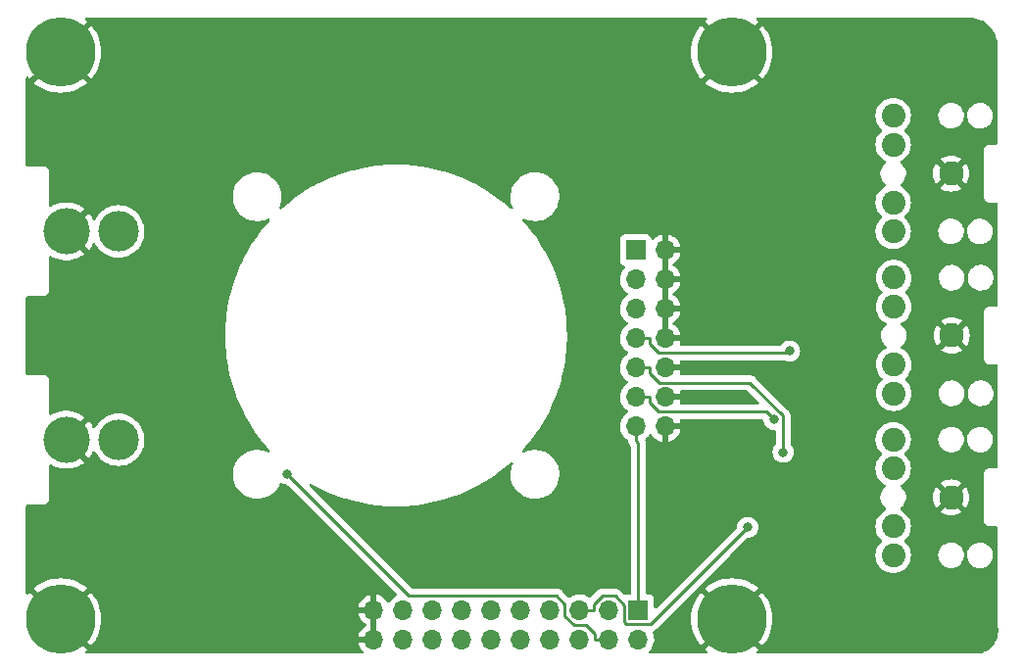
<source format=gtl>
%TF.GenerationSoftware,KiCad,Pcbnew,(6.0.1)*%
%TF.CreationDate,2022-01-27T00:37:01-06:00*%
%TF.ProjectId,Radioberry-I-O,52616469-6f62-4657-9272-792d492d4f2e,1.0*%
%TF.SameCoordinates,Original*%
%TF.FileFunction,Copper,L1,Top*%
%TF.FilePolarity,Positive*%
%FSLAX46Y46*%
G04 Gerber Fmt 4.6, Leading zero omitted, Abs format (unit mm)*
G04 Created by KiCad (PCBNEW (6.0.1)) date 2022-01-27 00:37:01*
%MOMM*%
%LPD*%
G01*
G04 APERTURE LIST*
%TA.AperFunction,ComponentPad*%
%ADD10C,0.800000*%
%TD*%
%TA.AperFunction,ComponentPad*%
%ADD11C,6.000000*%
%TD*%
%TA.AperFunction,ComponentPad*%
%ADD12C,2.100000*%
%TD*%
%TA.AperFunction,ComponentPad*%
%ADD13C,2.050000*%
%TD*%
%TA.AperFunction,ComponentPad*%
%ADD14C,3.500000*%
%TD*%
%TA.AperFunction,ComponentPad*%
%ADD15C,4.000000*%
%TD*%
%TA.AperFunction,ComponentPad*%
%ADD16R,1.700000X1.700000*%
%TD*%
%TA.AperFunction,ComponentPad*%
%ADD17O,1.700000X1.700000*%
%TD*%
%TA.AperFunction,ViaPad*%
%ADD18C,0.800000*%
%TD*%
%TA.AperFunction,Conductor*%
%ADD19C,0.250000*%
%TD*%
G04 APERTURE END LIST*
D10*
%TO.P,REF3,1*%
%TO.N,N/C*%
X54931891Y-101068109D03*
X53500000Y-104525000D03*
X55525000Y-102500000D03*
X53500000Y-100475000D03*
D11*
%TO.N,GND*%
X53500000Y-102500000D03*
D10*
%TO.N,N/C*%
X54931891Y-103931891D03*
X52068109Y-103931891D03*
X52068109Y-101068109D03*
X51475000Y-102500000D03*
%TD*%
D12*
%TO.P,CN5,1*%
%TO.N,GND*%
X130450000Y-64000000D03*
D13*
%TO.P,CN5,2*%
%TO.N,Net-(CN5-Pad2)*%
X125450000Y-59000000D03*
%TO.P,CN5,3*%
%TO.N,Net-(CN5-Pad3)*%
X125450000Y-69000000D03*
%TO.P,CN5,4*%
%TO.N,unconnected-(CN5-Pad4)*%
X125450000Y-61500000D03*
%TO.P,CN5,5*%
%TO.N,unconnected-(CN5-Pad5)*%
X125450000Y-66500000D03*
%TD*%
D10*
%TO.P,REF4,1*%
%TO.N,N/C*%
X112931891Y-101068109D03*
X110068109Y-101068109D03*
X112931891Y-103931891D03*
X113525000Y-102500000D03*
D11*
%TO.N,GND*%
X111500000Y-102500000D03*
D10*
%TO.N,N/C*%
X109475000Y-102500000D03*
X111500000Y-100475000D03*
X111500000Y-104525000D03*
X110068109Y-103931891D03*
%TD*%
D14*
%TO.P,CN1,1*%
%TO.N,EXTTR*%
X58500000Y-87000000D03*
D15*
%TO.P,CN1,2*%
%TO.N,GND*%
X54000000Y-87000000D03*
%TD*%
D10*
%TO.P,REF1,1*%
%TO.N,N/C*%
X52068109Y-52068109D03*
X53500000Y-55525000D03*
X54931891Y-54931891D03*
X53500000Y-51475000D03*
X52068109Y-54931891D03*
X54931891Y-52068109D03*
X55525000Y-53500000D03*
X51475000Y-53500000D03*
D11*
%TO.N,GND*%
X53500000Y-53500000D03*
%TD*%
D16*
%TO.P,J2,1,Pin_1*%
%TO.N,INTTR*%
X103200000Y-70607000D03*
D17*
%TO.P,J2,2,Pin_2*%
%TO.N,GND*%
X105740000Y-70607000D03*
%TO.P,J2,3,Pin_3*%
%TO.N,EXTTR*%
X103200000Y-73147000D03*
%TO.P,J2,4,Pin_4*%
%TO.N,GND*%
X105740000Y-73147000D03*
%TO.P,J2,5,Pin_5*%
%TO.N,PTT*%
X103200000Y-75687000D03*
%TO.P,J2,6,Pin_6*%
%TO.N,GND*%
X105740000Y-75687000D03*
%TO.P,J2,7,Pin_7*%
%TO.N,KEY*%
X103200000Y-78227000D03*
%TO.P,J2,8,Pin_8*%
%TO.N,GND*%
X105740000Y-78227000D03*
%TO.P,J2,9,Pin_9*%
%TO.N,DASH*%
X103200000Y-80767000D03*
%TO.P,J2,10,Pin_10*%
%TO.N,GND*%
X105740000Y-80767000D03*
%TO.P,J2,11,Pin_11*%
%TO.N,DOT*%
X103200000Y-83307000D03*
%TO.P,J2,12,Pin_12*%
%TO.N,GND*%
X105740000Y-83307000D03*
%TO.P,J2,13,Pin_13*%
%TO.N,+5V*%
X103200000Y-85847000D03*
%TO.P,J2,14,Pin_14*%
%TO.N,GND*%
X105740000Y-85847000D03*
%TD*%
D12*
%TO.P,CN3,1*%
%TO.N,GND*%
X130450000Y-92000000D03*
D13*
%TO.P,CN3,2*%
%TO.N,Net-(CN3-Pad2)*%
X125450000Y-87000000D03*
%TO.P,CN3,3*%
%TO.N,Net-(CN3-Pad3)*%
X125450000Y-97000000D03*
%TO.P,CN3,4*%
%TO.N,unconnected-(CN3-Pad4)*%
X125450000Y-89500000D03*
%TO.P,CN3,5*%
%TO.N,unconnected-(CN3-Pad5)*%
X125450000Y-94500000D03*
%TD*%
D10*
%TO.P,REF2,1*%
%TO.N,N/C*%
X110068109Y-54931891D03*
X113525000Y-53500000D03*
X111500000Y-51475000D03*
D11*
%TO.N,GND*%
X111500000Y-53500000D03*
D10*
%TO.N,N/C*%
X112931891Y-52068109D03*
X112931891Y-54931891D03*
X109475000Y-53500000D03*
X111500000Y-55525000D03*
X110068109Y-52068109D03*
%TD*%
D14*
%TO.P,CN2,1*%
%TO.N,INTTR*%
X58500000Y-69000000D03*
D15*
%TO.P,CN2,2*%
%TO.N,GND*%
X54000000Y-69000000D03*
%TD*%
D12*
%TO.P,CN4,1*%
%TO.N,GND*%
X130500000Y-78000000D03*
D13*
%TO.P,CN4,2*%
%TO.N,Net-(CN4-Pad2)*%
X125500000Y-73000000D03*
%TO.P,CN4,3*%
%TO.N,Net-(CN4-Pad3)*%
X125500000Y-83000000D03*
%TO.P,CN4,4*%
%TO.N,unconnected-(CN4-Pad4)*%
X125500000Y-75500000D03*
%TO.P,CN4,5*%
%TO.N,unconnected-(CN4-Pad5)*%
X125500000Y-80500000D03*
%TD*%
D16*
%TO.P,J1,1,Pin_1*%
%TO.N,+5V*%
X103430000Y-101730000D03*
D17*
%TO.P,J1,2,Pin_2*%
%TO.N,+3V3*%
X103430000Y-104270000D03*
%TO.P,J1,3,Pin_3*%
%TO.N,rb_exttr*%
X100890000Y-101730000D03*
%TO.P,J1,4,Pin_4*%
%TO.N,rb_inttr*%
X100890000Y-104270000D03*
%TO.P,J1,5,Pin_5*%
%TO.N,rb_dot*%
X98350000Y-101730000D03*
%TO.P,J1,6,Pin_6*%
%TO.N,rb_dash*%
X98350000Y-104270000D03*
%TO.P,J1,7,Pin_7*%
%TO.N,unconnected-(J1-Pad7)*%
X95810000Y-101730000D03*
%TO.P,J1,8,Pin_8*%
%TO.N,unconnected-(J1-Pad8)*%
X95810000Y-104270000D03*
%TO.P,J1,9,Pin_9*%
%TO.N,unconnected-(J1-Pad9)*%
X93270000Y-101730000D03*
%TO.P,J1,10,Pin_10*%
%TO.N,unconnected-(J1-Pad10)*%
X93270000Y-104270000D03*
%TO.P,J1,11,Pin_11*%
%TO.N,unconnected-(J1-Pad11)*%
X90730000Y-101730000D03*
%TO.P,J1,12,Pin_12*%
%TO.N,unconnected-(J1-Pad12)*%
X90730000Y-104270000D03*
%TO.P,J1,13,Pin_13*%
%TO.N,rb_ptt*%
X88190000Y-101730000D03*
%TO.P,J1,14,Pin_14*%
%TO.N,rb_key*%
X88190000Y-104270000D03*
%TO.P,J1,15,Pin_15*%
%TO.N,unconnected-(J1-Pad15)*%
X85650000Y-101730000D03*
%TO.P,J1,16,Pin_16*%
%TO.N,unconnected-(J1-Pad16)*%
X85650000Y-104270000D03*
%TO.P,J1,17,Pin_17*%
%TO.N,unconnected-(J1-Pad17)*%
X83110000Y-101730000D03*
%TO.P,J1,18,Pin_18*%
%TO.N,unconnected-(J1-Pad18)*%
X83110000Y-104270000D03*
%TO.P,J1,19,Pin_19*%
%TO.N,GND*%
X80570000Y-101730000D03*
%TO.P,J1,20,Pin_20*%
X80570000Y-104270000D03*
%TD*%
D18*
%TO.N,GND*%
X115000000Y-92300000D03*
X117100000Y-61600000D03*
%TO.N,DOT*%
X115120200Y-85245400D03*
%TO.N,DASH*%
X115933400Y-88095300D03*
%TO.N,KEY*%
X116500000Y-79345000D03*
%TO.N,rb_dot*%
X112873400Y-94573700D03*
%TO.N,rb_inttr*%
X73074700Y-89957500D03*
%TD*%
D19*
%TO.N,DOT*%
X104425300Y-83814800D02*
X104425300Y-83307000D01*
X105187500Y-84577000D02*
X104425300Y-83814800D01*
X114451800Y-84577000D02*
X105187500Y-84577000D01*
X115120200Y-85245400D02*
X114451800Y-84577000D01*
X103200000Y-83307000D02*
X104425300Y-83307000D01*
%TO.N,DASH*%
X104425300Y-81274800D02*
X104425300Y-80767000D01*
X105232100Y-82081600D02*
X104425300Y-81274800D01*
X113073400Y-82081600D02*
X105232100Y-82081600D01*
X115933400Y-84941600D02*
X113073400Y-82081600D01*
X115933400Y-88095300D02*
X115933400Y-84941600D01*
X103200000Y-80767000D02*
X104425300Y-80767000D01*
%TO.N,KEY*%
X104425300Y-78734800D02*
X104425300Y-78227000D01*
X105187500Y-79497000D02*
X104425300Y-78734800D01*
X116348000Y-79497000D02*
X105187500Y-79497000D01*
X116500000Y-79345000D02*
X116348000Y-79497000D01*
X103200000Y-78227000D02*
X104425300Y-78227000D01*
%TO.N,rb_dot*%
X104491700Y-102955400D02*
X112873400Y-94573700D01*
X102365800Y-102955400D02*
X104491700Y-102955400D01*
X102204600Y-102794200D02*
X102365800Y-102955400D01*
X102204600Y-101291700D02*
X102204600Y-102794200D01*
X101417500Y-100504600D02*
X102204600Y-101291700D01*
X100341200Y-100504600D02*
X101417500Y-100504600D01*
X99575300Y-101270500D02*
X100341200Y-100504600D01*
X99575300Y-101730000D02*
X99575300Y-101270500D01*
X98350000Y-101730000D02*
X99575300Y-101730000D01*
%TO.N,rb_inttr*%
X83621800Y-100504600D02*
X73074700Y-89957500D01*
X96361400Y-100504600D02*
X83621800Y-100504600D01*
X97080000Y-101223200D02*
X96361400Y-100504600D01*
X97080000Y-102274900D02*
X97080000Y-101223200D01*
X97849800Y-103044700D02*
X97080000Y-102274900D01*
X98899000Y-103044700D02*
X97849800Y-103044700D01*
X99664700Y-103810400D02*
X98899000Y-103044700D01*
X99664700Y-104270000D02*
X99664700Y-103810400D01*
X100890000Y-104270000D02*
X99664700Y-104270000D01*
%TO.N,+5V*%
X103430000Y-87302300D02*
X103200000Y-87072300D01*
X103430000Y-101730000D02*
X103430000Y-87302300D01*
X103200000Y-85847000D02*
X103200000Y-87072300D01*
%TD*%
%TA.AperFunction,Conductor*%
%TO.N,GND*%
G36*
X109332853Y-50528002D02*
G01*
X109379346Y-50581658D01*
X109389450Y-50651932D01*
X109359956Y-50716512D01*
X109344026Y-50731921D01*
X109218366Y-50833678D01*
X109209900Y-50845933D01*
X109216234Y-50857024D01*
X109521429Y-51162219D01*
X109555455Y-51224531D01*
X109550390Y-51295346D01*
X109506396Y-51353249D01*
X109462203Y-51385358D01*
X109456856Y-51389243D01*
X109343473Y-51515168D01*
X109283027Y-51552407D01*
X109212043Y-51551055D01*
X109160742Y-51519952D01*
X108857890Y-51217100D01*
X108844814Y-51209960D01*
X108834446Y-51217418D01*
X108660146Y-51432662D01*
X108656279Y-51437984D01*
X108459613Y-51740823D01*
X108456317Y-51746532D01*
X108292380Y-52068275D01*
X108289704Y-52074286D01*
X108160300Y-52411395D01*
X108158260Y-52417672D01*
X108064802Y-52766463D01*
X108063433Y-52772901D01*
X108006945Y-53129560D01*
X108006257Y-53136104D01*
X107987359Y-53496699D01*
X107987359Y-53503301D01*
X108006257Y-53863896D01*
X108006945Y-53870440D01*
X108063433Y-54227099D01*
X108064802Y-54233537D01*
X108158260Y-54582328D01*
X108160300Y-54588605D01*
X108289704Y-54925714D01*
X108292380Y-54931725D01*
X108456317Y-55253468D01*
X108459613Y-55259177D01*
X108656279Y-55562016D01*
X108660146Y-55567338D01*
X108833678Y-55781634D01*
X108845933Y-55790100D01*
X108857024Y-55783766D01*
X109160742Y-55480048D01*
X109223054Y-55446022D01*
X109293869Y-55451087D01*
X109343472Y-55484832D01*
X109456856Y-55610757D01*
X109462202Y-55614641D01*
X109462203Y-55614642D01*
X109506396Y-55646751D01*
X109549749Y-55702973D01*
X109555824Y-55773710D01*
X109521429Y-55837781D01*
X109217100Y-56142110D01*
X109209960Y-56155186D01*
X109217418Y-56165554D01*
X109432662Y-56339854D01*
X109437984Y-56343721D01*
X109740823Y-56540387D01*
X109746532Y-56543683D01*
X110068275Y-56707620D01*
X110074286Y-56710296D01*
X110411395Y-56839700D01*
X110417672Y-56841740D01*
X110766463Y-56935198D01*
X110772901Y-56936567D01*
X111129560Y-56993055D01*
X111136104Y-56993743D01*
X111496699Y-57012641D01*
X111503301Y-57012641D01*
X111863896Y-56993743D01*
X111870440Y-56993055D01*
X112227099Y-56936567D01*
X112233537Y-56935198D01*
X112582328Y-56841740D01*
X112588605Y-56839700D01*
X112925714Y-56710296D01*
X112931725Y-56707620D01*
X113253468Y-56543683D01*
X113259177Y-56540387D01*
X113562016Y-56343721D01*
X113567338Y-56339854D01*
X113781634Y-56166322D01*
X113790100Y-56154067D01*
X113783766Y-56142976D01*
X113478571Y-55837781D01*
X113444545Y-55775469D01*
X113449610Y-55704654D01*
X113493604Y-55646751D01*
X113537797Y-55614642D01*
X113537798Y-55614641D01*
X113543144Y-55610757D01*
X113656528Y-55484832D01*
X113716973Y-55447593D01*
X113787957Y-55448945D01*
X113839258Y-55480048D01*
X114142110Y-55782900D01*
X114155186Y-55790040D01*
X114165554Y-55782582D01*
X114339854Y-55567338D01*
X114343721Y-55562016D01*
X114540387Y-55259177D01*
X114543683Y-55253468D01*
X114707620Y-54931725D01*
X114710296Y-54925714D01*
X114839700Y-54588605D01*
X114841740Y-54582328D01*
X114935198Y-54233537D01*
X114936567Y-54227099D01*
X114993055Y-53870440D01*
X114993743Y-53863896D01*
X115012641Y-53503301D01*
X115012641Y-53496699D01*
X114993743Y-53136104D01*
X114993055Y-53129560D01*
X114936567Y-52772901D01*
X114935198Y-52766463D01*
X114841740Y-52417672D01*
X114839700Y-52411395D01*
X114710296Y-52074286D01*
X114707620Y-52068275D01*
X114543683Y-51746532D01*
X114540387Y-51740823D01*
X114343721Y-51437984D01*
X114339854Y-51432662D01*
X114166322Y-51218366D01*
X114154067Y-51209900D01*
X114142976Y-51216234D01*
X113839258Y-51519952D01*
X113776946Y-51553978D01*
X113706131Y-51548913D01*
X113656527Y-51515168D01*
X113543144Y-51389243D01*
X113537797Y-51385358D01*
X113493604Y-51353249D01*
X113450251Y-51297027D01*
X113444176Y-51226290D01*
X113478571Y-51162219D01*
X113782900Y-50857890D01*
X113790040Y-50844814D01*
X113782582Y-50834446D01*
X113655974Y-50731921D01*
X113615622Y-50673506D01*
X113613256Y-50602549D01*
X113649629Y-50541577D01*
X113713191Y-50509949D01*
X113735268Y-50508000D01*
X131950672Y-50508000D01*
X131970057Y-50509500D01*
X131984858Y-50511805D01*
X131984861Y-50511805D01*
X131993730Y-50513186D01*
X132010899Y-50510941D01*
X132034839Y-50510108D01*
X132292770Y-50525710D01*
X132307874Y-50527544D01*
X132378648Y-50540514D01*
X132588879Y-50579040D01*
X132603641Y-50582678D01*
X132876408Y-50667675D01*
X132890627Y-50673069D01*
X133151140Y-50790316D01*
X133164609Y-50797385D01*
X133409095Y-50945182D01*
X133421617Y-50953825D01*
X133646507Y-51130016D01*
X133657895Y-51140106D01*
X133859894Y-51342105D01*
X133869984Y-51353493D01*
X134046175Y-51578383D01*
X134054818Y-51590905D01*
X134202615Y-51835391D01*
X134209684Y-51848860D01*
X134311140Y-52074286D01*
X134326930Y-52109370D01*
X134332325Y-52123592D01*
X134413316Y-52383500D01*
X134417321Y-52396353D01*
X134420960Y-52411121D01*
X134452319Y-52582240D01*
X134472456Y-52692126D01*
X134474290Y-52707230D01*
X134489455Y-52957929D01*
X134488198Y-52984639D01*
X134488195Y-52984859D01*
X134486814Y-52993730D01*
X134487978Y-53002632D01*
X134487978Y-53002635D01*
X134490936Y-53025251D01*
X134492000Y-53041589D01*
X134492000Y-61366000D01*
X134471998Y-61434121D01*
X134418342Y-61480614D01*
X134366000Y-61492000D01*
X133808702Y-61492000D01*
X133807932Y-61491998D01*
X133807078Y-61491993D01*
X133730348Y-61491524D01*
X133721719Y-61493990D01*
X133721714Y-61493991D01*
X133701952Y-61499639D01*
X133685191Y-61503217D01*
X133664848Y-61506130D01*
X133664838Y-61506133D01*
X133655955Y-61507405D01*
X133632605Y-61518021D01*
X133615093Y-61524464D01*
X133602200Y-61528149D01*
X133590435Y-61531512D01*
X133565452Y-61547274D01*
X133550386Y-61555404D01*
X133523490Y-61567633D01*
X133504061Y-61584374D01*
X133489053Y-61595479D01*
X133467369Y-61609160D01*
X133461427Y-61615888D01*
X133447819Y-61631296D01*
X133435627Y-61643340D01*
X133413253Y-61662619D01*
X133408374Y-61670147D01*
X133408371Y-61670150D01*
X133399304Y-61684139D01*
X133388014Y-61699013D01*
X133371044Y-61718228D01*
X133358490Y-61744966D01*
X133350176Y-61759935D01*
X133334107Y-61784727D01*
X133331535Y-61793327D01*
X133326761Y-61809290D01*
X133320099Y-61826736D01*
X133309201Y-61849948D01*
X133307820Y-61858821D01*
X133304658Y-61879128D01*
X133300874Y-61895849D01*
X133294986Y-61915536D01*
X133294985Y-61915539D01*
X133292413Y-61924141D01*
X133292358Y-61933116D01*
X133292358Y-61933117D01*
X133292203Y-61958546D01*
X133292170Y-61959328D01*
X133292000Y-61960423D01*
X133292000Y-61991298D01*
X133291998Y-61992068D01*
X133291524Y-62069652D01*
X133291908Y-62070996D01*
X133292000Y-62072341D01*
X133292000Y-65991298D01*
X133291998Y-65992068D01*
X133291524Y-66069652D01*
X133293990Y-66078281D01*
X133293991Y-66078286D01*
X133299639Y-66098048D01*
X133303217Y-66114809D01*
X133306130Y-66135152D01*
X133306133Y-66135162D01*
X133307405Y-66144045D01*
X133318021Y-66167395D01*
X133324464Y-66184907D01*
X133331512Y-66209565D01*
X133347274Y-66234548D01*
X133355404Y-66249614D01*
X133367633Y-66276510D01*
X133384374Y-66295939D01*
X133395479Y-66310947D01*
X133409160Y-66332631D01*
X133415888Y-66338573D01*
X133431296Y-66352181D01*
X133443340Y-66364373D01*
X133462619Y-66386747D01*
X133470147Y-66391626D01*
X133470150Y-66391629D01*
X133484139Y-66400696D01*
X133499013Y-66411986D01*
X133503360Y-66415825D01*
X133518228Y-66428956D01*
X133526354Y-66432771D01*
X133526355Y-66432772D01*
X133532021Y-66435432D01*
X133544966Y-66441510D01*
X133559935Y-66449824D01*
X133584727Y-66465893D01*
X133593327Y-66468465D01*
X133609290Y-66473239D01*
X133626736Y-66479901D01*
X133649948Y-66490799D01*
X133679130Y-66495343D01*
X133695849Y-66499126D01*
X133715536Y-66505014D01*
X133715539Y-66505015D01*
X133724141Y-66507587D01*
X133733116Y-66507642D01*
X133733117Y-66507642D01*
X133739810Y-66507683D01*
X133758556Y-66507797D01*
X133759328Y-66507830D01*
X133760423Y-66508000D01*
X133791298Y-66508000D01*
X133792068Y-66508002D01*
X133865716Y-66508452D01*
X133865717Y-66508452D01*
X133869652Y-66508476D01*
X133870996Y-66508092D01*
X133872341Y-66508000D01*
X134366000Y-66508000D01*
X134434121Y-66528002D01*
X134480614Y-66581658D01*
X134492000Y-66634000D01*
X134492000Y-75366000D01*
X134471998Y-75434121D01*
X134418342Y-75480614D01*
X134366000Y-75492000D01*
X133808702Y-75492000D01*
X133807932Y-75491998D01*
X133807078Y-75491993D01*
X133730348Y-75491524D01*
X133721719Y-75493990D01*
X133721714Y-75493991D01*
X133701952Y-75499639D01*
X133685191Y-75503217D01*
X133664848Y-75506130D01*
X133664838Y-75506133D01*
X133655955Y-75507405D01*
X133632605Y-75518021D01*
X133615093Y-75524464D01*
X133602200Y-75528149D01*
X133590435Y-75531512D01*
X133565452Y-75547274D01*
X133550386Y-75555404D01*
X133523490Y-75567633D01*
X133504061Y-75584374D01*
X133489053Y-75595479D01*
X133467369Y-75609160D01*
X133461427Y-75615888D01*
X133447819Y-75631296D01*
X133435626Y-75643341D01*
X133423610Y-75653695D01*
X133413253Y-75662619D01*
X133408374Y-75670147D01*
X133408371Y-75670150D01*
X133399304Y-75684139D01*
X133388014Y-75699013D01*
X133371044Y-75718228D01*
X133358490Y-75744966D01*
X133350176Y-75759935D01*
X133334107Y-75784727D01*
X133331535Y-75793327D01*
X133326761Y-75809290D01*
X133320099Y-75826736D01*
X133309201Y-75849948D01*
X133307820Y-75858821D01*
X133304658Y-75879128D01*
X133300874Y-75895849D01*
X133294986Y-75915536D01*
X133294985Y-75915539D01*
X133292413Y-75924141D01*
X133292358Y-75933116D01*
X133292358Y-75933117D01*
X133292203Y-75958546D01*
X133292170Y-75959328D01*
X133292000Y-75960423D01*
X133292000Y-75991298D01*
X133291998Y-75992068D01*
X133291524Y-76069652D01*
X133291908Y-76070996D01*
X133292000Y-76072341D01*
X133292000Y-79991298D01*
X133291998Y-79992068D01*
X133291524Y-80069652D01*
X133293990Y-80078281D01*
X133293991Y-80078286D01*
X133299639Y-80098048D01*
X133303217Y-80114809D01*
X133306130Y-80135152D01*
X133306133Y-80135162D01*
X133307405Y-80144045D01*
X133318021Y-80167395D01*
X133324464Y-80184907D01*
X133328149Y-80197800D01*
X133331512Y-80209565D01*
X133347274Y-80234548D01*
X133355404Y-80249614D01*
X133367633Y-80276510D01*
X133384374Y-80295939D01*
X133395479Y-80310947D01*
X133409160Y-80332631D01*
X133415888Y-80338573D01*
X133431296Y-80352181D01*
X133443340Y-80364373D01*
X133462619Y-80386747D01*
X133470147Y-80391626D01*
X133470150Y-80391629D01*
X133484139Y-80400696D01*
X133499013Y-80411986D01*
X133518228Y-80428956D01*
X133526354Y-80432771D01*
X133526355Y-80432772D01*
X133532021Y-80435432D01*
X133544966Y-80441510D01*
X133559935Y-80449824D01*
X133584727Y-80465893D01*
X133593327Y-80468465D01*
X133609290Y-80473239D01*
X133626736Y-80479901D01*
X133649948Y-80490799D01*
X133679130Y-80495343D01*
X133695849Y-80499126D01*
X133715536Y-80505014D01*
X133715539Y-80505015D01*
X133724141Y-80507587D01*
X133733116Y-80507642D01*
X133733117Y-80507642D01*
X133739810Y-80507683D01*
X133758556Y-80507797D01*
X133759328Y-80507830D01*
X133760423Y-80508000D01*
X133791298Y-80508000D01*
X133792068Y-80508002D01*
X133865716Y-80508452D01*
X133865717Y-80508452D01*
X133869652Y-80508476D01*
X133870996Y-80508092D01*
X133872341Y-80508000D01*
X134366000Y-80508000D01*
X134434121Y-80528002D01*
X134480614Y-80581658D01*
X134492000Y-80634000D01*
X134492000Y-89366000D01*
X134471998Y-89434121D01*
X134418342Y-89480614D01*
X134366000Y-89492000D01*
X133808702Y-89492000D01*
X133807932Y-89491998D01*
X133807078Y-89491993D01*
X133730348Y-89491524D01*
X133721719Y-89493990D01*
X133721714Y-89493991D01*
X133701952Y-89499639D01*
X133685191Y-89503217D01*
X133664848Y-89506130D01*
X133664838Y-89506133D01*
X133655955Y-89507405D01*
X133632605Y-89518021D01*
X133615093Y-89524464D01*
X133602200Y-89528149D01*
X133590435Y-89531512D01*
X133565452Y-89547274D01*
X133550386Y-89555404D01*
X133523490Y-89567633D01*
X133504061Y-89584374D01*
X133489053Y-89595479D01*
X133467369Y-89609160D01*
X133461427Y-89615888D01*
X133447819Y-89631296D01*
X133435627Y-89643340D01*
X133413253Y-89662619D01*
X133408374Y-89670147D01*
X133408371Y-89670150D01*
X133399304Y-89684139D01*
X133388014Y-89699013D01*
X133371044Y-89718228D01*
X133358490Y-89744966D01*
X133350176Y-89759935D01*
X133334107Y-89784727D01*
X133331535Y-89793327D01*
X133326761Y-89809290D01*
X133320099Y-89826736D01*
X133309201Y-89849948D01*
X133306500Y-89867297D01*
X133304658Y-89879128D01*
X133300874Y-89895849D01*
X133294986Y-89915536D01*
X133294985Y-89915539D01*
X133292413Y-89924141D01*
X133292358Y-89933116D01*
X133292358Y-89933117D01*
X133292203Y-89958546D01*
X133292170Y-89959328D01*
X133292000Y-89960423D01*
X133292000Y-89991298D01*
X133291998Y-89992068D01*
X133291524Y-90069652D01*
X133291908Y-90070996D01*
X133292000Y-90072341D01*
X133292000Y-93991298D01*
X133291998Y-93992068D01*
X133291524Y-94069652D01*
X133293990Y-94078281D01*
X133293991Y-94078286D01*
X133299639Y-94098048D01*
X133303217Y-94114809D01*
X133306130Y-94135152D01*
X133306133Y-94135162D01*
X133307405Y-94144045D01*
X133318021Y-94167395D01*
X133324464Y-94184907D01*
X133331512Y-94209565D01*
X133347274Y-94234548D01*
X133355404Y-94249614D01*
X133367633Y-94276510D01*
X133384374Y-94295939D01*
X133395479Y-94310947D01*
X133409160Y-94332631D01*
X133415888Y-94338573D01*
X133431296Y-94352181D01*
X133443340Y-94364373D01*
X133462619Y-94386747D01*
X133470147Y-94391626D01*
X133470150Y-94391629D01*
X133484139Y-94400696D01*
X133499013Y-94411986D01*
X133518228Y-94428956D01*
X133526354Y-94432771D01*
X133526355Y-94432772D01*
X133532021Y-94435432D01*
X133544966Y-94441510D01*
X133559935Y-94449824D01*
X133584727Y-94465893D01*
X133593327Y-94468465D01*
X133609290Y-94473239D01*
X133626736Y-94479901D01*
X133649948Y-94490799D01*
X133679130Y-94495343D01*
X133695849Y-94499126D01*
X133715536Y-94505014D01*
X133715539Y-94505015D01*
X133724141Y-94507587D01*
X133733116Y-94507642D01*
X133733117Y-94507642D01*
X133739810Y-94507683D01*
X133758556Y-94507797D01*
X133759328Y-94507830D01*
X133760423Y-94508000D01*
X133791298Y-94508000D01*
X133792068Y-94508002D01*
X133865716Y-94508452D01*
X133865717Y-94508452D01*
X133869652Y-94508476D01*
X133870996Y-94508092D01*
X133872341Y-94508000D01*
X134366000Y-94508000D01*
X134434121Y-94528002D01*
X134480614Y-94581658D01*
X134492000Y-94634000D01*
X134492000Y-102928629D01*
X134491406Y-102940584D01*
X134489304Y-102949115D01*
X134489689Y-102958080D01*
X134489689Y-102958081D01*
X134491884Y-103009167D01*
X134492000Y-103014575D01*
X134492000Y-103036477D01*
X134492637Y-103040925D01*
X134492652Y-103041138D01*
X134493778Y-103053271D01*
X134494572Y-103071743D01*
X134495550Y-103094496D01*
X134498437Y-103102995D01*
X134498437Y-103102997D01*
X134500016Y-103107647D01*
X134505437Y-103130305D01*
X134507405Y-103144045D01*
X134507559Y-103144384D01*
X134508218Y-103147506D01*
X134535911Y-103356162D01*
X134537006Y-103372602D01*
X134537070Y-103434457D01*
X134537267Y-103623134D01*
X134536206Y-103639580D01*
X134503767Y-103887991D01*
X134500570Y-103904157D01*
X134471109Y-104014570D01*
X134435980Y-104146224D01*
X134430698Y-104161836D01*
X134358527Y-104336590D01*
X134335071Y-104393385D01*
X134327799Y-104408170D01*
X134208881Y-104614642D01*
X134202760Y-104625269D01*
X134193621Y-104638977D01*
X134129281Y-104723009D01*
X134041316Y-104837896D01*
X134030462Y-104850299D01*
X134001219Y-104879603D01*
X133904748Y-104976277D01*
X133853499Y-105027633D01*
X133841118Y-105038513D01*
X133642520Y-105191233D01*
X133628826Y-105200404D01*
X133411999Y-105325892D01*
X133397225Y-105333197D01*
X133189276Y-105419587D01*
X133165869Y-105429311D01*
X133150267Y-105434625D01*
X132953118Y-105487672D01*
X132920380Y-105492000D01*
X113735268Y-105492000D01*
X113667147Y-105471998D01*
X113620654Y-105418342D01*
X113610550Y-105348068D01*
X113640044Y-105283488D01*
X113655974Y-105268079D01*
X113781634Y-105166322D01*
X113790100Y-105154067D01*
X113783766Y-105142976D01*
X113478571Y-104837781D01*
X113444545Y-104775469D01*
X113449610Y-104704654D01*
X113493604Y-104646751D01*
X113537797Y-104614642D01*
X113537798Y-104614641D01*
X113543144Y-104610757D01*
X113656528Y-104484832D01*
X113716973Y-104447593D01*
X113787957Y-104448945D01*
X113839258Y-104480048D01*
X114142110Y-104782900D01*
X114155186Y-104790040D01*
X114165554Y-104782582D01*
X114339854Y-104567338D01*
X114343721Y-104562016D01*
X114540387Y-104259177D01*
X114543683Y-104253468D01*
X114707620Y-103931725D01*
X114710296Y-103925714D01*
X114839700Y-103588605D01*
X114841740Y-103582328D01*
X114935198Y-103233537D01*
X114936567Y-103227099D01*
X114993055Y-102870440D01*
X114993743Y-102863896D01*
X115012641Y-102503301D01*
X115012641Y-102496699D01*
X114993743Y-102136104D01*
X114993055Y-102129560D01*
X114936567Y-101772901D01*
X114935198Y-101766463D01*
X114841740Y-101417672D01*
X114839700Y-101411395D01*
X114710296Y-101074286D01*
X114707620Y-101068275D01*
X114543683Y-100746532D01*
X114540387Y-100740823D01*
X114343721Y-100437984D01*
X114339854Y-100432662D01*
X114166322Y-100218366D01*
X114154067Y-100209900D01*
X114142976Y-100216234D01*
X113839258Y-100519952D01*
X113776946Y-100553978D01*
X113706131Y-100548913D01*
X113656527Y-100515168D01*
X113655526Y-100514056D01*
X113543144Y-100389243D01*
X113536448Y-100384378D01*
X113493604Y-100353249D01*
X113450251Y-100297027D01*
X113444176Y-100226290D01*
X113478571Y-100162219D01*
X113782900Y-99857890D01*
X113790040Y-99844814D01*
X113782582Y-99834446D01*
X113567338Y-99660146D01*
X113562016Y-99656279D01*
X113259177Y-99459613D01*
X113253468Y-99456317D01*
X112931725Y-99292380D01*
X112925714Y-99289704D01*
X112588605Y-99160300D01*
X112582328Y-99158260D01*
X112233537Y-99064802D01*
X112227099Y-99063433D01*
X111870440Y-99006945D01*
X111863896Y-99006257D01*
X111503301Y-98987359D01*
X111496699Y-98987359D01*
X111136104Y-99006257D01*
X111129560Y-99006945D01*
X110772901Y-99063433D01*
X110766463Y-99064802D01*
X110417672Y-99158260D01*
X110411395Y-99160300D01*
X110074286Y-99289704D01*
X110068275Y-99292380D01*
X109746532Y-99456317D01*
X109740823Y-99459613D01*
X109437984Y-99656279D01*
X109432662Y-99660146D01*
X109218366Y-99833678D01*
X109209900Y-99845933D01*
X109216234Y-99857024D01*
X109521429Y-100162219D01*
X109555455Y-100224531D01*
X109550390Y-100295346D01*
X109506396Y-100353249D01*
X109463552Y-100384378D01*
X109456856Y-100389243D01*
X109344474Y-100514056D01*
X109343473Y-100515168D01*
X109283027Y-100552407D01*
X109212043Y-100551055D01*
X109160742Y-100519952D01*
X108857890Y-100217100D01*
X108844814Y-100209960D01*
X108834446Y-100217418D01*
X108660146Y-100432662D01*
X108656279Y-100437984D01*
X108459613Y-100740823D01*
X108456317Y-100746532D01*
X108292380Y-101068275D01*
X108289704Y-101074286D01*
X108160300Y-101411395D01*
X108158260Y-101417672D01*
X108064802Y-101766463D01*
X108063433Y-101772901D01*
X108006945Y-102129560D01*
X108006257Y-102136104D01*
X107987359Y-102496699D01*
X107987359Y-102503301D01*
X108006257Y-102863896D01*
X108006945Y-102870440D01*
X108063433Y-103227099D01*
X108064802Y-103233537D01*
X108158260Y-103582328D01*
X108160300Y-103588605D01*
X108289704Y-103925714D01*
X108292380Y-103931725D01*
X108456317Y-104253468D01*
X108459613Y-104259177D01*
X108656279Y-104562016D01*
X108660146Y-104567338D01*
X108833678Y-104781634D01*
X108845933Y-104790100D01*
X108857024Y-104783766D01*
X109160742Y-104480048D01*
X109223054Y-104446022D01*
X109293869Y-104451087D01*
X109343472Y-104484832D01*
X109456856Y-104610757D01*
X109462202Y-104614641D01*
X109462203Y-104614642D01*
X109506396Y-104646751D01*
X109549749Y-104702973D01*
X109555824Y-104773710D01*
X109521429Y-104837781D01*
X109217100Y-105142110D01*
X109209960Y-105155186D01*
X109217418Y-105165554D01*
X109344026Y-105268079D01*
X109384378Y-105326494D01*
X109386744Y-105397451D01*
X109350371Y-105458423D01*
X109286809Y-105490051D01*
X109264732Y-105492000D01*
X104433345Y-105492000D01*
X104365224Y-105471998D01*
X104318731Y-105418342D01*
X104308627Y-105348068D01*
X104338121Y-105283488D01*
X104344405Y-105276749D01*
X104464435Y-105157137D01*
X104468096Y-105153489D01*
X104541831Y-105050876D01*
X104595435Y-104976277D01*
X104598453Y-104972077D01*
X104611995Y-104944678D01*
X104695136Y-104776453D01*
X104695137Y-104776451D01*
X104697430Y-104771811D01*
X104762370Y-104558069D01*
X104791529Y-104336590D01*
X104793156Y-104270000D01*
X104774852Y-104047361D01*
X104720431Y-103830702D01*
X104668437Y-103711124D01*
X104659616Y-103640680D01*
X104690282Y-103576647D01*
X104733945Y-103545246D01*
X104737679Y-103543630D01*
X104745293Y-103541418D01*
X104762728Y-103531107D01*
X104780476Y-103522412D01*
X104799317Y-103514952D01*
X104835087Y-103488964D01*
X104845007Y-103482448D01*
X104876235Y-103463980D01*
X104876238Y-103463978D01*
X104883062Y-103459942D01*
X104897383Y-103445621D01*
X104912417Y-103432780D01*
X104922394Y-103425531D01*
X104928807Y-103420872D01*
X104956998Y-103386795D01*
X104964988Y-103378016D01*
X111343005Y-97000000D01*
X123911758Y-97000000D01*
X123930696Y-97240634D01*
X123931850Y-97245441D01*
X123931851Y-97245447D01*
X123937600Y-97269393D01*
X123987045Y-97475343D01*
X124079416Y-97698347D01*
X124205536Y-97904156D01*
X124362299Y-98087701D01*
X124366055Y-98090909D01*
X124369700Y-98094022D01*
X124545844Y-98244464D01*
X124751653Y-98370584D01*
X124756223Y-98372477D01*
X124756227Y-98372479D01*
X124970084Y-98461061D01*
X124974657Y-98462955D01*
X125057039Y-98482733D01*
X125204553Y-98518149D01*
X125204559Y-98518150D01*
X125209366Y-98519304D01*
X125450000Y-98538242D01*
X125690634Y-98519304D01*
X125695441Y-98518150D01*
X125695447Y-98518149D01*
X125842961Y-98482733D01*
X125925343Y-98462955D01*
X125929916Y-98461061D01*
X126143773Y-98372479D01*
X126143777Y-98372477D01*
X126148347Y-98370584D01*
X126354156Y-98244464D01*
X126530300Y-98094022D01*
X126533945Y-98090909D01*
X126537701Y-98087701D01*
X126694464Y-97904156D01*
X126820584Y-97698347D01*
X126912955Y-97475343D01*
X126962400Y-97269393D01*
X126968149Y-97245447D01*
X126968150Y-97245441D01*
X126969304Y-97240634D01*
X126988242Y-97000000D01*
X126983961Y-96945604D01*
X129337787Y-96945604D01*
X129347567Y-97156899D01*
X129397125Y-97362534D01*
X129399607Y-97367992D01*
X129399608Y-97367996D01*
X129448416Y-97475343D01*
X129484674Y-97555087D01*
X129607054Y-97727611D01*
X129759850Y-97873881D01*
X129937548Y-97988620D01*
X129943114Y-97990863D01*
X130128168Y-98065442D01*
X130128171Y-98065443D01*
X130133737Y-98067686D01*
X130341337Y-98108228D01*
X130346899Y-98108500D01*
X130502846Y-98108500D01*
X130660566Y-98093452D01*
X130863534Y-98033908D01*
X130947111Y-97990863D01*
X131046249Y-97939804D01*
X131046252Y-97939802D01*
X131051580Y-97937058D01*
X131217920Y-97806396D01*
X131221852Y-97801865D01*
X131221855Y-97801862D01*
X131352621Y-97651167D01*
X131356552Y-97646637D01*
X131359552Y-97641451D01*
X131359555Y-97641447D01*
X131459467Y-97468742D01*
X131462473Y-97463546D01*
X131531861Y-97263729D01*
X131562213Y-97054396D01*
X131557177Y-96945604D01*
X131837787Y-96945604D01*
X131847567Y-97156899D01*
X131897125Y-97362534D01*
X131899607Y-97367992D01*
X131899608Y-97367996D01*
X131948416Y-97475343D01*
X131984674Y-97555087D01*
X132107054Y-97727611D01*
X132259850Y-97873881D01*
X132437548Y-97988620D01*
X132443114Y-97990863D01*
X132628168Y-98065442D01*
X132628171Y-98065443D01*
X132633737Y-98067686D01*
X132841337Y-98108228D01*
X132846899Y-98108500D01*
X133002846Y-98108500D01*
X133160566Y-98093452D01*
X133363534Y-98033908D01*
X133447111Y-97990863D01*
X133546249Y-97939804D01*
X133546252Y-97939802D01*
X133551580Y-97937058D01*
X133717920Y-97806396D01*
X133721852Y-97801865D01*
X133721855Y-97801862D01*
X133852621Y-97651167D01*
X133856552Y-97646637D01*
X133859552Y-97641451D01*
X133859555Y-97641447D01*
X133959467Y-97468742D01*
X133962473Y-97463546D01*
X134031861Y-97263729D01*
X134062213Y-97054396D01*
X134052433Y-96843101D01*
X134002875Y-96637466D01*
X133959525Y-96542122D01*
X133917806Y-96450368D01*
X133915326Y-96444913D01*
X133792946Y-96272389D01*
X133640150Y-96126119D01*
X133462452Y-96011380D01*
X133402354Y-95987160D01*
X133271832Y-95934558D01*
X133271829Y-95934557D01*
X133266263Y-95932314D01*
X133058663Y-95891772D01*
X133053101Y-95891500D01*
X132897154Y-95891500D01*
X132739434Y-95906548D01*
X132536466Y-95966092D01*
X132531139Y-95968836D01*
X132531138Y-95968836D01*
X132353751Y-96060196D01*
X132353748Y-96060198D01*
X132348420Y-96062942D01*
X132182080Y-96193604D01*
X132178148Y-96198135D01*
X132178145Y-96198138D01*
X132059554Y-96334802D01*
X132043448Y-96353363D01*
X132040448Y-96358549D01*
X132040445Y-96358553D01*
X131993312Y-96440026D01*
X131937527Y-96536454D01*
X131868139Y-96736271D01*
X131837787Y-96945604D01*
X131557177Y-96945604D01*
X131552433Y-96843101D01*
X131502875Y-96637466D01*
X131459525Y-96542122D01*
X131417806Y-96450368D01*
X131415326Y-96444913D01*
X131292946Y-96272389D01*
X131140150Y-96126119D01*
X130962452Y-96011380D01*
X130902354Y-95987160D01*
X130771832Y-95934558D01*
X130771829Y-95934557D01*
X130766263Y-95932314D01*
X130558663Y-95891772D01*
X130553101Y-95891500D01*
X130397154Y-95891500D01*
X130239434Y-95906548D01*
X130036466Y-95966092D01*
X130031139Y-95968836D01*
X130031138Y-95968836D01*
X129853751Y-96060196D01*
X129853748Y-96060198D01*
X129848420Y-96062942D01*
X129682080Y-96193604D01*
X129678148Y-96198135D01*
X129678145Y-96198138D01*
X129559554Y-96334802D01*
X129543448Y-96353363D01*
X129540448Y-96358549D01*
X129540445Y-96358553D01*
X129493312Y-96440026D01*
X129437527Y-96536454D01*
X129368139Y-96736271D01*
X129337787Y-96945604D01*
X126983961Y-96945604D01*
X126969304Y-96759366D01*
X126968150Y-96754559D01*
X126968149Y-96754553D01*
X126914110Y-96529469D01*
X126912955Y-96524657D01*
X126820584Y-96301653D01*
X126694464Y-96095844D01*
X126537701Y-95912299D01*
X126532945Y-95908237D01*
X126459854Y-95845811D01*
X126421045Y-95786360D01*
X126420539Y-95715365D01*
X126459854Y-95654189D01*
X126533945Y-95590909D01*
X126537701Y-95587701D01*
X126694464Y-95404156D01*
X126820584Y-95198347D01*
X126912955Y-94975343D01*
X126932733Y-94892961D01*
X126968149Y-94745447D01*
X126968150Y-94745441D01*
X126969304Y-94740634D01*
X126988242Y-94500000D01*
X126969304Y-94259366D01*
X126968150Y-94254559D01*
X126968149Y-94254553D01*
X126921603Y-94060678D01*
X126912955Y-94024657D01*
X126899321Y-93991741D01*
X126822479Y-93806227D01*
X126822477Y-93806223D01*
X126820584Y-93801653D01*
X126694464Y-93595844D01*
X126537701Y-93412299D01*
X126369955Y-93269030D01*
X129545800Y-93269030D01*
X129551527Y-93276680D01*
X129736272Y-93389893D01*
X129745067Y-93394375D01*
X129962490Y-93484434D01*
X129971875Y-93487483D01*
X130200708Y-93542422D01*
X130210455Y-93543965D01*
X130445070Y-93562430D01*
X130454930Y-93562430D01*
X130689545Y-93543965D01*
X130699292Y-93542422D01*
X130928125Y-93487483D01*
X130937510Y-93484434D01*
X131154933Y-93394375D01*
X131163728Y-93389893D01*
X131344805Y-93278928D01*
X131354267Y-93268470D01*
X131350484Y-93259694D01*
X130462812Y-92372022D01*
X130448868Y-92364408D01*
X130447035Y-92364539D01*
X130440420Y-92368790D01*
X129552560Y-93256650D01*
X129545800Y-93269030D01*
X126369955Y-93269030D01*
X126354156Y-93255536D01*
X126148347Y-93129416D01*
X126143770Y-93127520D01*
X126123663Y-93119191D01*
X126068383Y-93074642D01*
X126045963Y-93007279D01*
X126063522Y-92938488D01*
X126094050Y-92903697D01*
X126098141Y-92900484D01*
X126217920Y-92806396D01*
X126221852Y-92801865D01*
X126221855Y-92801862D01*
X126352621Y-92651167D01*
X126356552Y-92646637D01*
X126359552Y-92641451D01*
X126359555Y-92641447D01*
X126459467Y-92468742D01*
X126462473Y-92463546D01*
X126531861Y-92263729D01*
X126539306Y-92212382D01*
X126561352Y-92060336D01*
X126561352Y-92060333D01*
X126562213Y-92054396D01*
X126559923Y-92004930D01*
X128887570Y-92004930D01*
X128906035Y-92239545D01*
X128907578Y-92249292D01*
X128962517Y-92478125D01*
X128965566Y-92487510D01*
X129055625Y-92704933D01*
X129060107Y-92713728D01*
X129171072Y-92894805D01*
X129181530Y-92904267D01*
X129190306Y-92900484D01*
X130077978Y-92012812D01*
X130084356Y-92001132D01*
X130814408Y-92001132D01*
X130814539Y-92002965D01*
X130818790Y-92009580D01*
X131706650Y-92897440D01*
X131719030Y-92904200D01*
X131726680Y-92898473D01*
X131839893Y-92713728D01*
X131844375Y-92704933D01*
X131934434Y-92487510D01*
X131937483Y-92478125D01*
X131992422Y-92249292D01*
X131993965Y-92239545D01*
X132012430Y-92004930D01*
X132012430Y-91995070D01*
X131993965Y-91760455D01*
X131992422Y-91750708D01*
X131937483Y-91521875D01*
X131934434Y-91512490D01*
X131844375Y-91295067D01*
X131839893Y-91286272D01*
X131728928Y-91105195D01*
X131718470Y-91095733D01*
X131709694Y-91099516D01*
X130822022Y-91987188D01*
X130814408Y-92001132D01*
X130084356Y-92001132D01*
X130085592Y-91998868D01*
X130085461Y-91997035D01*
X130081210Y-91990420D01*
X129193350Y-91102560D01*
X129180970Y-91095800D01*
X129173320Y-91101527D01*
X129060107Y-91286272D01*
X129055625Y-91295067D01*
X128965566Y-91512490D01*
X128962517Y-91521875D01*
X128907578Y-91750708D01*
X128906035Y-91760455D01*
X128887570Y-91995070D01*
X128887570Y-92004930D01*
X126559923Y-92004930D01*
X126552433Y-91843101D01*
X126502875Y-91637466D01*
X126499902Y-91630926D01*
X126417806Y-91450368D01*
X126415326Y-91444913D01*
X126292946Y-91272389D01*
X126140150Y-91126119D01*
X126135118Y-91122870D01*
X126135108Y-91122862D01*
X126104093Y-91102836D01*
X126057715Y-91049081D01*
X126047762Y-90978786D01*
X126077394Y-90914268D01*
X126124223Y-90880576D01*
X126148347Y-90870584D01*
X126354156Y-90744464D01*
X126369300Y-90731530D01*
X129545733Y-90731530D01*
X129549516Y-90740306D01*
X130437188Y-91627978D01*
X130451132Y-91635592D01*
X130452965Y-91635461D01*
X130459580Y-91631210D01*
X131347440Y-90743350D01*
X131354200Y-90730970D01*
X131348473Y-90723320D01*
X131163728Y-90610107D01*
X131154933Y-90605625D01*
X130937510Y-90515566D01*
X130928125Y-90512517D01*
X130699292Y-90457578D01*
X130689545Y-90456035D01*
X130454930Y-90437570D01*
X130445070Y-90437570D01*
X130210455Y-90456035D01*
X130200708Y-90457578D01*
X129971875Y-90512517D01*
X129962490Y-90515566D01*
X129745067Y-90605625D01*
X129736272Y-90610107D01*
X129555195Y-90721072D01*
X129545733Y-90731530D01*
X126369300Y-90731530D01*
X126537701Y-90587701D01*
X126694464Y-90404156D01*
X126820584Y-90198347D01*
X126827464Y-90181739D01*
X126911061Y-89979916D01*
X126911062Y-89979914D01*
X126912955Y-89975343D01*
X126948633Y-89826736D01*
X126968149Y-89745447D01*
X126968150Y-89745441D01*
X126969304Y-89740634D01*
X126988242Y-89500000D01*
X126969304Y-89259366D01*
X126968150Y-89254559D01*
X126968149Y-89254553D01*
X126931777Y-89103055D01*
X126912955Y-89024657D01*
X126904316Y-89003800D01*
X126822479Y-88806227D01*
X126822477Y-88806223D01*
X126820584Y-88801653D01*
X126694464Y-88595844D01*
X126537701Y-88412299D01*
X126459854Y-88345811D01*
X126421045Y-88286360D01*
X126420539Y-88215365D01*
X126459854Y-88154189D01*
X126533945Y-88090909D01*
X126537701Y-88087701D01*
X126694464Y-87904156D01*
X126820584Y-87698347D01*
X126850558Y-87625985D01*
X126911061Y-87479916D01*
X126911062Y-87479914D01*
X126912955Y-87475343D01*
X126956150Y-87295426D01*
X126968149Y-87245447D01*
X126968150Y-87245441D01*
X126969304Y-87240634D01*
X126988242Y-87000000D01*
X126983961Y-86945604D01*
X129337787Y-86945604D01*
X129347567Y-87156899D01*
X129348971Y-87162724D01*
X129348971Y-87162725D01*
X129388295Y-87325893D01*
X129397125Y-87362534D01*
X129399607Y-87367992D01*
X129399608Y-87367996D01*
X129448416Y-87475343D01*
X129484674Y-87555087D01*
X129607054Y-87727611D01*
X129759850Y-87873881D01*
X129937548Y-87988620D01*
X129943114Y-87990863D01*
X130128168Y-88065442D01*
X130128171Y-88065443D01*
X130133737Y-88067686D01*
X130341337Y-88108228D01*
X130346899Y-88108500D01*
X130502846Y-88108500D01*
X130660566Y-88093452D01*
X130863534Y-88033908D01*
X130920039Y-88004806D01*
X131046249Y-87939804D01*
X131046252Y-87939802D01*
X131051580Y-87937058D01*
X131217920Y-87806396D01*
X131221852Y-87801865D01*
X131221855Y-87801862D01*
X131352621Y-87651167D01*
X131356552Y-87646637D01*
X131359552Y-87641451D01*
X131359555Y-87641447D01*
X131459467Y-87468742D01*
X131462473Y-87463546D01*
X131531861Y-87263729D01*
X131532722Y-87257792D01*
X131561352Y-87060336D01*
X131561352Y-87060333D01*
X131562213Y-87054396D01*
X131557177Y-86945604D01*
X131837787Y-86945604D01*
X131847567Y-87156899D01*
X131848971Y-87162724D01*
X131848971Y-87162725D01*
X131888295Y-87325893D01*
X131897125Y-87362534D01*
X131899607Y-87367992D01*
X131899608Y-87367996D01*
X131948416Y-87475343D01*
X131984674Y-87555087D01*
X132107054Y-87727611D01*
X132259850Y-87873881D01*
X132437548Y-87988620D01*
X132443114Y-87990863D01*
X132628168Y-88065442D01*
X132628171Y-88065443D01*
X132633737Y-88067686D01*
X132841337Y-88108228D01*
X132846899Y-88108500D01*
X133002846Y-88108500D01*
X133160566Y-88093452D01*
X133363534Y-88033908D01*
X133420039Y-88004806D01*
X133546249Y-87939804D01*
X133546252Y-87939802D01*
X133551580Y-87937058D01*
X133717920Y-87806396D01*
X133721852Y-87801865D01*
X133721855Y-87801862D01*
X133852621Y-87651167D01*
X133856552Y-87646637D01*
X133859552Y-87641451D01*
X133859555Y-87641447D01*
X133959467Y-87468742D01*
X133962473Y-87463546D01*
X134031861Y-87263729D01*
X134032722Y-87257792D01*
X134061352Y-87060336D01*
X134061352Y-87060333D01*
X134062213Y-87054396D01*
X134052433Y-86843101D01*
X134002875Y-86637466D01*
X133959525Y-86542122D01*
X133943265Y-86506362D01*
X133915326Y-86444913D01*
X133792946Y-86272389D01*
X133680313Y-86164567D01*
X133644480Y-86130264D01*
X133640150Y-86126119D01*
X133462452Y-86011380D01*
X133402354Y-85987160D01*
X133271832Y-85934558D01*
X133271829Y-85934557D01*
X133266263Y-85932314D01*
X133058663Y-85891772D01*
X133053101Y-85891500D01*
X132897154Y-85891500D01*
X132739434Y-85906548D01*
X132536466Y-85966092D01*
X132531139Y-85968836D01*
X132531138Y-85968836D01*
X132353751Y-86060196D01*
X132353748Y-86060198D01*
X132348420Y-86062942D01*
X132182080Y-86193604D01*
X132178148Y-86198135D01*
X132178145Y-86198138D01*
X132059554Y-86334802D01*
X132043448Y-86353363D01*
X132040448Y-86358549D01*
X132040445Y-86358553D01*
X131989357Y-86446862D01*
X131937527Y-86536454D01*
X131868139Y-86736271D01*
X131867278Y-86742206D01*
X131867278Y-86742208D01*
X131841433Y-86920461D01*
X131837787Y-86945604D01*
X131557177Y-86945604D01*
X131552433Y-86843101D01*
X131502875Y-86637466D01*
X131459525Y-86542122D01*
X131443265Y-86506362D01*
X131415326Y-86444913D01*
X131292946Y-86272389D01*
X131180313Y-86164567D01*
X131144480Y-86130264D01*
X131140150Y-86126119D01*
X130962452Y-86011380D01*
X130902354Y-85987160D01*
X130771832Y-85934558D01*
X130771829Y-85934557D01*
X130766263Y-85932314D01*
X130558663Y-85891772D01*
X130553101Y-85891500D01*
X130397154Y-85891500D01*
X130239434Y-85906548D01*
X130036466Y-85966092D01*
X130031139Y-85968836D01*
X130031138Y-85968836D01*
X129853751Y-86060196D01*
X129853748Y-86060198D01*
X129848420Y-86062942D01*
X129682080Y-86193604D01*
X129678148Y-86198135D01*
X129678145Y-86198138D01*
X129559554Y-86334802D01*
X129543448Y-86353363D01*
X129540448Y-86358549D01*
X129540445Y-86358553D01*
X129489357Y-86446862D01*
X129437527Y-86536454D01*
X129368139Y-86736271D01*
X129367278Y-86742206D01*
X129367278Y-86742208D01*
X129341433Y-86920461D01*
X129337787Y-86945604D01*
X126983961Y-86945604D01*
X126969304Y-86759366D01*
X126968150Y-86754559D01*
X126968149Y-86754553D01*
X126919764Y-86553020D01*
X126912955Y-86524657D01*
X126881269Y-86448160D01*
X126822479Y-86306227D01*
X126822477Y-86306223D01*
X126820584Y-86301653D01*
X126694464Y-86095844D01*
X126537701Y-85912299D01*
X126530968Y-85906548D01*
X126461246Y-85847000D01*
X126354156Y-85755536D01*
X126148347Y-85629416D01*
X126143777Y-85627523D01*
X126143773Y-85627521D01*
X125929916Y-85538939D01*
X125929914Y-85538938D01*
X125925343Y-85537045D01*
X125842961Y-85517267D01*
X125695447Y-85481851D01*
X125695441Y-85481850D01*
X125690634Y-85480696D01*
X125450000Y-85461758D01*
X125209366Y-85480696D01*
X125204559Y-85481850D01*
X125204553Y-85481851D01*
X125057039Y-85517267D01*
X124974657Y-85537045D01*
X124970086Y-85538938D01*
X124970084Y-85538939D01*
X124756227Y-85627521D01*
X124756223Y-85627523D01*
X124751653Y-85629416D01*
X124545844Y-85755536D01*
X124438754Y-85847000D01*
X124369033Y-85906548D01*
X124362299Y-85912299D01*
X124205536Y-86095844D01*
X124079416Y-86301653D01*
X124077523Y-86306223D01*
X124077521Y-86306227D01*
X124018731Y-86448160D01*
X123987045Y-86524657D01*
X123980236Y-86553020D01*
X123931851Y-86754553D01*
X123931850Y-86754559D01*
X123930696Y-86759366D01*
X123911758Y-87000000D01*
X123930696Y-87240634D01*
X123931850Y-87245441D01*
X123931851Y-87245447D01*
X123943850Y-87295426D01*
X123987045Y-87475343D01*
X123988938Y-87479914D01*
X123988939Y-87479916D01*
X124049443Y-87625985D01*
X124079416Y-87698347D01*
X124205536Y-87904156D01*
X124362299Y-88087701D01*
X124366055Y-88090909D01*
X124440146Y-88154189D01*
X124478955Y-88213640D01*
X124479461Y-88284635D01*
X124440146Y-88345811D01*
X124362299Y-88412299D01*
X124205536Y-88595844D01*
X124079416Y-88801653D01*
X124077523Y-88806223D01*
X124077521Y-88806227D01*
X123995684Y-89003800D01*
X123987045Y-89024657D01*
X123968223Y-89103055D01*
X123931851Y-89254553D01*
X123931850Y-89254559D01*
X123930696Y-89259366D01*
X123911758Y-89500000D01*
X123930696Y-89740634D01*
X123931850Y-89745441D01*
X123931851Y-89745447D01*
X123951367Y-89826736D01*
X123987045Y-89975343D01*
X123988938Y-89979914D01*
X123988939Y-89979916D01*
X124072537Y-90181739D01*
X124079416Y-90198347D01*
X124205536Y-90404156D01*
X124362299Y-90587701D01*
X124545844Y-90744464D01*
X124751653Y-90870584D01*
X124756228Y-90872479D01*
X124756230Y-90872480D01*
X124776337Y-90880809D01*
X124831617Y-90925358D01*
X124854037Y-90992721D01*
X124836478Y-91061512D01*
X124805951Y-91096302D01*
X124682080Y-91193604D01*
X124678148Y-91198135D01*
X124678145Y-91198138D01*
X124594035Y-91295067D01*
X124543448Y-91353363D01*
X124540448Y-91358549D01*
X124540445Y-91358553D01*
X124500740Y-91427186D01*
X124437527Y-91536454D01*
X124368139Y-91736271D01*
X124367278Y-91742206D01*
X124367278Y-91742208D01*
X124338657Y-91939607D01*
X124337787Y-91945604D01*
X124347567Y-92156899D01*
X124348971Y-92162724D01*
X124348971Y-92162725D01*
X124383663Y-92306673D01*
X124397125Y-92362534D01*
X124399607Y-92367992D01*
X124399608Y-92367996D01*
X124442156Y-92461574D01*
X124484674Y-92555087D01*
X124607054Y-92727611D01*
X124759850Y-92873881D01*
X124764882Y-92877130D01*
X124764892Y-92877138D01*
X124795907Y-92897164D01*
X124842285Y-92950919D01*
X124852238Y-93021214D01*
X124822606Y-93085732D01*
X124775777Y-93119424D01*
X124751653Y-93129416D01*
X124545844Y-93255536D01*
X124362299Y-93412299D01*
X124205536Y-93595844D01*
X124079416Y-93801653D01*
X124077523Y-93806223D01*
X124077521Y-93806227D01*
X124000679Y-93991741D01*
X123987045Y-94024657D01*
X123978397Y-94060678D01*
X123931851Y-94254553D01*
X123931850Y-94254559D01*
X123930696Y-94259366D01*
X123911758Y-94500000D01*
X123930696Y-94740634D01*
X123931850Y-94745441D01*
X123931851Y-94745447D01*
X123967267Y-94892961D01*
X123987045Y-94975343D01*
X124079416Y-95198347D01*
X124205536Y-95404156D01*
X124362299Y-95587701D01*
X124366055Y-95590909D01*
X124440146Y-95654189D01*
X124478955Y-95713640D01*
X124479461Y-95784635D01*
X124440146Y-95845811D01*
X124367055Y-95908237D01*
X124362299Y-95912299D01*
X124205536Y-96095844D01*
X124079416Y-96301653D01*
X123987045Y-96524657D01*
X123985890Y-96529469D01*
X123931851Y-96754553D01*
X123931850Y-96754559D01*
X123930696Y-96759366D01*
X123911758Y-97000000D01*
X111343005Y-97000000D01*
X112823900Y-95519105D01*
X112886212Y-95485079D01*
X112912995Y-95482200D01*
X112968887Y-95482200D01*
X112975339Y-95480828D01*
X112975344Y-95480828D01*
X113062287Y-95462347D01*
X113155688Y-95442494D01*
X113161719Y-95439809D01*
X113324122Y-95367503D01*
X113324124Y-95367502D01*
X113330152Y-95364818D01*
X113484653Y-95252566D01*
X113533472Y-95198347D01*
X113608021Y-95115552D01*
X113608022Y-95115551D01*
X113612440Y-95110644D01*
X113690556Y-94975343D01*
X113704623Y-94950979D01*
X113704624Y-94950978D01*
X113707927Y-94945256D01*
X113766942Y-94763628D01*
X113769878Y-94735700D01*
X113786214Y-94580265D01*
X113786904Y-94573700D01*
X113777790Y-94486983D01*
X113767632Y-94390335D01*
X113767632Y-94390333D01*
X113766942Y-94383772D01*
X113707927Y-94202144D01*
X113612440Y-94036756D01*
X113597429Y-94020084D01*
X113489075Y-93899745D01*
X113489074Y-93899744D01*
X113484653Y-93894834D01*
X113385557Y-93822836D01*
X113335494Y-93786463D01*
X113335493Y-93786462D01*
X113330152Y-93782582D01*
X113324124Y-93779898D01*
X113324122Y-93779897D01*
X113161719Y-93707591D01*
X113161718Y-93707591D01*
X113155688Y-93704906D01*
X113062288Y-93685053D01*
X112975344Y-93666572D01*
X112975339Y-93666572D01*
X112968887Y-93665200D01*
X112777913Y-93665200D01*
X112771461Y-93666572D01*
X112771456Y-93666572D01*
X112684512Y-93685053D01*
X112591112Y-93704906D01*
X112585082Y-93707591D01*
X112585081Y-93707591D01*
X112422678Y-93779897D01*
X112422676Y-93779898D01*
X112416648Y-93782582D01*
X112411307Y-93786462D01*
X112411306Y-93786463D01*
X112361243Y-93822836D01*
X112262147Y-93894834D01*
X112257726Y-93899744D01*
X112257725Y-93899745D01*
X112149372Y-94020084D01*
X112134360Y-94036756D01*
X112038873Y-94202144D01*
X111979858Y-94383772D01*
X111979168Y-94390333D01*
X111979168Y-94390335D01*
X111962493Y-94548993D01*
X111935480Y-94614650D01*
X111926278Y-94624918D01*
X105003595Y-101547600D01*
X104941283Y-101581626D01*
X104870468Y-101576561D01*
X104813632Y-101534014D01*
X104788821Y-101467494D01*
X104788500Y-101458505D01*
X104788500Y-100831866D01*
X104781745Y-100769684D01*
X104730615Y-100633295D01*
X104643261Y-100516739D01*
X104526705Y-100429385D01*
X104390316Y-100378255D01*
X104328134Y-100371500D01*
X104189500Y-100371500D01*
X104121379Y-100351498D01*
X104074886Y-100297842D01*
X104063500Y-100245500D01*
X104063500Y-87381067D01*
X104064027Y-87369884D01*
X104065702Y-87362391D01*
X104064316Y-87318283D01*
X104063562Y-87294314D01*
X104063500Y-87290355D01*
X104063500Y-87262444D01*
X104062995Y-87258444D01*
X104062062Y-87246601D01*
X104061875Y-87240634D01*
X104060673Y-87202410D01*
X104055022Y-87182958D01*
X104051014Y-87163606D01*
X104049467Y-87151363D01*
X104048474Y-87143503D01*
X104042336Y-87127999D01*
X104032200Y-87102397D01*
X104028355Y-87091170D01*
X104023157Y-87073279D01*
X104016018Y-87048708D01*
X104016823Y-87048474D01*
X104008917Y-86984441D01*
X104039693Y-86920461D01*
X104060084Y-86902279D01*
X104060803Y-86901766D01*
X104079860Y-86888173D01*
X104238096Y-86730489D01*
X104297594Y-86647689D01*
X104368453Y-86549077D01*
X104369640Y-86549930D01*
X104416960Y-86506362D01*
X104486897Y-86494145D01*
X104552338Y-86521678D01*
X104580166Y-86553511D01*
X104637694Y-86647388D01*
X104643777Y-86655699D01*
X104783213Y-86816667D01*
X104790580Y-86823883D01*
X104954434Y-86959916D01*
X104962881Y-86965831D01*
X105146756Y-87073279D01*
X105156042Y-87077729D01*
X105355001Y-87153703D01*
X105364899Y-87156579D01*
X105468250Y-87177606D01*
X105482299Y-87176410D01*
X105486000Y-87166065D01*
X105486000Y-87165517D01*
X105994000Y-87165517D01*
X105998064Y-87179359D01*
X106011478Y-87181393D01*
X106018184Y-87180534D01*
X106028262Y-87178392D01*
X106232255Y-87117191D01*
X106241842Y-87113433D01*
X106433095Y-87019739D01*
X106441945Y-87014464D01*
X106615328Y-86890792D01*
X106623200Y-86884139D01*
X106774052Y-86733812D01*
X106780730Y-86725965D01*
X106905003Y-86553020D01*
X106910313Y-86544183D01*
X107004670Y-86353267D01*
X107008469Y-86343672D01*
X107070377Y-86139910D01*
X107072555Y-86129837D01*
X107073986Y-86118962D01*
X107071775Y-86104778D01*
X107058617Y-86101000D01*
X106012115Y-86101000D01*
X105996876Y-86105475D01*
X105995671Y-86106865D01*
X105994000Y-86114548D01*
X105994000Y-87165517D01*
X105486000Y-87165517D01*
X105486000Y-85336500D01*
X105506002Y-85268379D01*
X105559658Y-85221886D01*
X105612000Y-85210500D01*
X105868000Y-85210500D01*
X105936121Y-85230502D01*
X105982614Y-85284158D01*
X105994000Y-85336500D01*
X105994000Y-85574885D01*
X105998475Y-85590124D01*
X105999865Y-85591329D01*
X106007548Y-85593000D01*
X107058344Y-85593000D01*
X107071875Y-85589027D01*
X107073180Y-85579947D01*
X107031214Y-85412875D01*
X107027894Y-85403123D01*
X107020772Y-85386744D01*
X107011951Y-85316297D01*
X107042617Y-85252265D01*
X107103033Y-85214977D01*
X107136321Y-85210500D01*
X114089577Y-85210500D01*
X114157698Y-85230502D01*
X114204191Y-85284158D01*
X114214886Y-85323328D01*
X114226658Y-85435328D01*
X114285673Y-85616956D01*
X114288976Y-85622678D01*
X114288977Y-85622679D01*
X114291773Y-85627521D01*
X114381160Y-85782344D01*
X114385578Y-85787251D01*
X114385579Y-85787252D01*
X114492480Y-85905978D01*
X114508947Y-85924266D01*
X114663448Y-86036518D01*
X114669476Y-86039202D01*
X114669478Y-86039203D01*
X114831881Y-86111509D01*
X114837912Y-86114194D01*
X114913012Y-86130157D01*
X115018256Y-86152528D01*
X115018261Y-86152528D01*
X115024713Y-86153900D01*
X115173900Y-86153900D01*
X115242021Y-86173902D01*
X115288514Y-86227558D01*
X115299900Y-86279900D01*
X115299900Y-87392776D01*
X115279898Y-87460897D01*
X115267542Y-87477079D01*
X115194360Y-87558356D01*
X115191059Y-87564074D01*
X115111100Y-87702567D01*
X115098873Y-87723744D01*
X115039858Y-87905372D01*
X115039168Y-87911933D01*
X115039168Y-87911935D01*
X115033651Y-87964426D01*
X115019896Y-88095300D01*
X115020586Y-88101865D01*
X115035574Y-88244464D01*
X115039858Y-88285228D01*
X115098873Y-88466856D01*
X115194360Y-88632244D01*
X115322147Y-88774166D01*
X115476648Y-88886418D01*
X115482676Y-88889102D01*
X115482678Y-88889103D01*
X115642175Y-88960115D01*
X115651112Y-88964094D01*
X115744512Y-88983947D01*
X115831456Y-89002428D01*
X115831461Y-89002428D01*
X115837913Y-89003800D01*
X116028887Y-89003800D01*
X116035339Y-89002428D01*
X116035344Y-89002428D01*
X116122288Y-88983947D01*
X116215688Y-88964094D01*
X116224625Y-88960115D01*
X116384122Y-88889103D01*
X116384124Y-88889102D01*
X116390152Y-88886418D01*
X116544653Y-88774166D01*
X116672440Y-88632244D01*
X116767927Y-88466856D01*
X116826942Y-88285228D01*
X116831227Y-88244464D01*
X116846214Y-88101865D01*
X116846904Y-88095300D01*
X116833149Y-87964426D01*
X116827632Y-87911935D01*
X116827632Y-87911933D01*
X116826942Y-87905372D01*
X116767927Y-87723744D01*
X116755701Y-87702567D01*
X116675741Y-87564074D01*
X116672440Y-87558356D01*
X116599263Y-87477085D01*
X116568547Y-87413079D01*
X116566900Y-87392776D01*
X116566900Y-85020367D01*
X116567427Y-85009184D01*
X116569102Y-85001691D01*
X116568708Y-84989138D01*
X116566962Y-84933601D01*
X116566900Y-84929643D01*
X116566900Y-84901744D01*
X116566396Y-84897753D01*
X116565463Y-84885911D01*
X116565296Y-84880570D01*
X116564074Y-84841711D01*
X116561862Y-84834097D01*
X116561861Y-84834092D01*
X116558423Y-84822259D01*
X116554412Y-84802895D01*
X116552867Y-84790664D01*
X116551874Y-84782803D01*
X116548957Y-84775436D01*
X116548956Y-84775431D01*
X116535598Y-84741692D01*
X116531754Y-84730465D01*
X116529632Y-84723161D01*
X116519418Y-84688007D01*
X116509107Y-84670572D01*
X116500412Y-84652824D01*
X116492952Y-84633983D01*
X116466964Y-84598213D01*
X116460448Y-84588293D01*
X116441980Y-84557065D01*
X116441978Y-84557062D01*
X116437942Y-84550238D01*
X116423621Y-84535917D01*
X116410780Y-84520883D01*
X116403531Y-84510906D01*
X116398872Y-84504493D01*
X116364795Y-84476302D01*
X116356016Y-84468312D01*
X114887705Y-83000000D01*
X123961758Y-83000000D01*
X123980696Y-83240634D01*
X123981850Y-83245441D01*
X123981851Y-83245447D01*
X123987401Y-83268562D01*
X124037045Y-83475343D01*
X124038938Y-83479914D01*
X124038939Y-83479916D01*
X124074955Y-83566865D01*
X124129416Y-83698347D01*
X124255536Y-83904156D01*
X124412299Y-84087701D01*
X124416055Y-84090909D01*
X124419700Y-84094022D01*
X124595844Y-84244464D01*
X124801653Y-84370584D01*
X124806223Y-84372477D01*
X124806227Y-84372479D01*
X125020084Y-84461061D01*
X125024657Y-84462955D01*
X125107039Y-84482733D01*
X125254553Y-84518149D01*
X125254559Y-84518150D01*
X125259366Y-84519304D01*
X125500000Y-84538242D01*
X125740634Y-84519304D01*
X125745441Y-84518150D01*
X125745447Y-84518149D01*
X125892961Y-84482733D01*
X125975343Y-84462955D01*
X125979916Y-84461061D01*
X126193773Y-84372479D01*
X126193777Y-84372477D01*
X126198347Y-84370584D01*
X126404156Y-84244464D01*
X126580300Y-84094022D01*
X126583945Y-84090909D01*
X126587701Y-84087701D01*
X126744464Y-83904156D01*
X126870584Y-83698347D01*
X126925046Y-83566865D01*
X126961061Y-83479916D01*
X126961062Y-83479914D01*
X126962955Y-83475343D01*
X127012599Y-83268562D01*
X127018149Y-83245447D01*
X127018150Y-83245441D01*
X127019304Y-83240634D01*
X127038242Y-83000000D01*
X127033961Y-82945604D01*
X129387787Y-82945604D01*
X129397567Y-83156899D01*
X129447125Y-83362534D01*
X129449607Y-83367992D01*
X129449608Y-83367996D01*
X129498416Y-83475343D01*
X129534674Y-83555087D01*
X129657054Y-83727611D01*
X129809850Y-83873881D01*
X129987548Y-83988620D01*
X129993114Y-83990863D01*
X130178168Y-84065442D01*
X130178171Y-84065443D01*
X130183737Y-84067686D01*
X130391337Y-84108228D01*
X130396899Y-84108500D01*
X130552846Y-84108500D01*
X130710566Y-84093452D01*
X130913534Y-84033908D01*
X130997111Y-83990863D01*
X131096249Y-83939804D01*
X131096252Y-83939802D01*
X131101580Y-83937058D01*
X131267920Y-83806396D01*
X131271852Y-83801865D01*
X131271855Y-83801862D01*
X131402621Y-83651167D01*
X131406552Y-83646637D01*
X131409552Y-83641451D01*
X131409555Y-83641447D01*
X131509467Y-83468742D01*
X131512473Y-83463546D01*
X131581861Y-83263729D01*
X131585925Y-83235700D01*
X131611352Y-83060336D01*
X131611352Y-83060333D01*
X131612213Y-83054396D01*
X131607177Y-82945604D01*
X131887787Y-82945604D01*
X131897567Y-83156899D01*
X131947125Y-83362534D01*
X131949607Y-83367992D01*
X131949608Y-83367996D01*
X131998416Y-83475343D01*
X132034674Y-83555087D01*
X132157054Y-83727611D01*
X132309850Y-83873881D01*
X132487548Y-83988620D01*
X132493114Y-83990863D01*
X132678168Y-84065442D01*
X132678171Y-84065443D01*
X132683737Y-84067686D01*
X132891337Y-84108228D01*
X132896899Y-84108500D01*
X133052846Y-84108500D01*
X133210566Y-84093452D01*
X133413534Y-84033908D01*
X133497111Y-83990863D01*
X133596249Y-83939804D01*
X133596252Y-83939802D01*
X133601580Y-83937058D01*
X133767920Y-83806396D01*
X133771852Y-83801865D01*
X133771855Y-83801862D01*
X133902621Y-83651167D01*
X133906552Y-83646637D01*
X133909552Y-83641451D01*
X133909555Y-83641447D01*
X134009467Y-83468742D01*
X134012473Y-83463546D01*
X134081861Y-83263729D01*
X134085925Y-83235700D01*
X134111352Y-83060336D01*
X134111352Y-83060333D01*
X134112213Y-83054396D01*
X134102433Y-82843101D01*
X134068579Y-82702627D01*
X134054281Y-82643299D01*
X134054280Y-82643297D01*
X134052875Y-82637466D01*
X134050033Y-82631214D01*
X133988123Y-82495053D01*
X133965326Y-82444913D01*
X133842946Y-82272389D01*
X133690150Y-82126119D01*
X133512452Y-82011380D01*
X133408911Y-81969652D01*
X133321832Y-81934558D01*
X133321829Y-81934557D01*
X133316263Y-81932314D01*
X133108663Y-81891772D01*
X133103101Y-81891500D01*
X132947154Y-81891500D01*
X132789434Y-81906548D01*
X132586466Y-81966092D01*
X132581139Y-81968836D01*
X132581138Y-81968836D01*
X132403751Y-82060196D01*
X132403748Y-82060198D01*
X132398420Y-82062942D01*
X132232080Y-82193604D01*
X132228148Y-82198135D01*
X132228145Y-82198138D01*
X132133812Y-82306848D01*
X132093448Y-82353363D01*
X132090448Y-82358549D01*
X132090445Y-82358553D01*
X132015201Y-82488618D01*
X131987527Y-82536454D01*
X131918139Y-82736271D01*
X131917278Y-82742206D01*
X131917278Y-82742208D01*
X131898489Y-82871796D01*
X131887787Y-82945604D01*
X131607177Y-82945604D01*
X131602433Y-82843101D01*
X131568579Y-82702627D01*
X131554281Y-82643299D01*
X131554280Y-82643297D01*
X131552875Y-82637466D01*
X131550033Y-82631214D01*
X131488123Y-82495053D01*
X131465326Y-82444913D01*
X131342946Y-82272389D01*
X131190150Y-82126119D01*
X131012452Y-82011380D01*
X130908911Y-81969652D01*
X130821832Y-81934558D01*
X130821829Y-81934557D01*
X130816263Y-81932314D01*
X130608663Y-81891772D01*
X130603101Y-81891500D01*
X130447154Y-81891500D01*
X130289434Y-81906548D01*
X130086466Y-81966092D01*
X130081139Y-81968836D01*
X130081138Y-81968836D01*
X129903751Y-82060196D01*
X129903748Y-82060198D01*
X129898420Y-82062942D01*
X129732080Y-82193604D01*
X129728148Y-82198135D01*
X129728145Y-82198138D01*
X129633812Y-82306848D01*
X129593448Y-82353363D01*
X129590448Y-82358549D01*
X129590445Y-82358553D01*
X129515201Y-82488618D01*
X129487527Y-82536454D01*
X129418139Y-82736271D01*
X129417278Y-82742206D01*
X129417278Y-82742208D01*
X129398489Y-82871796D01*
X129387787Y-82945604D01*
X127033961Y-82945604D01*
X127019304Y-82759366D01*
X127018150Y-82754559D01*
X127018149Y-82754553D01*
X126964110Y-82529469D01*
X126962955Y-82524657D01*
X126929924Y-82444913D01*
X126872479Y-82306227D01*
X126872477Y-82306223D01*
X126870584Y-82301653D01*
X126744464Y-82095844D01*
X126587701Y-81912299D01*
X126583945Y-81909091D01*
X126509854Y-81845811D01*
X126471045Y-81786360D01*
X126470539Y-81715365D01*
X126509854Y-81654189D01*
X126583945Y-81590909D01*
X126587701Y-81587701D01*
X126744464Y-81404156D01*
X126870584Y-81198347D01*
X126880405Y-81174639D01*
X126961061Y-80979916D01*
X126961062Y-80979914D01*
X126962955Y-80975343D01*
X126982733Y-80892961D01*
X127018149Y-80745447D01*
X127018150Y-80745441D01*
X127019304Y-80740634D01*
X127038242Y-80500000D01*
X127037840Y-80494885D01*
X127027568Y-80364374D01*
X127019304Y-80259366D01*
X127018150Y-80254559D01*
X127018149Y-80254553D01*
X126964110Y-80029469D01*
X126962955Y-80024657D01*
X126949321Y-79991741D01*
X126872479Y-79806227D01*
X126872477Y-79806223D01*
X126870584Y-79801653D01*
X126744464Y-79595844D01*
X126587701Y-79412299D01*
X126419955Y-79269030D01*
X129595800Y-79269030D01*
X129601527Y-79276680D01*
X129786272Y-79389893D01*
X129795067Y-79394375D01*
X130012490Y-79484434D01*
X130021875Y-79487483D01*
X130250708Y-79542422D01*
X130260455Y-79543965D01*
X130495070Y-79562430D01*
X130504930Y-79562430D01*
X130739545Y-79543965D01*
X130749292Y-79542422D01*
X130978125Y-79487483D01*
X130987510Y-79484434D01*
X131204933Y-79394375D01*
X131213728Y-79389893D01*
X131394805Y-79278928D01*
X131404267Y-79268470D01*
X131400484Y-79259694D01*
X130512812Y-78372022D01*
X130498868Y-78364408D01*
X130497035Y-78364539D01*
X130490420Y-78368790D01*
X129602560Y-79256650D01*
X129595800Y-79269030D01*
X126419955Y-79269030D01*
X126404156Y-79255536D01*
X126198347Y-79129416D01*
X126193770Y-79127520D01*
X126173663Y-79119191D01*
X126118383Y-79074642D01*
X126095963Y-79007279D01*
X126113522Y-78938488D01*
X126144050Y-78903697D01*
X126148141Y-78900484D01*
X126267920Y-78806396D01*
X126271852Y-78801865D01*
X126271855Y-78801862D01*
X126402621Y-78651167D01*
X126406552Y-78646637D01*
X126409552Y-78641451D01*
X126409555Y-78641447D01*
X126509467Y-78468742D01*
X126512473Y-78463546D01*
X126581861Y-78263729D01*
X126592760Y-78188562D01*
X126611352Y-78060336D01*
X126611352Y-78060333D01*
X126612213Y-78054396D01*
X126609923Y-78004930D01*
X128937570Y-78004930D01*
X128956035Y-78239545D01*
X128957578Y-78249292D01*
X129012517Y-78478125D01*
X129015566Y-78487510D01*
X129105625Y-78704933D01*
X129110107Y-78713728D01*
X129221072Y-78894805D01*
X129231530Y-78904267D01*
X129240306Y-78900484D01*
X130127978Y-78012812D01*
X130134356Y-78001132D01*
X130864408Y-78001132D01*
X130864539Y-78002965D01*
X130868790Y-78009580D01*
X131756650Y-78897440D01*
X131769030Y-78904200D01*
X131776680Y-78898473D01*
X131889893Y-78713728D01*
X131894375Y-78704933D01*
X131984434Y-78487510D01*
X131987483Y-78478125D01*
X132042422Y-78249292D01*
X132043965Y-78239545D01*
X132062430Y-78004930D01*
X132062430Y-77995070D01*
X132043965Y-77760455D01*
X132042422Y-77750708D01*
X131987483Y-77521875D01*
X131984434Y-77512490D01*
X131894375Y-77295067D01*
X131889893Y-77286272D01*
X131778928Y-77105195D01*
X131768470Y-77095733D01*
X131759694Y-77099516D01*
X130872022Y-77987188D01*
X130864408Y-78001132D01*
X130134356Y-78001132D01*
X130135592Y-77998868D01*
X130135461Y-77997035D01*
X130131210Y-77990420D01*
X129243350Y-77102560D01*
X129230970Y-77095800D01*
X129223320Y-77101527D01*
X129110107Y-77286272D01*
X129105625Y-77295067D01*
X129015566Y-77512490D01*
X129012517Y-77521875D01*
X128957578Y-77750708D01*
X128956035Y-77760455D01*
X128937570Y-77995070D01*
X128937570Y-78004930D01*
X126609923Y-78004930D01*
X126602433Y-77843101D01*
X126552875Y-77637466D01*
X126548706Y-77628295D01*
X126467806Y-77450368D01*
X126465326Y-77444913D01*
X126342946Y-77272389D01*
X126190150Y-77126119D01*
X126185118Y-77122870D01*
X126185108Y-77122862D01*
X126154093Y-77102836D01*
X126107715Y-77049081D01*
X126097762Y-76978786D01*
X126127394Y-76914268D01*
X126174223Y-76880576D01*
X126198347Y-76870584D01*
X126404156Y-76744464D01*
X126419300Y-76731530D01*
X129595733Y-76731530D01*
X129599516Y-76740306D01*
X130487188Y-77627978D01*
X130501132Y-77635592D01*
X130502965Y-77635461D01*
X130509580Y-77631210D01*
X131397440Y-76743350D01*
X131404200Y-76730970D01*
X131398473Y-76723320D01*
X131213728Y-76610107D01*
X131204933Y-76605625D01*
X130987510Y-76515566D01*
X130978125Y-76512517D01*
X130749292Y-76457578D01*
X130739545Y-76456035D01*
X130504930Y-76437570D01*
X130495070Y-76437570D01*
X130260455Y-76456035D01*
X130250708Y-76457578D01*
X130021875Y-76512517D01*
X130012490Y-76515566D01*
X129795067Y-76605625D01*
X129786272Y-76610107D01*
X129605195Y-76721072D01*
X129595733Y-76731530D01*
X126419300Y-76731530D01*
X126587701Y-76587701D01*
X126744464Y-76404156D01*
X126870584Y-76198347D01*
X126872689Y-76193267D01*
X126961061Y-75979916D01*
X126961063Y-75979910D01*
X126962955Y-75975343D01*
X126998633Y-75826736D01*
X127018149Y-75745447D01*
X127018150Y-75745441D01*
X127019304Y-75740634D01*
X127038242Y-75500000D01*
X127019304Y-75259366D01*
X127018150Y-75254559D01*
X127018149Y-75254553D01*
X126971006Y-75058192D01*
X126962955Y-75024657D01*
X126956467Y-75008993D01*
X126872479Y-74806227D01*
X126872477Y-74806223D01*
X126870584Y-74801653D01*
X126744464Y-74595844D01*
X126587701Y-74412299D01*
X126509854Y-74345811D01*
X126471045Y-74286360D01*
X126470539Y-74215365D01*
X126509854Y-74154189D01*
X126583945Y-74090909D01*
X126587701Y-74087701D01*
X126744464Y-73904156D01*
X126870584Y-73698347D01*
X126889843Y-73651853D01*
X126961061Y-73479916D01*
X126961062Y-73479914D01*
X126962955Y-73475343D01*
X127012400Y-73269393D01*
X127018149Y-73245447D01*
X127018150Y-73245441D01*
X127019304Y-73240634D01*
X127038242Y-73000000D01*
X127033961Y-72945604D01*
X129387787Y-72945604D01*
X129397567Y-73156899D01*
X129398971Y-73162724D01*
X129398971Y-73162725D01*
X129440903Y-73336715D01*
X129447125Y-73362534D01*
X129449607Y-73367992D01*
X129449608Y-73367996D01*
X129498416Y-73475343D01*
X129534674Y-73555087D01*
X129657054Y-73727611D01*
X129809850Y-73873881D01*
X129987548Y-73988620D01*
X129993114Y-73990863D01*
X130178168Y-74065442D01*
X130178171Y-74065443D01*
X130183737Y-74067686D01*
X130391337Y-74108228D01*
X130396899Y-74108500D01*
X130552846Y-74108500D01*
X130710566Y-74093452D01*
X130913534Y-74033908D01*
X130918862Y-74031164D01*
X131096249Y-73939804D01*
X131096252Y-73939802D01*
X131101580Y-73937058D01*
X131267920Y-73806396D01*
X131271852Y-73801865D01*
X131271855Y-73801862D01*
X131402621Y-73651167D01*
X131406552Y-73646637D01*
X131409552Y-73641451D01*
X131409555Y-73641447D01*
X131509467Y-73468742D01*
X131512473Y-73463546D01*
X131581861Y-73263729D01*
X131598786Y-73147000D01*
X131611352Y-73060336D01*
X131611352Y-73060333D01*
X131612213Y-73054396D01*
X131607177Y-72945604D01*
X131887787Y-72945604D01*
X131897567Y-73156899D01*
X131898971Y-73162724D01*
X131898971Y-73162725D01*
X131940903Y-73336715D01*
X131947125Y-73362534D01*
X131949607Y-73367992D01*
X131949608Y-73367996D01*
X131998416Y-73475343D01*
X132034674Y-73555087D01*
X132157054Y-73727611D01*
X132309850Y-73873881D01*
X132487548Y-73988620D01*
X132493114Y-73990863D01*
X132678168Y-74065442D01*
X132678171Y-74065443D01*
X132683737Y-74067686D01*
X132891337Y-74108228D01*
X132896899Y-74108500D01*
X133052846Y-74108500D01*
X133210566Y-74093452D01*
X133413534Y-74033908D01*
X133418862Y-74031164D01*
X133596249Y-73939804D01*
X133596252Y-73939802D01*
X133601580Y-73937058D01*
X133767920Y-73806396D01*
X133771852Y-73801865D01*
X133771855Y-73801862D01*
X133902621Y-73651167D01*
X133906552Y-73646637D01*
X133909552Y-73641451D01*
X133909555Y-73641447D01*
X134009467Y-73468742D01*
X134012473Y-73463546D01*
X134081861Y-73263729D01*
X134098786Y-73147000D01*
X134111352Y-73060336D01*
X134111352Y-73060333D01*
X134112213Y-73054396D01*
X134102433Y-72843101D01*
X134052875Y-72637466D01*
X134009525Y-72542122D01*
X133998084Y-72516959D01*
X133965326Y-72444913D01*
X133842946Y-72272389D01*
X133690150Y-72126119D01*
X133512452Y-72011380D01*
X133452089Y-71987053D01*
X133321832Y-71934558D01*
X133321829Y-71934557D01*
X133316263Y-71932314D01*
X133108663Y-71891772D01*
X133103101Y-71891500D01*
X132947154Y-71891500D01*
X132789434Y-71906548D01*
X132586466Y-71966092D01*
X132581139Y-71968836D01*
X132581138Y-71968836D01*
X132403751Y-72060196D01*
X132403748Y-72060198D01*
X132398420Y-72062942D01*
X132232080Y-72193604D01*
X132228148Y-72198135D01*
X132228145Y-72198138D01*
X132129818Y-72311450D01*
X132093448Y-72353363D01*
X132090448Y-72358549D01*
X132090445Y-72358553D01*
X132013200Y-72492076D01*
X131987527Y-72536454D01*
X131918139Y-72736271D01*
X131917278Y-72742206D01*
X131917278Y-72742208D01*
X131894081Y-72902198D01*
X131887787Y-72945604D01*
X131607177Y-72945604D01*
X131602433Y-72843101D01*
X131552875Y-72637466D01*
X131509525Y-72542122D01*
X131498084Y-72516959D01*
X131465326Y-72444913D01*
X131342946Y-72272389D01*
X131190150Y-72126119D01*
X131012452Y-72011380D01*
X130952089Y-71987053D01*
X130821832Y-71934558D01*
X130821829Y-71934557D01*
X130816263Y-71932314D01*
X130608663Y-71891772D01*
X130603101Y-71891500D01*
X130447154Y-71891500D01*
X130289434Y-71906548D01*
X130086466Y-71966092D01*
X130081139Y-71968836D01*
X130081138Y-71968836D01*
X129903751Y-72060196D01*
X129903748Y-72060198D01*
X129898420Y-72062942D01*
X129732080Y-72193604D01*
X129728148Y-72198135D01*
X129728145Y-72198138D01*
X129629818Y-72311450D01*
X129593448Y-72353363D01*
X129590448Y-72358549D01*
X129590445Y-72358553D01*
X129513200Y-72492076D01*
X129487527Y-72536454D01*
X129418139Y-72736271D01*
X129417278Y-72742206D01*
X129417278Y-72742208D01*
X129394081Y-72902198D01*
X129387787Y-72945604D01*
X127033961Y-72945604D01*
X127019304Y-72759366D01*
X127018150Y-72754559D01*
X127018149Y-72754553D01*
X126964110Y-72529469D01*
X126962955Y-72524657D01*
X126961061Y-72520084D01*
X126872479Y-72306227D01*
X126872477Y-72306223D01*
X126870584Y-72301653D01*
X126865534Y-72293411D01*
X126766466Y-72131748D01*
X126744464Y-72095844D01*
X126587701Y-71912299D01*
X126580968Y-71906548D01*
X126563349Y-71891500D01*
X126404156Y-71755536D01*
X126198347Y-71629416D01*
X126193777Y-71627523D01*
X126193773Y-71627521D01*
X125979916Y-71538939D01*
X125979914Y-71538938D01*
X125975343Y-71537045D01*
X125892961Y-71517267D01*
X125745447Y-71481851D01*
X125745441Y-71481850D01*
X125740634Y-71480696D01*
X125500000Y-71461758D01*
X125259366Y-71480696D01*
X125254559Y-71481850D01*
X125254553Y-71481851D01*
X125107039Y-71517267D01*
X125024657Y-71537045D01*
X125020086Y-71538938D01*
X125020084Y-71538939D01*
X124806227Y-71627521D01*
X124806223Y-71627523D01*
X124801653Y-71629416D01*
X124595844Y-71755536D01*
X124436651Y-71891500D01*
X124419033Y-71906548D01*
X124412299Y-71912299D01*
X124255536Y-72095844D01*
X124233534Y-72131748D01*
X124134467Y-72293411D01*
X124129416Y-72301653D01*
X124127523Y-72306223D01*
X124127521Y-72306227D01*
X124038939Y-72520084D01*
X124037045Y-72524657D01*
X124035890Y-72529469D01*
X123981851Y-72754553D01*
X123981850Y-72754559D01*
X123980696Y-72759366D01*
X123961758Y-73000000D01*
X123980696Y-73240634D01*
X123981850Y-73245441D01*
X123981851Y-73245447D01*
X123987600Y-73269393D01*
X124037045Y-73475343D01*
X124038938Y-73479914D01*
X124038939Y-73479916D01*
X124110158Y-73651853D01*
X124129416Y-73698347D01*
X124255536Y-73904156D01*
X124412299Y-74087701D01*
X124416055Y-74090909D01*
X124490146Y-74154189D01*
X124528955Y-74213640D01*
X124529461Y-74284635D01*
X124490146Y-74345811D01*
X124412299Y-74412299D01*
X124255536Y-74595844D01*
X124129416Y-74801653D01*
X124127523Y-74806223D01*
X124127521Y-74806227D01*
X124043533Y-75008993D01*
X124037045Y-75024657D01*
X124028994Y-75058192D01*
X123981851Y-75254553D01*
X123981850Y-75254559D01*
X123980696Y-75259366D01*
X123961758Y-75500000D01*
X123980696Y-75740634D01*
X123981850Y-75745441D01*
X123981851Y-75745447D01*
X124001367Y-75826736D01*
X124037045Y-75975343D01*
X124038937Y-75979910D01*
X124038939Y-75979916D01*
X124127312Y-76193267D01*
X124129416Y-76198347D01*
X124255536Y-76404156D01*
X124412299Y-76587701D01*
X124595844Y-76744464D01*
X124801653Y-76870584D01*
X124806228Y-76872479D01*
X124806230Y-76872480D01*
X124826337Y-76880809D01*
X124881617Y-76925358D01*
X124904037Y-76992721D01*
X124886478Y-77061512D01*
X124855951Y-77096302D01*
X124732080Y-77193604D01*
X124728148Y-77198135D01*
X124728145Y-77198138D01*
X124644035Y-77295067D01*
X124593448Y-77353363D01*
X124590448Y-77358549D01*
X124590445Y-77358553D01*
X124543312Y-77440026D01*
X124487527Y-77536454D01*
X124418139Y-77736271D01*
X124417278Y-77742206D01*
X124417278Y-77742208D01*
X124411346Y-77783124D01*
X124387787Y-77945604D01*
X124397567Y-78156899D01*
X124447125Y-78362534D01*
X124449607Y-78367992D01*
X124449608Y-78367996D01*
X124501916Y-78483041D01*
X124534674Y-78555087D01*
X124657054Y-78727611D01*
X124809850Y-78873881D01*
X124814882Y-78877130D01*
X124814892Y-78877138D01*
X124845907Y-78897164D01*
X124892285Y-78950919D01*
X124902238Y-79021214D01*
X124872606Y-79085732D01*
X124825777Y-79119424D01*
X124801653Y-79129416D01*
X124595844Y-79255536D01*
X124412299Y-79412299D01*
X124255536Y-79595844D01*
X124129416Y-79801653D01*
X124127523Y-79806223D01*
X124127521Y-79806227D01*
X124050679Y-79991741D01*
X124037045Y-80024657D01*
X124035890Y-80029469D01*
X123981851Y-80254553D01*
X123981850Y-80254559D01*
X123980696Y-80259366D01*
X123972432Y-80364374D01*
X123962161Y-80494885D01*
X123961758Y-80500000D01*
X123980696Y-80740634D01*
X123981850Y-80745441D01*
X123981851Y-80745447D01*
X124017267Y-80892961D01*
X124037045Y-80975343D01*
X124038938Y-80979914D01*
X124038939Y-80979916D01*
X124119596Y-81174639D01*
X124129416Y-81198347D01*
X124255536Y-81404156D01*
X124412299Y-81587701D01*
X124416055Y-81590909D01*
X124490146Y-81654189D01*
X124528955Y-81713640D01*
X124529461Y-81784635D01*
X124490146Y-81845811D01*
X124416055Y-81909091D01*
X124412299Y-81912299D01*
X124255536Y-82095844D01*
X124129416Y-82301653D01*
X124127523Y-82306223D01*
X124127521Y-82306227D01*
X124070076Y-82444913D01*
X124037045Y-82524657D01*
X124035890Y-82529469D01*
X123981851Y-82754553D01*
X123981850Y-82754559D01*
X123980696Y-82759366D01*
X123961758Y-83000000D01*
X114887705Y-83000000D01*
X113577052Y-81689347D01*
X113569512Y-81681061D01*
X113565400Y-81674582D01*
X113547950Y-81658195D01*
X113515749Y-81627957D01*
X113512907Y-81625202D01*
X113493170Y-81605465D01*
X113489973Y-81602985D01*
X113480951Y-81595280D01*
X113448721Y-81565014D01*
X113441775Y-81561195D01*
X113441772Y-81561193D01*
X113430966Y-81555252D01*
X113414447Y-81544401D01*
X113411523Y-81542133D01*
X113398441Y-81531986D01*
X113391172Y-81528841D01*
X113391168Y-81528838D01*
X113357863Y-81514426D01*
X113347213Y-81509209D01*
X113308460Y-81487905D01*
X113288837Y-81482867D01*
X113270134Y-81476463D01*
X113258820Y-81471567D01*
X113258819Y-81471567D01*
X113251545Y-81468419D01*
X113243722Y-81467180D01*
X113243712Y-81467177D01*
X113207876Y-81461501D01*
X113196256Y-81459095D01*
X113161111Y-81450072D01*
X113161110Y-81450072D01*
X113153430Y-81448100D01*
X113133176Y-81448100D01*
X113113465Y-81446549D01*
X113101286Y-81444620D01*
X113093457Y-81443380D01*
X113085565Y-81444126D01*
X113049439Y-81447541D01*
X113037581Y-81448100D01*
X107120853Y-81448100D01*
X107052732Y-81428098D01*
X107006239Y-81374442D01*
X106996135Y-81304168D01*
X107003700Y-81275719D01*
X107008468Y-81263675D01*
X107070377Y-81059910D01*
X107072555Y-81049837D01*
X107073986Y-81038962D01*
X107071775Y-81024778D01*
X107058617Y-81021000D01*
X106012115Y-81021000D01*
X105996876Y-81025475D01*
X105995671Y-81026865D01*
X105994000Y-81034548D01*
X105994000Y-81322100D01*
X105973998Y-81390221D01*
X105920342Y-81436714D01*
X105868000Y-81448100D01*
X105612000Y-81448100D01*
X105543879Y-81428098D01*
X105497386Y-81374442D01*
X105486000Y-81322100D01*
X105486000Y-80256500D01*
X105506002Y-80188379D01*
X105559658Y-80141886D01*
X105612000Y-80130500D01*
X105868000Y-80130500D01*
X105936121Y-80150502D01*
X105982614Y-80204158D01*
X105994000Y-80256500D01*
X105994000Y-80494885D01*
X105998475Y-80510124D01*
X105999865Y-80511329D01*
X106007548Y-80513000D01*
X107058344Y-80513000D01*
X107071875Y-80509027D01*
X107073180Y-80499947D01*
X107031214Y-80332875D01*
X107027894Y-80323123D01*
X107020772Y-80306744D01*
X107011951Y-80236297D01*
X107042617Y-80172265D01*
X107103033Y-80134977D01*
X107136321Y-80130500D01*
X116003847Y-80130500D01*
X116055096Y-80141393D01*
X116070951Y-80148452D01*
X116188835Y-80200937D01*
X116217712Y-80213794D01*
X116311112Y-80233647D01*
X116398056Y-80252128D01*
X116398061Y-80252128D01*
X116404513Y-80253500D01*
X116595487Y-80253500D01*
X116601939Y-80252128D01*
X116601944Y-80252128D01*
X116688888Y-80233647D01*
X116782288Y-80213794D01*
X116808174Y-80202269D01*
X116950722Y-80138803D01*
X116950724Y-80138802D01*
X116956752Y-80136118D01*
X116964485Y-80130500D01*
X117021615Y-80088992D01*
X117111253Y-80023866D01*
X117139884Y-79992068D01*
X117234621Y-79886852D01*
X117234622Y-79886851D01*
X117239040Y-79881944D01*
X117314425Y-79751373D01*
X117331223Y-79722279D01*
X117331224Y-79722278D01*
X117334527Y-79716556D01*
X117393542Y-79534928D01*
X117394683Y-79524078D01*
X117412814Y-79351565D01*
X117413504Y-79345000D01*
X117405519Y-79269030D01*
X117394232Y-79161635D01*
X117394232Y-79161633D01*
X117393542Y-79155072D01*
X117334527Y-78973444D01*
X117313520Y-78937058D01*
X117289125Y-78894805D01*
X117239040Y-78808056D01*
X117160828Y-78721192D01*
X117115675Y-78671045D01*
X117115674Y-78671044D01*
X117111253Y-78666134D01*
X116956752Y-78553882D01*
X116950724Y-78551198D01*
X116950722Y-78551197D01*
X116788319Y-78478891D01*
X116788318Y-78478891D01*
X116782288Y-78476206D01*
X116688888Y-78456353D01*
X116601944Y-78437872D01*
X116601939Y-78437872D01*
X116595487Y-78436500D01*
X116404513Y-78436500D01*
X116398061Y-78437872D01*
X116398056Y-78437872D01*
X116311112Y-78456353D01*
X116217712Y-78476206D01*
X116211682Y-78478891D01*
X116211681Y-78478891D01*
X116049278Y-78551197D01*
X116049276Y-78551198D01*
X116043248Y-78553882D01*
X115888747Y-78666134D01*
X115760960Y-78808056D01*
X115758670Y-78812023D01*
X115703037Y-78854917D01*
X115657330Y-78863500D01*
X107135955Y-78863500D01*
X107067834Y-78843498D01*
X107021341Y-78789842D01*
X107011237Y-78719568D01*
X107015396Y-78700872D01*
X107070379Y-78519903D01*
X107072555Y-78509837D01*
X107073986Y-78498962D01*
X107071775Y-78484778D01*
X107058617Y-78481000D01*
X106012115Y-78481000D01*
X105996876Y-78485475D01*
X105995671Y-78486865D01*
X105994000Y-78494548D01*
X105994000Y-78737500D01*
X105973998Y-78805621D01*
X105920342Y-78852114D01*
X105868000Y-78863500D01*
X105612000Y-78863500D01*
X105543879Y-78843498D01*
X105497386Y-78789842D01*
X105486000Y-78737500D01*
X105486000Y-77954885D01*
X105994000Y-77954885D01*
X105998475Y-77970124D01*
X105999865Y-77971329D01*
X106007548Y-77973000D01*
X107058344Y-77973000D01*
X107071875Y-77969027D01*
X107073180Y-77959947D01*
X107031214Y-77792875D01*
X107027894Y-77783124D01*
X106942972Y-77587814D01*
X106938105Y-77578739D01*
X106822426Y-77399926D01*
X106816136Y-77391757D01*
X106672806Y-77234240D01*
X106665273Y-77227215D01*
X106498139Y-77095222D01*
X106489552Y-77089517D01*
X106452116Y-77068851D01*
X106402146Y-77018419D01*
X106387374Y-76948976D01*
X106412490Y-76882571D01*
X106439842Y-76855964D01*
X106615327Y-76730792D01*
X106623200Y-76724139D01*
X106774052Y-76573812D01*
X106780730Y-76565965D01*
X106905003Y-76393020D01*
X106910313Y-76384183D01*
X107004670Y-76193267D01*
X107008469Y-76183672D01*
X107070377Y-75979910D01*
X107072555Y-75969837D01*
X107073986Y-75958962D01*
X107071775Y-75944778D01*
X107058617Y-75941000D01*
X106012115Y-75941000D01*
X105996876Y-75945475D01*
X105995671Y-75946865D01*
X105994000Y-75954548D01*
X105994000Y-77954885D01*
X105486000Y-77954885D01*
X105486000Y-75414885D01*
X105994000Y-75414885D01*
X105998475Y-75430124D01*
X105999865Y-75431329D01*
X106007548Y-75433000D01*
X107058344Y-75433000D01*
X107071875Y-75429027D01*
X107073180Y-75419947D01*
X107031214Y-75252875D01*
X107027894Y-75243124D01*
X106942972Y-75047814D01*
X106938105Y-75038739D01*
X106822426Y-74859926D01*
X106816136Y-74851757D01*
X106672806Y-74694240D01*
X106665273Y-74687215D01*
X106498139Y-74555222D01*
X106489552Y-74549517D01*
X106452116Y-74528851D01*
X106402146Y-74478419D01*
X106387374Y-74408976D01*
X106412490Y-74342571D01*
X106439842Y-74315964D01*
X106615327Y-74190792D01*
X106623200Y-74184139D01*
X106774052Y-74033812D01*
X106780730Y-74025965D01*
X106905003Y-73853020D01*
X106910313Y-73844183D01*
X107004670Y-73653267D01*
X107008469Y-73643672D01*
X107070377Y-73439910D01*
X107072555Y-73429837D01*
X107073986Y-73418962D01*
X107071775Y-73404778D01*
X107058617Y-73401000D01*
X106012115Y-73401000D01*
X105996876Y-73405475D01*
X105995671Y-73406865D01*
X105994000Y-73414548D01*
X105994000Y-75414885D01*
X105486000Y-75414885D01*
X105486000Y-72874885D01*
X105994000Y-72874885D01*
X105998475Y-72890124D01*
X105999865Y-72891329D01*
X106007548Y-72893000D01*
X107058344Y-72893000D01*
X107071875Y-72889027D01*
X107073180Y-72879947D01*
X107031214Y-72712875D01*
X107027894Y-72703124D01*
X106942972Y-72507814D01*
X106938105Y-72498739D01*
X106822426Y-72319926D01*
X106816136Y-72311757D01*
X106672806Y-72154240D01*
X106665273Y-72147215D01*
X106498139Y-72015222D01*
X106489552Y-72009517D01*
X106452116Y-71988851D01*
X106402146Y-71938419D01*
X106387374Y-71868976D01*
X106412490Y-71802571D01*
X106439842Y-71775964D01*
X106615327Y-71650792D01*
X106623200Y-71644139D01*
X106774052Y-71493812D01*
X106780730Y-71485965D01*
X106905003Y-71313020D01*
X106910313Y-71304183D01*
X107004670Y-71113267D01*
X107008469Y-71103672D01*
X107070377Y-70899910D01*
X107072555Y-70889837D01*
X107073986Y-70878962D01*
X107071775Y-70864778D01*
X107058617Y-70861000D01*
X106012115Y-70861000D01*
X105996876Y-70865475D01*
X105995671Y-70866865D01*
X105994000Y-70874548D01*
X105994000Y-72874885D01*
X105486000Y-72874885D01*
X105486000Y-70334885D01*
X105994000Y-70334885D01*
X105998475Y-70350124D01*
X105999865Y-70351329D01*
X106007548Y-70353000D01*
X107058344Y-70353000D01*
X107071875Y-70349027D01*
X107073180Y-70339947D01*
X107031214Y-70172875D01*
X107027894Y-70163124D01*
X106942972Y-69967814D01*
X106938105Y-69958739D01*
X106822426Y-69779926D01*
X106816136Y-69771757D01*
X106672806Y-69614240D01*
X106665273Y-69607215D01*
X106498139Y-69475222D01*
X106489552Y-69469517D01*
X106303117Y-69366599D01*
X106293705Y-69362369D01*
X106092959Y-69291280D01*
X106082988Y-69288646D01*
X106011837Y-69275972D01*
X105998540Y-69277432D01*
X105994000Y-69291989D01*
X105994000Y-70334885D01*
X105486000Y-70334885D01*
X105486000Y-69290102D01*
X105482082Y-69276758D01*
X105467806Y-69274771D01*
X105429324Y-69280660D01*
X105419288Y-69283051D01*
X105216868Y-69349212D01*
X105207359Y-69353209D01*
X105018463Y-69451542D01*
X105009738Y-69457036D01*
X104839433Y-69584905D01*
X104831726Y-69591748D01*
X104754478Y-69672584D01*
X104692954Y-69708014D01*
X104622042Y-69704557D01*
X104564255Y-69663311D01*
X104545402Y-69629763D01*
X104503767Y-69518703D01*
X104500615Y-69510295D01*
X104413261Y-69393739D01*
X104296705Y-69306385D01*
X104160316Y-69255255D01*
X104098134Y-69248500D01*
X102301866Y-69248500D01*
X102239684Y-69255255D01*
X102103295Y-69306385D01*
X101986739Y-69393739D01*
X101899385Y-69510295D01*
X101848255Y-69646684D01*
X101841500Y-69708866D01*
X101841500Y-71505134D01*
X101848255Y-71567316D01*
X101899385Y-71703705D01*
X101986739Y-71820261D01*
X102103295Y-71907615D01*
X102111704Y-71910767D01*
X102111705Y-71910768D01*
X102220451Y-71951535D01*
X102277216Y-71994176D01*
X102301916Y-72060738D01*
X102286709Y-72130087D01*
X102267316Y-72156568D01*
X102263680Y-72160373D01*
X102151966Y-72277275D01*
X102140629Y-72289138D01*
X102014743Y-72473680D01*
X101920688Y-72676305D01*
X101860989Y-72891570D01*
X101837251Y-73113695D01*
X101837548Y-73118848D01*
X101837548Y-73118851D01*
X101845559Y-73257792D01*
X101850110Y-73336715D01*
X101851247Y-73341761D01*
X101851248Y-73341767D01*
X101864597Y-73401000D01*
X101899222Y-73554639D01*
X101945104Y-73667633D01*
X101973569Y-73737734D01*
X101983266Y-73761616D01*
X101985965Y-73766020D01*
X102090777Y-73937058D01*
X102099987Y-73952088D01*
X102246250Y-74120938D01*
X102418126Y-74263632D01*
X102464465Y-74290710D01*
X102491445Y-74306476D01*
X102540169Y-74358114D01*
X102553240Y-74427897D01*
X102526509Y-74493669D01*
X102486055Y-74527027D01*
X102473607Y-74533507D01*
X102469474Y-74536610D01*
X102469471Y-74536612D01*
X102299100Y-74664530D01*
X102294965Y-74667635D01*
X102140629Y-74829138D01*
X102014743Y-75013680D01*
X101920688Y-75216305D01*
X101860989Y-75431570D01*
X101837251Y-75653695D01*
X101837548Y-75658848D01*
X101837548Y-75658851D01*
X101846222Y-75809290D01*
X101850110Y-75876715D01*
X101851247Y-75881761D01*
X101851248Y-75881767D01*
X101862197Y-75930348D01*
X101899222Y-76094639D01*
X101983266Y-76301616D01*
X102003200Y-76334145D01*
X102095052Y-76484034D01*
X102099987Y-76492088D01*
X102246250Y-76660938D01*
X102418126Y-76803632D01*
X102488595Y-76844811D01*
X102491445Y-76846476D01*
X102540169Y-76898114D01*
X102553240Y-76967897D01*
X102526509Y-77033669D01*
X102486055Y-77067027D01*
X102473607Y-77073507D01*
X102469474Y-77076610D01*
X102469471Y-77076612D01*
X102299100Y-77204530D01*
X102294965Y-77207635D01*
X102140629Y-77369138D01*
X102014743Y-77553680D01*
X101976782Y-77635461D01*
X101922885Y-77751573D01*
X101920688Y-77756305D01*
X101860989Y-77971570D01*
X101837251Y-78193695D01*
X101837548Y-78198848D01*
X101837548Y-78198851D01*
X101842624Y-78286883D01*
X101850110Y-78416715D01*
X101851247Y-78421761D01*
X101851248Y-78421767D01*
X101867651Y-78494548D01*
X101899222Y-78634639D01*
X101955913Y-78774254D01*
X101970470Y-78810102D01*
X101983266Y-78841616D01*
X102034942Y-78925944D01*
X102095368Y-79024550D01*
X102099987Y-79032088D01*
X102246250Y-79200938D01*
X102418126Y-79343632D01*
X102430244Y-79350713D01*
X102491445Y-79386476D01*
X102540169Y-79438114D01*
X102553240Y-79507897D01*
X102526509Y-79573669D01*
X102486055Y-79607027D01*
X102473607Y-79613507D01*
X102469474Y-79616610D01*
X102469471Y-79616612D01*
X102344729Y-79710271D01*
X102294965Y-79747635D01*
X102291393Y-79751373D01*
X102153667Y-79895495D01*
X102140629Y-79909138D01*
X102137715Y-79913410D01*
X102137714Y-79913411D01*
X102125404Y-79931457D01*
X102014743Y-80093680D01*
X101976573Y-80175911D01*
X101922885Y-80291573D01*
X101920688Y-80296305D01*
X101860989Y-80511570D01*
X101837251Y-80733695D01*
X101837548Y-80738848D01*
X101837548Y-80738851D01*
X101838023Y-80747091D01*
X101850110Y-80956715D01*
X101851247Y-80961761D01*
X101851248Y-80961767D01*
X101858825Y-80995387D01*
X101899222Y-81174639D01*
X101936320Y-81266000D01*
X101979361Y-81371998D01*
X101983266Y-81381616D01*
X102021115Y-81443380D01*
X102093311Y-81561193D01*
X102099987Y-81572088D01*
X102246250Y-81740938D01*
X102418126Y-81883632D01*
X102461694Y-81909091D01*
X102491445Y-81926476D01*
X102540169Y-81978114D01*
X102553240Y-82047897D01*
X102526509Y-82113669D01*
X102486055Y-82147027D01*
X102473607Y-82153507D01*
X102469474Y-82156610D01*
X102469471Y-82156612D01*
X102308763Y-82277275D01*
X102294965Y-82287635D01*
X102277198Y-82306227D01*
X102144667Y-82444913D01*
X102140629Y-82449138D01*
X102137715Y-82453410D01*
X102137714Y-82453411D01*
X102081066Y-82536454D01*
X102014743Y-82633680D01*
X101976949Y-82715100D01*
X101922885Y-82831573D01*
X101920688Y-82836305D01*
X101860989Y-83051570D01*
X101837251Y-83273695D01*
X101837548Y-83278848D01*
X101837548Y-83278851D01*
X101848497Y-83468742D01*
X101850110Y-83496715D01*
X101851247Y-83501761D01*
X101851248Y-83501767D01*
X101862658Y-83552395D01*
X101899222Y-83714639D01*
X101937985Y-83810102D01*
X101977703Y-83907915D01*
X101983266Y-83921616D01*
X102034942Y-84005944D01*
X102087009Y-84090909D01*
X102099987Y-84112088D01*
X102246250Y-84280938D01*
X102418126Y-84423632D01*
X102430244Y-84430713D01*
X102491445Y-84466476D01*
X102540169Y-84518114D01*
X102553240Y-84587897D01*
X102526509Y-84653669D01*
X102486055Y-84687027D01*
X102473607Y-84693507D01*
X102469474Y-84696610D01*
X102469471Y-84696612D01*
X102302125Y-84822259D01*
X102294965Y-84827635D01*
X102291393Y-84831373D01*
X102153667Y-84975495D01*
X102140629Y-84989138D01*
X102137715Y-84993410D01*
X102137714Y-84993411D01*
X102096973Y-85053135D01*
X102014743Y-85173680D01*
X101920688Y-85376305D01*
X101860989Y-85591570D01*
X101837251Y-85813695D01*
X101837548Y-85818848D01*
X101837548Y-85818851D01*
X101841803Y-85892643D01*
X101850110Y-86036715D01*
X101851247Y-86041761D01*
X101851248Y-86041767D01*
X101856855Y-86066646D01*
X101899222Y-86254639D01*
X101983266Y-86461616D01*
X102024846Y-86529469D01*
X102091027Y-86637466D01*
X102099987Y-86652088D01*
X102246250Y-86820938D01*
X102418126Y-86963632D01*
X102422589Y-86966240D01*
X102422592Y-86966242D01*
X102423816Y-86966957D01*
X102504756Y-87014254D01*
X102553479Y-87065891D01*
X102566130Y-87112192D01*
X102566498Y-87112145D01*
X102566661Y-87113433D01*
X102566996Y-87116081D01*
X102566996Y-87116085D01*
X102567005Y-87116156D01*
X102567938Y-87127993D01*
X102569327Y-87172189D01*
X102572456Y-87182958D01*
X102574978Y-87191639D01*
X102578987Y-87211000D01*
X102581526Y-87231097D01*
X102584445Y-87238468D01*
X102584445Y-87238470D01*
X102597804Y-87272212D01*
X102601649Y-87283442D01*
X102603936Y-87291314D01*
X102613982Y-87325893D01*
X102618015Y-87332712D01*
X102618017Y-87332717D01*
X102624293Y-87343328D01*
X102632988Y-87361076D01*
X102640448Y-87379917D01*
X102645110Y-87386333D01*
X102645110Y-87386334D01*
X102666436Y-87415687D01*
X102672952Y-87425607D01*
X102682140Y-87441142D01*
X102695458Y-87463662D01*
X102709782Y-87477986D01*
X102722617Y-87493013D01*
X102734528Y-87509407D01*
X102740637Y-87514461D01*
X102740639Y-87514463D01*
X102750816Y-87522882D01*
X102790554Y-87581716D01*
X102796500Y-87619966D01*
X102796500Y-100245500D01*
X102776498Y-100313621D01*
X102722842Y-100360114D01*
X102670500Y-100371500D01*
X102531866Y-100371500D01*
X102469684Y-100378255D01*
X102462288Y-100381027D01*
X102462282Y-100381029D01*
X102340082Y-100426840D01*
X102269275Y-100432023D01*
X102206758Y-100397953D01*
X101921152Y-100112347D01*
X101913612Y-100104061D01*
X101909500Y-100097582D01*
X101859848Y-100050956D01*
X101857007Y-100048202D01*
X101837270Y-100028465D01*
X101834073Y-100025985D01*
X101825051Y-100018280D01*
X101811616Y-100005664D01*
X101792821Y-99988014D01*
X101785875Y-99984195D01*
X101785872Y-99984193D01*
X101775066Y-99978252D01*
X101758547Y-99967401D01*
X101758083Y-99967041D01*
X101742541Y-99954986D01*
X101735272Y-99951841D01*
X101735268Y-99951838D01*
X101701963Y-99937426D01*
X101691313Y-99932209D01*
X101652560Y-99910905D01*
X101632937Y-99905867D01*
X101614234Y-99899463D01*
X101602920Y-99894567D01*
X101602919Y-99894567D01*
X101595645Y-99891419D01*
X101587822Y-99890180D01*
X101587812Y-99890177D01*
X101551976Y-99884501D01*
X101540356Y-99882095D01*
X101505211Y-99873072D01*
X101505210Y-99873072D01*
X101497530Y-99871100D01*
X101477276Y-99871100D01*
X101457565Y-99869549D01*
X101445386Y-99867620D01*
X101437557Y-99866380D01*
X101408286Y-99869147D01*
X101393539Y-99870541D01*
X101381681Y-99871100D01*
X100419967Y-99871100D01*
X100408784Y-99870573D01*
X100401291Y-99868898D01*
X100393365Y-99869147D01*
X100393364Y-99869147D01*
X100333214Y-99871038D01*
X100329255Y-99871100D01*
X100301344Y-99871100D01*
X100297410Y-99871597D01*
X100297409Y-99871597D01*
X100297344Y-99871605D01*
X100285507Y-99872538D01*
X100253690Y-99873538D01*
X100249229Y-99873678D01*
X100241310Y-99873927D01*
X100223654Y-99879056D01*
X100221858Y-99879578D01*
X100202506Y-99883586D01*
X100195435Y-99884480D01*
X100182403Y-99886126D01*
X100175034Y-99889043D01*
X100175032Y-99889044D01*
X100141297Y-99902400D01*
X100130069Y-99906245D01*
X100087607Y-99918582D01*
X100080785Y-99922616D01*
X100080779Y-99922619D01*
X100070168Y-99928894D01*
X100052418Y-99937590D01*
X100040956Y-99942128D01*
X100040951Y-99942131D01*
X100033583Y-99945048D01*
X100016170Y-99957699D01*
X99997825Y-99971027D01*
X99987907Y-99977543D01*
X99976663Y-99984193D01*
X99949837Y-100000058D01*
X99935513Y-100014382D01*
X99920481Y-100027221D01*
X99904093Y-100039128D01*
X99875912Y-100073193D01*
X99867922Y-100081973D01*
X99323809Y-100626086D01*
X99261497Y-100660112D01*
X99190682Y-100655047D01*
X99156622Y-100635873D01*
X99108414Y-100597800D01*
X99108410Y-100597798D01*
X99104359Y-100594598D01*
X99068028Y-100574542D01*
X99027930Y-100552407D01*
X98908789Y-100486638D01*
X98903920Y-100484914D01*
X98903916Y-100484912D01*
X98703087Y-100413795D01*
X98703083Y-100413794D01*
X98698212Y-100412069D01*
X98693119Y-100411162D01*
X98693116Y-100411161D01*
X98483373Y-100373800D01*
X98483367Y-100373799D01*
X98478284Y-100372894D01*
X98404452Y-100371992D01*
X98260081Y-100370228D01*
X98260079Y-100370228D01*
X98254911Y-100370165D01*
X98034091Y-100403955D01*
X97821756Y-100473357D01*
X97764505Y-100503160D01*
X97669903Y-100552407D01*
X97623607Y-100576507D01*
X97619474Y-100579610D01*
X97619471Y-100579612D01*
X97542895Y-100637107D01*
X97476410Y-100662013D01*
X97407014Y-100647021D01*
X97378147Y-100625442D01*
X96865052Y-100112347D01*
X96857512Y-100104061D01*
X96853400Y-100097582D01*
X96803748Y-100050956D01*
X96800907Y-100048202D01*
X96781170Y-100028465D01*
X96777973Y-100025985D01*
X96768951Y-100018280D01*
X96755516Y-100005664D01*
X96736721Y-99988014D01*
X96729775Y-99984195D01*
X96729772Y-99984193D01*
X96718966Y-99978252D01*
X96702447Y-99967401D01*
X96701983Y-99967041D01*
X96686441Y-99954986D01*
X96679172Y-99951841D01*
X96679168Y-99951838D01*
X96645863Y-99937426D01*
X96635213Y-99932209D01*
X96596460Y-99910905D01*
X96576837Y-99905867D01*
X96558134Y-99899463D01*
X96546820Y-99894567D01*
X96546819Y-99894567D01*
X96539545Y-99891419D01*
X96531722Y-99890180D01*
X96531712Y-99890177D01*
X96495876Y-99884501D01*
X96484256Y-99882095D01*
X96449111Y-99873072D01*
X96449110Y-99873072D01*
X96441430Y-99871100D01*
X96421176Y-99871100D01*
X96401465Y-99869549D01*
X96389286Y-99867620D01*
X96381457Y-99866380D01*
X96352186Y-99869147D01*
X96337439Y-99870541D01*
X96325581Y-99871100D01*
X83936394Y-99871100D01*
X83868273Y-99851098D01*
X83847299Y-99834195D01*
X75030757Y-91017652D01*
X74996731Y-90955340D01*
X75001796Y-90884525D01*
X75044343Y-90827689D01*
X75110863Y-90802878D01*
X75184084Y-90820158D01*
X75297496Y-90887364D01*
X75298928Y-90888117D01*
X75298938Y-90888123D01*
X75441566Y-90963163D01*
X75958729Y-91235256D01*
X76636717Y-91549248D01*
X76891313Y-91651853D01*
X77328215Y-91827930D01*
X77328227Y-91827934D01*
X77329722Y-91828537D01*
X78035969Y-92072408D01*
X78037475Y-92072844D01*
X78037481Y-92072846D01*
X78160605Y-92108500D01*
X78753651Y-92280234D01*
X79480927Y-92451485D01*
X79482464Y-92451766D01*
X79482475Y-92451768D01*
X80214353Y-92585433D01*
X80214364Y-92585435D01*
X80215937Y-92585722D01*
X80956797Y-92682600D01*
X81701609Y-92741872D01*
X82278849Y-92758500D01*
X82696579Y-92758500D01*
X83110870Y-92748013D01*
X83245354Y-92744609D01*
X83245360Y-92744609D01*
X83246928Y-92744569D01*
X83991942Y-92687897D01*
X84184698Y-92663375D01*
X84731550Y-92593808D01*
X84731564Y-92593806D01*
X84733135Y-92593606D01*
X84734708Y-92593324D01*
X84734717Y-92593323D01*
X85467024Y-92462220D01*
X85467033Y-92462218D01*
X85468609Y-92461936D01*
X85486117Y-92457878D01*
X86194939Y-92293581D01*
X86194941Y-92293581D01*
X86196479Y-92293224D01*
X86479341Y-92212382D01*
X86913333Y-92088347D01*
X86913344Y-92088344D01*
X86914882Y-92087904D01*
X87068162Y-92035574D01*
X87620474Y-91847014D01*
X87620481Y-91847011D01*
X87621976Y-91846501D01*
X88127284Y-91644904D01*
X88314479Y-91570221D01*
X88314490Y-91570216D01*
X88315952Y-91569633D01*
X88317384Y-91568976D01*
X88317393Y-91568972D01*
X88797111Y-91348833D01*
X88995031Y-91258009D01*
X89522579Y-90982799D01*
X89656076Y-90913157D01*
X89656081Y-90913154D01*
X89657475Y-90912427D01*
X89936123Y-90748618D01*
X90300208Y-90534584D01*
X90300217Y-90534578D01*
X90301587Y-90533773D01*
X90925716Y-90123017D01*
X91440657Y-89745447D01*
X91526967Y-89682162D01*
X91526974Y-89682157D01*
X91528265Y-89681210D01*
X91541850Y-89670150D01*
X92106439Y-89210503D01*
X92106451Y-89210493D01*
X92107690Y-89209484D01*
X92394939Y-88950389D01*
X92458919Y-88919616D01*
X92529381Y-88928319D01*
X92583951Y-88973734D01*
X92605306Y-89041443D01*
X92594704Y-89094596D01*
X92511517Y-89284102D01*
X92432756Y-89560594D01*
X92392249Y-89845216D01*
X92392227Y-89849505D01*
X92392226Y-89849512D01*
X92390789Y-90123893D01*
X92390743Y-90132703D01*
X92391302Y-90136947D01*
X92391302Y-90136951D01*
X92404925Y-90240426D01*
X92428268Y-90417734D01*
X92504129Y-90695036D01*
X92505813Y-90698984D01*
X92583269Y-90880575D01*
X92616923Y-90959476D01*
X92628480Y-90978786D01*
X92757046Y-91193604D01*
X92764561Y-91206161D01*
X92944313Y-91430528D01*
X92959472Y-91444913D01*
X93145970Y-91621893D01*
X93152851Y-91628423D01*
X93386317Y-91796186D01*
X93390112Y-91798195D01*
X93390113Y-91798196D01*
X93411869Y-91809715D01*
X93640392Y-91930712D01*
X93692957Y-91949948D01*
X93895699Y-92024141D01*
X93910373Y-92029511D01*
X94191264Y-92090755D01*
X94203793Y-92091741D01*
X94414282Y-92108307D01*
X94414291Y-92108307D01*
X94416739Y-92108500D01*
X94572271Y-92108500D01*
X94574407Y-92108354D01*
X94574418Y-92108354D01*
X94782548Y-92094165D01*
X94782554Y-92094164D01*
X94786825Y-92093873D01*
X94791020Y-92093004D01*
X94791022Y-92093004D01*
X95006412Y-92048399D01*
X95068342Y-92035574D01*
X95339343Y-91939607D01*
X95520872Y-91845913D01*
X95591005Y-91809715D01*
X95591006Y-91809715D01*
X95594812Y-91807750D01*
X95598313Y-91805289D01*
X95598317Y-91805287D01*
X95735091Y-91709160D01*
X95830023Y-91642441D01*
X95929665Y-91549848D01*
X96037479Y-91449661D01*
X96037481Y-91449658D01*
X96040622Y-91446740D01*
X96222713Y-91224268D01*
X96372927Y-90979142D01*
X96450302Y-90802878D01*
X96486757Y-90719830D01*
X96488483Y-90715898D01*
X96567244Y-90439406D01*
X96607751Y-90154784D01*
X96607845Y-90136951D01*
X96609235Y-89871583D01*
X96609235Y-89871576D01*
X96609257Y-89867297D01*
X96598387Y-89784727D01*
X96585144Y-89684139D01*
X96571732Y-89582266D01*
X96569332Y-89573491D01*
X96518726Y-89388508D01*
X96495871Y-89304964D01*
X96436884Y-89166672D01*
X96384763Y-89044476D01*
X96384761Y-89044472D01*
X96383077Y-89040524D01*
X96292453Y-88889103D01*
X96237643Y-88797521D01*
X96237640Y-88797517D01*
X96235439Y-88793839D01*
X96055687Y-88569472D01*
X95886681Y-88409091D01*
X95850258Y-88374527D01*
X95850255Y-88374525D01*
X95847149Y-88371577D01*
X95613683Y-88203814D01*
X95591843Y-88192250D01*
X95483916Y-88135106D01*
X95359608Y-88069288D01*
X95145302Y-87990863D01*
X95093658Y-87971964D01*
X95093656Y-87971963D01*
X95089627Y-87970489D01*
X94808736Y-87909245D01*
X94777685Y-87906801D01*
X94585718Y-87891693D01*
X94585709Y-87891693D01*
X94583261Y-87891500D01*
X94427729Y-87891500D01*
X94425593Y-87891646D01*
X94425582Y-87891646D01*
X94217452Y-87905835D01*
X94217446Y-87905836D01*
X94213175Y-87906127D01*
X94208980Y-87906996D01*
X94208978Y-87906996D01*
X94081700Y-87933354D01*
X93931658Y-87964426D01*
X93660657Y-88060393D01*
X93602581Y-88090368D01*
X93532875Y-88103837D01*
X93466951Y-88077482D01*
X93425742Y-88019670D01*
X93422330Y-87948755D01*
X93451377Y-87893847D01*
X93691610Y-87628441D01*
X93692698Y-87627239D01*
X93698641Y-87619966D01*
X94164418Y-87049884D01*
X94164422Y-87049879D01*
X94165435Y-87048639D01*
X94460501Y-86647689D01*
X94607338Y-86448160D01*
X94607342Y-86448154D01*
X94608293Y-86446862D01*
X94895986Y-86011380D01*
X95019249Y-85824796D01*
X95019253Y-85824790D01*
X95020138Y-85823450D01*
X95399915Y-85180001D01*
X95404791Y-85170695D01*
X95745915Y-84519568D01*
X95745917Y-84519564D01*
X95746652Y-84518161D01*
X95752953Y-84504493D01*
X96058793Y-83841077D01*
X96058799Y-83841062D01*
X96059461Y-83839627D01*
X96337540Y-83146135D01*
X96374000Y-83039947D01*
X96579666Y-82440952D01*
X96579669Y-82440943D01*
X96580177Y-82439463D01*
X96752832Y-81839322D01*
X96786317Y-81722929D01*
X96786318Y-81722924D01*
X96786751Y-81721420D01*
X96807721Y-81631661D01*
X96956372Y-80995387D01*
X96956374Y-80995378D01*
X96956732Y-80993845D01*
X97089686Y-80258603D01*
X97153117Y-79766848D01*
X97185066Y-79519166D01*
X97185067Y-79519157D01*
X97185271Y-79517575D01*
X97243243Y-78772661D01*
X97256388Y-78286883D01*
X97263411Y-78027365D01*
X97263411Y-78027356D01*
X97263454Y-78025767D01*
X97245850Y-77278808D01*
X97190479Y-76533695D01*
X97187823Y-76512517D01*
X97118566Y-75960423D01*
X97097481Y-75792339D01*
X97094798Y-75777197D01*
X96967371Y-75058192D01*
X96967369Y-75058183D01*
X96967095Y-75056636D01*
X96799654Y-74328473D01*
X96799216Y-74326929D01*
X96596030Y-73611268D01*
X96596024Y-73611250D01*
X96595588Y-73609713D01*
X96355419Y-72902198D01*
X96176071Y-72450368D01*
X96080353Y-72209226D01*
X96080351Y-72209221D01*
X96079763Y-72207740D01*
X95769324Y-71528118D01*
X95764896Y-71519592D01*
X95425630Y-70866477D01*
X95425627Y-70866472D01*
X95424900Y-70865072D01*
X95047370Y-70220301D01*
X95043222Y-70213974D01*
X94638581Y-69596792D01*
X94638573Y-69596780D01*
X94637704Y-69595455D01*
X94630649Y-69585797D01*
X94202693Y-69000000D01*
X123911758Y-69000000D01*
X123930696Y-69240634D01*
X123931850Y-69245441D01*
X123931851Y-69245447D01*
X123956763Y-69349212D01*
X123987045Y-69475343D01*
X123988938Y-69479914D01*
X123988939Y-69479916D01*
X124068745Y-69672584D01*
X124079416Y-69698347D01*
X124205536Y-69904156D01*
X124362299Y-70087701D01*
X124366055Y-70090909D01*
X124369700Y-70094022D01*
X124545844Y-70244464D01*
X124751653Y-70370584D01*
X124756223Y-70372477D01*
X124756227Y-70372479D01*
X124970084Y-70461061D01*
X124974657Y-70462955D01*
X125057039Y-70482733D01*
X125204553Y-70518149D01*
X125204559Y-70518150D01*
X125209366Y-70519304D01*
X125450000Y-70538242D01*
X125690634Y-70519304D01*
X125695441Y-70518150D01*
X125695447Y-70518149D01*
X125842961Y-70482733D01*
X125925343Y-70462955D01*
X125929916Y-70461061D01*
X126143773Y-70372479D01*
X126143777Y-70372477D01*
X126148347Y-70370584D01*
X126354156Y-70244464D01*
X126530300Y-70094022D01*
X126533945Y-70090909D01*
X126537701Y-70087701D01*
X126694464Y-69904156D01*
X126820584Y-69698347D01*
X126831256Y-69672584D01*
X126911061Y-69479916D01*
X126911062Y-69479914D01*
X126912955Y-69475343D01*
X126943237Y-69349212D01*
X126968149Y-69245447D01*
X126968150Y-69245441D01*
X126969304Y-69240634D01*
X126988242Y-69000000D01*
X126983961Y-68945604D01*
X129337787Y-68945604D01*
X129347567Y-69156899D01*
X129348971Y-69162724D01*
X129348971Y-69162725D01*
X129394878Y-69353209D01*
X129397125Y-69362534D01*
X129399607Y-69367992D01*
X129399608Y-69367996D01*
X129448361Y-69475222D01*
X129484674Y-69555087D01*
X129607054Y-69727611D01*
X129759850Y-69873881D01*
X129937548Y-69988620D01*
X129943114Y-69990863D01*
X130128168Y-70065442D01*
X130128171Y-70065443D01*
X130133737Y-70067686D01*
X130341337Y-70108228D01*
X130346899Y-70108500D01*
X130502846Y-70108500D01*
X130660566Y-70093452D01*
X130863534Y-70033908D01*
X130920039Y-70004806D01*
X131046249Y-69939804D01*
X131046252Y-69939802D01*
X131051580Y-69937058D01*
X131217920Y-69806396D01*
X131221852Y-69801865D01*
X131221855Y-69801862D01*
X131352621Y-69651167D01*
X131356552Y-69646637D01*
X131359552Y-69641451D01*
X131359555Y-69641447D01*
X131459467Y-69468742D01*
X131462473Y-69463546D01*
X131531861Y-69263729D01*
X131533090Y-69255255D01*
X131561352Y-69060336D01*
X131561352Y-69060333D01*
X131562213Y-69054396D01*
X131557177Y-68945604D01*
X131837787Y-68945604D01*
X131847567Y-69156899D01*
X131848971Y-69162724D01*
X131848971Y-69162725D01*
X131894878Y-69353209D01*
X131897125Y-69362534D01*
X131899607Y-69367992D01*
X131899608Y-69367996D01*
X131948361Y-69475222D01*
X131984674Y-69555087D01*
X132107054Y-69727611D01*
X132259850Y-69873881D01*
X132437548Y-69988620D01*
X132443114Y-69990863D01*
X132628168Y-70065442D01*
X132628171Y-70065443D01*
X132633737Y-70067686D01*
X132841337Y-70108228D01*
X132846899Y-70108500D01*
X133002846Y-70108500D01*
X133160566Y-70093452D01*
X133363534Y-70033908D01*
X133420039Y-70004806D01*
X133546249Y-69939804D01*
X133546252Y-69939802D01*
X133551580Y-69937058D01*
X133717920Y-69806396D01*
X133721852Y-69801865D01*
X133721855Y-69801862D01*
X133852621Y-69651167D01*
X133856552Y-69646637D01*
X133859552Y-69641451D01*
X133859555Y-69641447D01*
X133959467Y-69468742D01*
X133962473Y-69463546D01*
X134031861Y-69263729D01*
X134033090Y-69255255D01*
X134061352Y-69060336D01*
X134061352Y-69060333D01*
X134062213Y-69054396D01*
X134052433Y-68843101D01*
X134002875Y-68637466D01*
X133959525Y-68542122D01*
X133917806Y-68450368D01*
X133915326Y-68444913D01*
X133792946Y-68272389D01*
X133640150Y-68126119D01*
X133462452Y-68011380D01*
X133368310Y-67973440D01*
X133271832Y-67934558D01*
X133271829Y-67934557D01*
X133266263Y-67932314D01*
X133058663Y-67891772D01*
X133053101Y-67891500D01*
X132897154Y-67891500D01*
X132739434Y-67906548D01*
X132536466Y-67966092D01*
X132531139Y-67968836D01*
X132531138Y-67968836D01*
X132353751Y-68060196D01*
X132353748Y-68060198D01*
X132348420Y-68062942D01*
X132182080Y-68193604D01*
X132178148Y-68198135D01*
X132178145Y-68198138D01*
X132059554Y-68334802D01*
X132043448Y-68353363D01*
X132040448Y-68358549D01*
X132040445Y-68358553D01*
X132008886Y-68413105D01*
X131937527Y-68536454D01*
X131868139Y-68736271D01*
X131837787Y-68945604D01*
X131557177Y-68945604D01*
X131552433Y-68843101D01*
X131502875Y-68637466D01*
X131459525Y-68542122D01*
X131417806Y-68450368D01*
X131415326Y-68444913D01*
X131292946Y-68272389D01*
X131140150Y-68126119D01*
X130962452Y-68011380D01*
X130868310Y-67973440D01*
X130771832Y-67934558D01*
X130771829Y-67934557D01*
X130766263Y-67932314D01*
X130558663Y-67891772D01*
X130553101Y-67891500D01*
X130397154Y-67891500D01*
X130239434Y-67906548D01*
X130036466Y-67966092D01*
X130031139Y-67968836D01*
X130031138Y-67968836D01*
X129853751Y-68060196D01*
X129853748Y-68060198D01*
X129848420Y-68062942D01*
X129682080Y-68193604D01*
X129678148Y-68198135D01*
X129678145Y-68198138D01*
X129559554Y-68334802D01*
X129543448Y-68353363D01*
X129540448Y-68358549D01*
X129540445Y-68358553D01*
X129508886Y-68413105D01*
X129437527Y-68536454D01*
X129368139Y-68736271D01*
X129337787Y-68945604D01*
X126983961Y-68945604D01*
X126969304Y-68759366D01*
X126968150Y-68754559D01*
X126968149Y-68754553D01*
X126914110Y-68529469D01*
X126912955Y-68524657D01*
X126865583Y-68410290D01*
X126822479Y-68306227D01*
X126822477Y-68306223D01*
X126820584Y-68301653D01*
X126694464Y-68095844D01*
X126537701Y-67912299D01*
X126532945Y-67908237D01*
X126459854Y-67845811D01*
X126421045Y-67786360D01*
X126420539Y-67715365D01*
X126459854Y-67654189D01*
X126533945Y-67590909D01*
X126537701Y-67587701D01*
X126694464Y-67404156D01*
X126820584Y-67198347D01*
X126875353Y-67066124D01*
X126911061Y-66979916D01*
X126911062Y-66979914D01*
X126912955Y-66975343D01*
X126949260Y-66824122D01*
X126968149Y-66745447D01*
X126968150Y-66745441D01*
X126969304Y-66740634D01*
X126988242Y-66500000D01*
X126969304Y-66259366D01*
X126968150Y-66254559D01*
X126968149Y-66254553D01*
X126914110Y-66029469D01*
X126912955Y-66024657D01*
X126899321Y-65991741D01*
X126822479Y-65806227D01*
X126822477Y-65806223D01*
X126820584Y-65801653D01*
X126694464Y-65595844D01*
X126537701Y-65412299D01*
X126369955Y-65269030D01*
X129545800Y-65269030D01*
X129551527Y-65276680D01*
X129736272Y-65389893D01*
X129745067Y-65394375D01*
X129962490Y-65484434D01*
X129971875Y-65487483D01*
X130200708Y-65542422D01*
X130210455Y-65543965D01*
X130445070Y-65562430D01*
X130454930Y-65562430D01*
X130689545Y-65543965D01*
X130699292Y-65542422D01*
X130928125Y-65487483D01*
X130937510Y-65484434D01*
X131154933Y-65394375D01*
X131163728Y-65389893D01*
X131344805Y-65278928D01*
X131354267Y-65268470D01*
X131350484Y-65259694D01*
X130462812Y-64372022D01*
X130448868Y-64364408D01*
X130447035Y-64364539D01*
X130440420Y-64368790D01*
X129552560Y-65256650D01*
X129545800Y-65269030D01*
X126369955Y-65269030D01*
X126354156Y-65255536D01*
X126148347Y-65129416D01*
X126143770Y-65127520D01*
X126123663Y-65119191D01*
X126068383Y-65074642D01*
X126045963Y-65007279D01*
X126063522Y-64938488D01*
X126094050Y-64903697D01*
X126098141Y-64900484D01*
X126217920Y-64806396D01*
X126221852Y-64801865D01*
X126221855Y-64801862D01*
X126352621Y-64651167D01*
X126356552Y-64646637D01*
X126359552Y-64641451D01*
X126359555Y-64641447D01*
X126459467Y-64468742D01*
X126462473Y-64463546D01*
X126531861Y-64263729D01*
X126540185Y-64206321D01*
X126561352Y-64060336D01*
X126561352Y-64060333D01*
X126562213Y-64054396D01*
X126559923Y-64004930D01*
X128887570Y-64004930D01*
X128906035Y-64239545D01*
X128907578Y-64249292D01*
X128962517Y-64478125D01*
X128965566Y-64487510D01*
X129055625Y-64704933D01*
X129060107Y-64713728D01*
X129171072Y-64894805D01*
X129181530Y-64904267D01*
X129190306Y-64900484D01*
X130077978Y-64012812D01*
X130084356Y-64001132D01*
X130814408Y-64001132D01*
X130814539Y-64002965D01*
X130818790Y-64009580D01*
X131706650Y-64897440D01*
X131719030Y-64904200D01*
X131726680Y-64898473D01*
X131839893Y-64713728D01*
X131844375Y-64704933D01*
X131934434Y-64487510D01*
X131937483Y-64478125D01*
X131992422Y-64249292D01*
X131993965Y-64239545D01*
X132012430Y-64004930D01*
X132012430Y-63995070D01*
X131993965Y-63760455D01*
X131992422Y-63750708D01*
X131937483Y-63521875D01*
X131934434Y-63512490D01*
X131844375Y-63295067D01*
X131839893Y-63286272D01*
X131728928Y-63105195D01*
X131718470Y-63095733D01*
X131709694Y-63099516D01*
X130822022Y-63987188D01*
X130814408Y-64001132D01*
X130084356Y-64001132D01*
X130085592Y-63998868D01*
X130085461Y-63997035D01*
X130081210Y-63990420D01*
X129193350Y-63102560D01*
X129180970Y-63095800D01*
X129173320Y-63101527D01*
X129060107Y-63286272D01*
X129055625Y-63295067D01*
X128965566Y-63512490D01*
X128962517Y-63521875D01*
X128907578Y-63750708D01*
X128906035Y-63760455D01*
X128887570Y-63995070D01*
X128887570Y-64004930D01*
X126559923Y-64004930D01*
X126552433Y-63843101D01*
X126502875Y-63637466D01*
X126496521Y-63623490D01*
X126417806Y-63450368D01*
X126415326Y-63444913D01*
X126292946Y-63272389D01*
X126140150Y-63126119D01*
X126135118Y-63122870D01*
X126135108Y-63122862D01*
X126104093Y-63102836D01*
X126057715Y-63049081D01*
X126047762Y-62978786D01*
X126077394Y-62914268D01*
X126124223Y-62880576D01*
X126148347Y-62870584D01*
X126354156Y-62744464D01*
X126369300Y-62731530D01*
X129545733Y-62731530D01*
X129549516Y-62740306D01*
X130437188Y-63627978D01*
X130451132Y-63635592D01*
X130452965Y-63635461D01*
X130459580Y-63631210D01*
X131347440Y-62743350D01*
X131354200Y-62730970D01*
X131348473Y-62723320D01*
X131163728Y-62610107D01*
X131154933Y-62605625D01*
X130937510Y-62515566D01*
X130928125Y-62512517D01*
X130699292Y-62457578D01*
X130689545Y-62456035D01*
X130454930Y-62437570D01*
X130445070Y-62437570D01*
X130210455Y-62456035D01*
X130200708Y-62457578D01*
X129971875Y-62512517D01*
X129962490Y-62515566D01*
X129745067Y-62605625D01*
X129736272Y-62610107D01*
X129555195Y-62721072D01*
X129545733Y-62731530D01*
X126369300Y-62731530D01*
X126537701Y-62587701D01*
X126694464Y-62404156D01*
X126820584Y-62198347D01*
X126827464Y-62181739D01*
X126911061Y-61979916D01*
X126911062Y-61979914D01*
X126912955Y-61975343D01*
X126948633Y-61826736D01*
X126968149Y-61745447D01*
X126968150Y-61745441D01*
X126969304Y-61740634D01*
X126988242Y-61500000D01*
X126969304Y-61259366D01*
X126968150Y-61254559D01*
X126968149Y-61254553D01*
X126914110Y-61029469D01*
X126912955Y-61024657D01*
X126820584Y-60801653D01*
X126694464Y-60595844D01*
X126537701Y-60412299D01*
X126459854Y-60345811D01*
X126421045Y-60286360D01*
X126420539Y-60215365D01*
X126459854Y-60154189D01*
X126533945Y-60090909D01*
X126537701Y-60087701D01*
X126694464Y-59904156D01*
X126820584Y-59698347D01*
X126912955Y-59475343D01*
X126962400Y-59269393D01*
X126968149Y-59245447D01*
X126968150Y-59245441D01*
X126969304Y-59240634D01*
X126988242Y-59000000D01*
X126983961Y-58945604D01*
X129337787Y-58945604D01*
X129347567Y-59156899D01*
X129397125Y-59362534D01*
X129399607Y-59367992D01*
X129399608Y-59367996D01*
X129448416Y-59475343D01*
X129484674Y-59555087D01*
X129607054Y-59727611D01*
X129759850Y-59873881D01*
X129937548Y-59988620D01*
X129943114Y-59990863D01*
X130128168Y-60065442D01*
X130128171Y-60065443D01*
X130133737Y-60067686D01*
X130341337Y-60108228D01*
X130346899Y-60108500D01*
X130502846Y-60108500D01*
X130660566Y-60093452D01*
X130863534Y-60033908D01*
X130947111Y-59990863D01*
X131046249Y-59939804D01*
X131046252Y-59939802D01*
X131051580Y-59937058D01*
X131217920Y-59806396D01*
X131221852Y-59801865D01*
X131221855Y-59801862D01*
X131352621Y-59651167D01*
X131356552Y-59646637D01*
X131359552Y-59641451D01*
X131359555Y-59641447D01*
X131459467Y-59468742D01*
X131462473Y-59463546D01*
X131531861Y-59263729D01*
X131562213Y-59054396D01*
X131557177Y-58945604D01*
X131837787Y-58945604D01*
X131847567Y-59156899D01*
X131897125Y-59362534D01*
X131899607Y-59367992D01*
X131899608Y-59367996D01*
X131948416Y-59475343D01*
X131984674Y-59555087D01*
X132107054Y-59727611D01*
X132259850Y-59873881D01*
X132437548Y-59988620D01*
X132443114Y-59990863D01*
X132628168Y-60065442D01*
X132628171Y-60065443D01*
X132633737Y-60067686D01*
X132841337Y-60108228D01*
X132846899Y-60108500D01*
X133002846Y-60108500D01*
X133160566Y-60093452D01*
X133363534Y-60033908D01*
X133447111Y-59990863D01*
X133546249Y-59939804D01*
X133546252Y-59939802D01*
X133551580Y-59937058D01*
X133717920Y-59806396D01*
X133721852Y-59801865D01*
X133721855Y-59801862D01*
X133852621Y-59651167D01*
X133856552Y-59646637D01*
X133859552Y-59641451D01*
X133859555Y-59641447D01*
X133959467Y-59468742D01*
X133962473Y-59463546D01*
X134031861Y-59263729D01*
X134062213Y-59054396D01*
X134052433Y-58843101D01*
X134002875Y-58637466D01*
X133959525Y-58542122D01*
X133917806Y-58450368D01*
X133915326Y-58444913D01*
X133792946Y-58272389D01*
X133640150Y-58126119D01*
X133462452Y-58011380D01*
X133402354Y-57987160D01*
X133271832Y-57934558D01*
X133271829Y-57934557D01*
X133266263Y-57932314D01*
X133058663Y-57891772D01*
X133053101Y-57891500D01*
X132897154Y-57891500D01*
X132739434Y-57906548D01*
X132536466Y-57966092D01*
X132531139Y-57968836D01*
X132531138Y-57968836D01*
X132353751Y-58060196D01*
X132353748Y-58060198D01*
X132348420Y-58062942D01*
X132182080Y-58193604D01*
X132178148Y-58198135D01*
X132178145Y-58198138D01*
X132059554Y-58334802D01*
X132043448Y-58353363D01*
X132040448Y-58358549D01*
X132040445Y-58358553D01*
X131993312Y-58440026D01*
X131937527Y-58536454D01*
X131868139Y-58736271D01*
X131837787Y-58945604D01*
X131557177Y-58945604D01*
X131552433Y-58843101D01*
X131502875Y-58637466D01*
X131459525Y-58542122D01*
X131417806Y-58450368D01*
X131415326Y-58444913D01*
X131292946Y-58272389D01*
X131140150Y-58126119D01*
X130962452Y-58011380D01*
X130902354Y-57987160D01*
X130771832Y-57934558D01*
X130771829Y-57934557D01*
X130766263Y-57932314D01*
X130558663Y-57891772D01*
X130553101Y-57891500D01*
X130397154Y-57891500D01*
X130239434Y-57906548D01*
X130036466Y-57966092D01*
X130031139Y-57968836D01*
X130031138Y-57968836D01*
X129853751Y-58060196D01*
X129853748Y-58060198D01*
X129848420Y-58062942D01*
X129682080Y-58193604D01*
X129678148Y-58198135D01*
X129678145Y-58198138D01*
X129559554Y-58334802D01*
X129543448Y-58353363D01*
X129540448Y-58358549D01*
X129540445Y-58358553D01*
X129493312Y-58440026D01*
X129437527Y-58536454D01*
X129368139Y-58736271D01*
X129337787Y-58945604D01*
X126983961Y-58945604D01*
X126969304Y-58759366D01*
X126968150Y-58754559D01*
X126968149Y-58754553D01*
X126914110Y-58529469D01*
X126912955Y-58524657D01*
X126820584Y-58301653D01*
X126694464Y-58095844D01*
X126537701Y-57912299D01*
X126530968Y-57906548D01*
X126513349Y-57891500D01*
X126354156Y-57755536D01*
X126148347Y-57629416D01*
X126143777Y-57627523D01*
X126143773Y-57627521D01*
X125929916Y-57538939D01*
X125929914Y-57538938D01*
X125925343Y-57537045D01*
X125842961Y-57517267D01*
X125695447Y-57481851D01*
X125695441Y-57481850D01*
X125690634Y-57480696D01*
X125450000Y-57461758D01*
X125209366Y-57480696D01*
X125204559Y-57481850D01*
X125204553Y-57481851D01*
X125057039Y-57517267D01*
X124974657Y-57537045D01*
X124970086Y-57538938D01*
X124970084Y-57538939D01*
X124756227Y-57627521D01*
X124756223Y-57627523D01*
X124751653Y-57629416D01*
X124545844Y-57755536D01*
X124386651Y-57891500D01*
X124369033Y-57906548D01*
X124362299Y-57912299D01*
X124205536Y-58095844D01*
X124079416Y-58301653D01*
X123987045Y-58524657D01*
X123985890Y-58529469D01*
X123931851Y-58754553D01*
X123931850Y-58754559D01*
X123930696Y-58759366D01*
X123911758Y-59000000D01*
X123930696Y-59240634D01*
X123931850Y-59245441D01*
X123931851Y-59245447D01*
X123937600Y-59269393D01*
X123987045Y-59475343D01*
X124079416Y-59698347D01*
X124205536Y-59904156D01*
X124362299Y-60087701D01*
X124366055Y-60090909D01*
X124440146Y-60154189D01*
X124478955Y-60213640D01*
X124479461Y-60284635D01*
X124440146Y-60345811D01*
X124362299Y-60412299D01*
X124205536Y-60595844D01*
X124079416Y-60801653D01*
X123987045Y-61024657D01*
X123985890Y-61029469D01*
X123931851Y-61254553D01*
X123931850Y-61254559D01*
X123930696Y-61259366D01*
X123911758Y-61500000D01*
X123930696Y-61740634D01*
X123931850Y-61745441D01*
X123931851Y-61745447D01*
X123951367Y-61826736D01*
X123987045Y-61975343D01*
X123988938Y-61979914D01*
X123988939Y-61979916D01*
X124072537Y-62181739D01*
X124079416Y-62198347D01*
X124205536Y-62404156D01*
X124362299Y-62587701D01*
X124545844Y-62744464D01*
X124751653Y-62870584D01*
X124756228Y-62872479D01*
X124756230Y-62872480D01*
X124776337Y-62880809D01*
X124831617Y-62925358D01*
X124854037Y-62992721D01*
X124836478Y-63061512D01*
X124805951Y-63096302D01*
X124682080Y-63193604D01*
X124678148Y-63198135D01*
X124678145Y-63198138D01*
X124594035Y-63295067D01*
X124543448Y-63353363D01*
X124540448Y-63358549D01*
X124540445Y-63358553D01*
X124493312Y-63440026D01*
X124437527Y-63536454D01*
X124368139Y-63736271D01*
X124367278Y-63742206D01*
X124367278Y-63742208D01*
X124340324Y-63928110D01*
X124337787Y-63945604D01*
X124347567Y-64156899D01*
X124348971Y-64162724D01*
X124348971Y-64162725D01*
X124389033Y-64328956D01*
X124397125Y-64362534D01*
X124399607Y-64367992D01*
X124399608Y-64367996D01*
X124443053Y-64463546D01*
X124484674Y-64555087D01*
X124607054Y-64727611D01*
X124759850Y-64873881D01*
X124764882Y-64877130D01*
X124764892Y-64877138D01*
X124795907Y-64897164D01*
X124842285Y-64950919D01*
X124852238Y-65021214D01*
X124822606Y-65085732D01*
X124775777Y-65119424D01*
X124751653Y-65129416D01*
X124545844Y-65255536D01*
X124362299Y-65412299D01*
X124205536Y-65595844D01*
X124079416Y-65801653D01*
X124077523Y-65806223D01*
X124077521Y-65806227D01*
X124000679Y-65991741D01*
X123987045Y-66024657D01*
X123985890Y-66029469D01*
X123931851Y-66254553D01*
X123931850Y-66254559D01*
X123930696Y-66259366D01*
X123911758Y-66500000D01*
X123930696Y-66740634D01*
X123931850Y-66745441D01*
X123931851Y-66745447D01*
X123950740Y-66824122D01*
X123987045Y-66975343D01*
X123988938Y-66979914D01*
X123988939Y-66979916D01*
X124024648Y-67066124D01*
X124079416Y-67198347D01*
X124205536Y-67404156D01*
X124362299Y-67587701D01*
X124366055Y-67590909D01*
X124440146Y-67654189D01*
X124478955Y-67713640D01*
X124479461Y-67784635D01*
X124440146Y-67845811D01*
X124367055Y-67908237D01*
X124362299Y-67912299D01*
X124205536Y-68095844D01*
X124079416Y-68301653D01*
X124077523Y-68306223D01*
X124077521Y-68306227D01*
X124034417Y-68410290D01*
X123987045Y-68524657D01*
X123985890Y-68529469D01*
X123931851Y-68754553D01*
X123931850Y-68754559D01*
X123930696Y-68759366D01*
X123911758Y-69000000D01*
X94202693Y-69000000D01*
X94197882Y-68993414D01*
X94197880Y-68993412D01*
X94196949Y-68992137D01*
X94164065Y-68951601D01*
X93727222Y-68413105D01*
X93727211Y-68413092D01*
X93726235Y-68411889D01*
X93453021Y-68107921D01*
X93422360Y-68043886D01*
X93431185Y-67973440D01*
X93476696Y-67918949D01*
X93544442Y-67897713D01*
X93605688Y-67912337D01*
X93640392Y-67930712D01*
X93744571Y-67968836D01*
X93873248Y-68015925D01*
X93910373Y-68029511D01*
X94191264Y-68090755D01*
X94208164Y-68092085D01*
X94414282Y-68108307D01*
X94414291Y-68108307D01*
X94416739Y-68108500D01*
X94572271Y-68108500D01*
X94574407Y-68108354D01*
X94574418Y-68108354D01*
X94782548Y-68094165D01*
X94782554Y-68094164D01*
X94786825Y-68093873D01*
X94791020Y-68093004D01*
X94791022Y-68093004D01*
X94992669Y-68051245D01*
X95068342Y-68035574D01*
X95339343Y-67939607D01*
X95432549Y-67891500D01*
X95591005Y-67809715D01*
X95591006Y-67809715D01*
X95594812Y-67807750D01*
X95598313Y-67805289D01*
X95598317Y-67805287D01*
X95813307Y-67654189D01*
X95830023Y-67642441D01*
X96040622Y-67446740D01*
X96222713Y-67224268D01*
X96372927Y-66979142D01*
X96431263Y-66846250D01*
X96486757Y-66719830D01*
X96488483Y-66715898D01*
X96567244Y-66439406D01*
X96607751Y-66154784D01*
X96607808Y-66144045D01*
X96609235Y-65871583D01*
X96609235Y-65871576D01*
X96609257Y-65867297D01*
X96594894Y-65758195D01*
X96582936Y-65667369D01*
X96571732Y-65582266D01*
X96495871Y-65304964D01*
X96420993Y-65129416D01*
X96384763Y-65044476D01*
X96384761Y-65044472D01*
X96383077Y-65040524D01*
X96295866Y-64894805D01*
X96237643Y-64797521D01*
X96237640Y-64797517D01*
X96235439Y-64793839D01*
X96055687Y-64569472D01*
X95908481Y-64429779D01*
X95850258Y-64374527D01*
X95850255Y-64374525D01*
X95847149Y-64371577D01*
X95613683Y-64203814D01*
X95591843Y-64192250D01*
X95552583Y-64171463D01*
X95359608Y-64069288D01*
X95187510Y-64006309D01*
X95093658Y-63971964D01*
X95093656Y-63971963D01*
X95089627Y-63970489D01*
X94808736Y-63909245D01*
X94777685Y-63906801D01*
X94585718Y-63891693D01*
X94585709Y-63891693D01*
X94583261Y-63891500D01*
X94427729Y-63891500D01*
X94425593Y-63891646D01*
X94425582Y-63891646D01*
X94217452Y-63905835D01*
X94217446Y-63905836D01*
X94213175Y-63906127D01*
X94208980Y-63906996D01*
X94208978Y-63906996D01*
X94111639Y-63927154D01*
X93931658Y-63964426D01*
X93660657Y-64060393D01*
X93656848Y-64062359D01*
X93473680Y-64156899D01*
X93405188Y-64192250D01*
X93401687Y-64194711D01*
X93401683Y-64194713D01*
X93337894Y-64239545D01*
X93169977Y-64357559D01*
X93154892Y-64371577D01*
X93055922Y-64463546D01*
X92959378Y-64553260D01*
X92777287Y-64775732D01*
X92627073Y-65020858D01*
X92511517Y-65284102D01*
X92432756Y-65560594D01*
X92392249Y-65845216D01*
X92392227Y-65849505D01*
X92392226Y-65849512D01*
X92390765Y-66128417D01*
X92390743Y-66132703D01*
X92391302Y-66136947D01*
X92391302Y-66136951D01*
X92406136Y-66249622D01*
X92428268Y-66417734D01*
X92504129Y-66695036D01*
X92554433Y-66812970D01*
X92593794Y-66905251D01*
X92602123Y-66975758D01*
X92571010Y-67039574D01*
X92510335Y-67076439D01*
X92439361Y-67074648D01*
X92393179Y-67047954D01*
X92147945Y-66825199D01*
X92147939Y-66825194D01*
X92146759Y-66824122D01*
X92104579Y-66789536D01*
X92019566Y-66719830D01*
X91568985Y-66350376D01*
X91544961Y-66332631D01*
X90969275Y-65907423D01*
X90969274Y-65907423D01*
X90967982Y-65906468D01*
X90345290Y-65493536D01*
X89702504Y-65112636D01*
X89701072Y-65111883D01*
X89701062Y-65111877D01*
X89395131Y-64950919D01*
X89041271Y-64764744D01*
X88363283Y-64450752D01*
X87913274Y-64269393D01*
X87671785Y-64172070D01*
X87671773Y-64172066D01*
X87670278Y-64171463D01*
X86964031Y-63927592D01*
X86962525Y-63927156D01*
X86962519Y-63927154D01*
X86598404Y-63821714D01*
X86246349Y-63719766D01*
X85519073Y-63548515D01*
X85517536Y-63548234D01*
X85517525Y-63548232D01*
X84785647Y-63414567D01*
X84785636Y-63414565D01*
X84784063Y-63414278D01*
X84043203Y-63317400D01*
X83298391Y-63258128D01*
X82721151Y-63241500D01*
X82303421Y-63241500D01*
X81889130Y-63251987D01*
X81754646Y-63255391D01*
X81754640Y-63255391D01*
X81753072Y-63255431D01*
X81008058Y-63312103D01*
X80815302Y-63336625D01*
X80268450Y-63406192D01*
X80268436Y-63406194D01*
X80266865Y-63406394D01*
X80265292Y-63406676D01*
X80265283Y-63406677D01*
X79532976Y-63537780D01*
X79532967Y-63537782D01*
X79531391Y-63538064D01*
X79529831Y-63538426D01*
X79529829Y-63538426D01*
X78836797Y-63699063D01*
X78803521Y-63706776D01*
X78615701Y-63760455D01*
X78086667Y-63911653D01*
X78086656Y-63911656D01*
X78085118Y-63912096D01*
X78083591Y-63912617D01*
X78083592Y-63912617D01*
X77379526Y-64152986D01*
X77379519Y-64152989D01*
X77378024Y-64153499D01*
X77179678Y-64232631D01*
X76685521Y-64429779D01*
X76685510Y-64429784D01*
X76684048Y-64430367D01*
X76682616Y-64431024D01*
X76682607Y-64431028D01*
X76416244Y-64553260D01*
X76004969Y-64741991D01*
X75752150Y-64873881D01*
X75439781Y-65036837D01*
X75342525Y-65087573D01*
X75298483Y-65113464D01*
X74699792Y-65465416D01*
X74699783Y-65465422D01*
X74698413Y-65466227D01*
X74074284Y-65876983D01*
X73823756Y-66060678D01*
X73482432Y-66310947D01*
X73471735Y-66318790D01*
X73470481Y-66319811D01*
X73470477Y-66319814D01*
X72893561Y-66789497D01*
X72893549Y-66789507D01*
X72892310Y-66790516D01*
X72709372Y-66955524D01*
X72605061Y-67049611D01*
X72541081Y-67080384D01*
X72470619Y-67071681D01*
X72416049Y-67026266D01*
X72394694Y-66958557D01*
X72405296Y-66905403D01*
X72470520Y-66756820D01*
X72488483Y-66715898D01*
X72567244Y-66439406D01*
X72607751Y-66154784D01*
X72607808Y-66144045D01*
X72609235Y-65871583D01*
X72609235Y-65871576D01*
X72609257Y-65867297D01*
X72594894Y-65758195D01*
X72582936Y-65667369D01*
X72571732Y-65582266D01*
X72495871Y-65304964D01*
X72420993Y-65129416D01*
X72384763Y-65044476D01*
X72384761Y-65044472D01*
X72383077Y-65040524D01*
X72295866Y-64894805D01*
X72237643Y-64797521D01*
X72237640Y-64797517D01*
X72235439Y-64793839D01*
X72055687Y-64569472D01*
X71908481Y-64429779D01*
X71850258Y-64374527D01*
X71850255Y-64374525D01*
X71847149Y-64371577D01*
X71613683Y-64203814D01*
X71591843Y-64192250D01*
X71552583Y-64171463D01*
X71359608Y-64069288D01*
X71187510Y-64006309D01*
X71093658Y-63971964D01*
X71093656Y-63971963D01*
X71089627Y-63970489D01*
X70808736Y-63909245D01*
X70777685Y-63906801D01*
X70585718Y-63891693D01*
X70585709Y-63891693D01*
X70583261Y-63891500D01*
X70427729Y-63891500D01*
X70425593Y-63891646D01*
X70425582Y-63891646D01*
X70217452Y-63905835D01*
X70217446Y-63905836D01*
X70213175Y-63906127D01*
X70208980Y-63906996D01*
X70208978Y-63906996D01*
X70111639Y-63927154D01*
X69931658Y-63964426D01*
X69660657Y-64060393D01*
X69656848Y-64062359D01*
X69473680Y-64156899D01*
X69405188Y-64192250D01*
X69401687Y-64194711D01*
X69401683Y-64194713D01*
X69337894Y-64239545D01*
X69169977Y-64357559D01*
X69154892Y-64371577D01*
X69055922Y-64463546D01*
X68959378Y-64553260D01*
X68777287Y-64775732D01*
X68627073Y-65020858D01*
X68511517Y-65284102D01*
X68432756Y-65560594D01*
X68392249Y-65845216D01*
X68392227Y-65849505D01*
X68392226Y-65849512D01*
X68390765Y-66128417D01*
X68390743Y-66132703D01*
X68391302Y-66136947D01*
X68391302Y-66136951D01*
X68406136Y-66249622D01*
X68428268Y-66417734D01*
X68504129Y-66695036D01*
X68505813Y-66698984D01*
X68583267Y-66880570D01*
X68616923Y-66959476D01*
X68764561Y-67206161D01*
X68944313Y-67430528D01*
X68961397Y-67446740D01*
X69142987Y-67619062D01*
X69152851Y-67628423D01*
X69386317Y-67796186D01*
X69390112Y-67798195D01*
X69390113Y-67798196D01*
X69411869Y-67809715D01*
X69640392Y-67930712D01*
X69744571Y-67968836D01*
X69873248Y-68015925D01*
X69910373Y-68029511D01*
X70191264Y-68090755D01*
X70208164Y-68092085D01*
X70414282Y-68108307D01*
X70414291Y-68108307D01*
X70416739Y-68108500D01*
X70572271Y-68108500D01*
X70574407Y-68108354D01*
X70574418Y-68108354D01*
X70782548Y-68094165D01*
X70782554Y-68094164D01*
X70786825Y-68093873D01*
X70791020Y-68093004D01*
X70791022Y-68093004D01*
X70992669Y-68051245D01*
X71068342Y-68035574D01*
X71339343Y-67939607D01*
X71397419Y-67909632D01*
X71467125Y-67896163D01*
X71533049Y-67922518D01*
X71574258Y-67980330D01*
X71577670Y-68051245D01*
X71548623Y-68106153D01*
X71328961Y-68348833D01*
X71307302Y-68372761D01*
X71306286Y-68374005D01*
X71306277Y-68374015D01*
X70835582Y-68950116D01*
X70834565Y-68951361D01*
X70733204Y-69089095D01*
X70503728Y-69400919D01*
X70391707Y-69553138D01*
X70247281Y-69771757D01*
X69988732Y-70163124D01*
X69979862Y-70176550D01*
X69600085Y-70819999D01*
X69599355Y-70821393D01*
X69599348Y-70821405D01*
X69367816Y-71263346D01*
X69253348Y-71481839D01*
X69252680Y-71483287D01*
X69252679Y-71483290D01*
X68945298Y-72150051D01*
X68940539Y-72160373D01*
X68662460Y-72853865D01*
X68661941Y-72855377D01*
X68661939Y-72855382D01*
X68423580Y-73549596D01*
X68419823Y-73560537D01*
X68320967Y-73904156D01*
X68216799Y-74266242D01*
X68213249Y-74278580D01*
X68212891Y-74280110D01*
X68212890Y-74280116D01*
X68079340Y-74851757D01*
X68043268Y-75006155D01*
X67910314Y-75741397D01*
X67867758Y-76071317D01*
X67819151Y-76448147D01*
X67814729Y-76482425D01*
X67756757Y-77227339D01*
X67752920Y-77369138D01*
X67736625Y-77971329D01*
X67736546Y-77974233D01*
X67754150Y-78721192D01*
X67809521Y-79466305D01*
X67809720Y-79467889D01*
X67809721Y-79467902D01*
X67858400Y-79855955D01*
X67902519Y-80207661D01*
X67902794Y-80209212D01*
X67902796Y-80209226D01*
X67991078Y-80707356D01*
X68032905Y-80943364D01*
X68200346Y-81671527D01*
X68200781Y-81673058D01*
X68200784Y-81673071D01*
X68403970Y-82388732D01*
X68403976Y-82388750D01*
X68404412Y-82390287D01*
X68644581Y-83097802D01*
X68708087Y-83257792D01*
X68919625Y-83790717D01*
X68920237Y-83792260D01*
X69230676Y-84471882D01*
X69231415Y-84473304D01*
X69231421Y-84473317D01*
X69561175Y-85108122D01*
X69575100Y-85134928D01*
X69952630Y-85779699D01*
X69953511Y-85781042D01*
X69953513Y-85781046D01*
X70328740Y-86353363D01*
X70362296Y-86404545D01*
X70363226Y-86405818D01*
X70363235Y-86405831D01*
X70797307Y-87000000D01*
X70803051Y-87007863D01*
X70804046Y-87009090D01*
X70804051Y-87009096D01*
X71272778Y-87586895D01*
X71272789Y-87586908D01*
X71273765Y-87588111D01*
X71402874Y-87731753D01*
X71546979Y-87892079D01*
X71577640Y-87956114D01*
X71568815Y-88026560D01*
X71523304Y-88081051D01*
X71455558Y-88102287D01*
X71394312Y-88087663D01*
X71359608Y-88069288D01*
X71145302Y-87990863D01*
X71093658Y-87971964D01*
X71093656Y-87971963D01*
X71089627Y-87970489D01*
X70808736Y-87909245D01*
X70777685Y-87906801D01*
X70585718Y-87891693D01*
X70585709Y-87891693D01*
X70583261Y-87891500D01*
X70427729Y-87891500D01*
X70425593Y-87891646D01*
X70425582Y-87891646D01*
X70217452Y-87905835D01*
X70217446Y-87905836D01*
X70213175Y-87906127D01*
X70208980Y-87906996D01*
X70208978Y-87906996D01*
X70081700Y-87933354D01*
X69931658Y-87964426D01*
X69660657Y-88060393D01*
X69656848Y-88062359D01*
X69529731Y-88127969D01*
X69405188Y-88192250D01*
X69401687Y-88194711D01*
X69401683Y-88194713D01*
X69330895Y-88244464D01*
X69169977Y-88357559D01*
X68959378Y-88553260D01*
X68777287Y-88775732D01*
X68627073Y-89020858D01*
X68625347Y-89024791D01*
X68625346Y-89024792D01*
X68578810Y-89130804D01*
X68511517Y-89284102D01*
X68432756Y-89560594D01*
X68392249Y-89845216D01*
X68392227Y-89849505D01*
X68392226Y-89849512D01*
X68390789Y-90123893D01*
X68390743Y-90132703D01*
X68391302Y-90136947D01*
X68391302Y-90136951D01*
X68404925Y-90240426D01*
X68428268Y-90417734D01*
X68504129Y-90695036D01*
X68505813Y-90698984D01*
X68583269Y-90880575D01*
X68616923Y-90959476D01*
X68628480Y-90978786D01*
X68757046Y-91193604D01*
X68764561Y-91206161D01*
X68944313Y-91430528D01*
X68959472Y-91444913D01*
X69145970Y-91621893D01*
X69152851Y-91628423D01*
X69386317Y-91796186D01*
X69390112Y-91798195D01*
X69390113Y-91798196D01*
X69411869Y-91809715D01*
X69640392Y-91930712D01*
X69692957Y-91949948D01*
X69895699Y-92024141D01*
X69910373Y-92029511D01*
X70191264Y-92090755D01*
X70203793Y-92091741D01*
X70414282Y-92108307D01*
X70414291Y-92108307D01*
X70416739Y-92108500D01*
X70572271Y-92108500D01*
X70574407Y-92108354D01*
X70574418Y-92108354D01*
X70782548Y-92094165D01*
X70782554Y-92094164D01*
X70786825Y-92093873D01*
X70791020Y-92093004D01*
X70791022Y-92093004D01*
X71006412Y-92048399D01*
X71068342Y-92035574D01*
X71339343Y-91939607D01*
X71520872Y-91845913D01*
X71591005Y-91809715D01*
X71591006Y-91809715D01*
X71594812Y-91807750D01*
X71598313Y-91805289D01*
X71598317Y-91805287D01*
X71735091Y-91709160D01*
X71830023Y-91642441D01*
X71929665Y-91549848D01*
X72037479Y-91449661D01*
X72037481Y-91449658D01*
X72040622Y-91446740D01*
X72222713Y-91224268D01*
X72372927Y-90979142D01*
X72446936Y-90810545D01*
X72492632Y-90756209D01*
X72560450Y-90735204D01*
X72617333Y-90749999D01*
X72617948Y-90748618D01*
X72739819Y-90802878D01*
X72792412Y-90826294D01*
X72885812Y-90846147D01*
X72972756Y-90864628D01*
X72972761Y-90864628D01*
X72979213Y-90866000D01*
X73035106Y-90866000D01*
X73103227Y-90886002D01*
X73124201Y-90902905D01*
X82534492Y-100313197D01*
X82568518Y-100375509D01*
X82563453Y-100446324D01*
X82520906Y-100503160D01*
X82503591Y-100514047D01*
X82383607Y-100576507D01*
X82379474Y-100579610D01*
X82379471Y-100579612D01*
X82223720Y-100696553D01*
X82204965Y-100710635D01*
X82050629Y-100872138D01*
X82047715Y-100876410D01*
X82047714Y-100876411D01*
X81942898Y-101030066D01*
X81887987Y-101075069D01*
X81817462Y-101083240D01*
X81753715Y-101051986D01*
X81733018Y-101027502D01*
X81652426Y-100902926D01*
X81646136Y-100894757D01*
X81502806Y-100737240D01*
X81495273Y-100730215D01*
X81328139Y-100598222D01*
X81319552Y-100592517D01*
X81133117Y-100489599D01*
X81123705Y-100485369D01*
X80922959Y-100414280D01*
X80912988Y-100411646D01*
X80841837Y-100398972D01*
X80828540Y-100400432D01*
X80824000Y-100414989D01*
X80824000Y-104398000D01*
X80803998Y-104466121D01*
X80750342Y-104512614D01*
X80698000Y-104524000D01*
X79253225Y-104524000D01*
X79239694Y-104527973D01*
X79238257Y-104537966D01*
X79268565Y-104672446D01*
X79271645Y-104682275D01*
X79351770Y-104879603D01*
X79356413Y-104888794D01*
X79467694Y-105070388D01*
X79473777Y-105078699D01*
X79613213Y-105239667D01*
X79620580Y-105246883D01*
X79647288Y-105269056D01*
X79686923Y-105327959D01*
X79688421Y-105398940D01*
X79651306Y-105459462D01*
X79587362Y-105490311D01*
X79566803Y-105492000D01*
X55735268Y-105492000D01*
X55667147Y-105471998D01*
X55620654Y-105418342D01*
X55610550Y-105348068D01*
X55640044Y-105283488D01*
X55655974Y-105268079D01*
X55781634Y-105166322D01*
X55790100Y-105154067D01*
X55783766Y-105142976D01*
X55478571Y-104837781D01*
X55444545Y-104775469D01*
X55449610Y-104704654D01*
X55493604Y-104646751D01*
X55537797Y-104614642D01*
X55537798Y-104614641D01*
X55543144Y-104610757D01*
X55656528Y-104484832D01*
X55716973Y-104447593D01*
X55787957Y-104448945D01*
X55839258Y-104480048D01*
X56142110Y-104782900D01*
X56155186Y-104790040D01*
X56165554Y-104782582D01*
X56339854Y-104567338D01*
X56343721Y-104562016D01*
X56540387Y-104259177D01*
X56543683Y-104253468D01*
X56670701Y-104004183D01*
X79234389Y-104004183D01*
X79235912Y-104012607D01*
X79248292Y-104016000D01*
X80297885Y-104016000D01*
X80313124Y-104011525D01*
X80314329Y-104010135D01*
X80316000Y-104002452D01*
X80316000Y-102002115D01*
X80311525Y-101986876D01*
X80310135Y-101985671D01*
X80302452Y-101984000D01*
X79253225Y-101984000D01*
X79239694Y-101987973D01*
X79238257Y-101997966D01*
X79268565Y-102132446D01*
X79271645Y-102142275D01*
X79351770Y-102339603D01*
X79356413Y-102348794D01*
X79467694Y-102530388D01*
X79473777Y-102538699D01*
X79613213Y-102699667D01*
X79620580Y-102706883D01*
X79784434Y-102842916D01*
X79792881Y-102848831D01*
X79862479Y-102889501D01*
X79911203Y-102941140D01*
X79924274Y-103010923D01*
X79897543Y-103076694D01*
X79857087Y-103110053D01*
X79848462Y-103114542D01*
X79839738Y-103120036D01*
X79669433Y-103247905D01*
X79661726Y-103254748D01*
X79514590Y-103408717D01*
X79508104Y-103416727D01*
X79388098Y-103592649D01*
X79383000Y-103601623D01*
X79293338Y-103794783D01*
X79289775Y-103804470D01*
X79234389Y-104004183D01*
X56670701Y-104004183D01*
X56707620Y-103931725D01*
X56710296Y-103925714D01*
X56839700Y-103588605D01*
X56841740Y-103582328D01*
X56935198Y-103233537D01*
X56936567Y-103227099D01*
X56993055Y-102870440D01*
X56993743Y-102863896D01*
X57012641Y-102503301D01*
X57012641Y-102496699D01*
X56993743Y-102136104D01*
X56993055Y-102129560D01*
X56936567Y-101772901D01*
X56935198Y-101766463D01*
X56854203Y-101464183D01*
X79234389Y-101464183D01*
X79235912Y-101472607D01*
X79248292Y-101476000D01*
X80297885Y-101476000D01*
X80313124Y-101471525D01*
X80314329Y-101470135D01*
X80316000Y-101462452D01*
X80316000Y-100413102D01*
X80312082Y-100399758D01*
X80297806Y-100397771D01*
X80259324Y-100403660D01*
X80249288Y-100406051D01*
X80046868Y-100472212D01*
X80037359Y-100476209D01*
X79848463Y-100574542D01*
X79839738Y-100580036D01*
X79669433Y-100707905D01*
X79661726Y-100714748D01*
X79514590Y-100868717D01*
X79508104Y-100876727D01*
X79388098Y-101052649D01*
X79383000Y-101061623D01*
X79293338Y-101254783D01*
X79289775Y-101264470D01*
X79234389Y-101464183D01*
X56854203Y-101464183D01*
X56841740Y-101417672D01*
X56839700Y-101411395D01*
X56710296Y-101074286D01*
X56707620Y-101068275D01*
X56543683Y-100746532D01*
X56540387Y-100740823D01*
X56343721Y-100437984D01*
X56339854Y-100432662D01*
X56166322Y-100218366D01*
X56154067Y-100209900D01*
X56142976Y-100216234D01*
X55839258Y-100519952D01*
X55776946Y-100553978D01*
X55706131Y-100548913D01*
X55656527Y-100515168D01*
X55655526Y-100514056D01*
X55543144Y-100389243D01*
X55536448Y-100384378D01*
X55493604Y-100353249D01*
X55450251Y-100297027D01*
X55444176Y-100226290D01*
X55478571Y-100162219D01*
X55782900Y-99857890D01*
X55790040Y-99844814D01*
X55782582Y-99834446D01*
X55567338Y-99660146D01*
X55562016Y-99656279D01*
X55259177Y-99459613D01*
X55253468Y-99456317D01*
X54931725Y-99292380D01*
X54925714Y-99289704D01*
X54588605Y-99160300D01*
X54582328Y-99158260D01*
X54233537Y-99064802D01*
X54227099Y-99063433D01*
X53870440Y-99006945D01*
X53863896Y-99006257D01*
X53503301Y-98987359D01*
X53496699Y-98987359D01*
X53136104Y-99006257D01*
X53129560Y-99006945D01*
X52772901Y-99063433D01*
X52766463Y-99064802D01*
X52417672Y-99158260D01*
X52411395Y-99160300D01*
X52074286Y-99289704D01*
X52068275Y-99292380D01*
X51746532Y-99456317D01*
X51740823Y-99459613D01*
X51437984Y-99656279D01*
X51432662Y-99660146D01*
X51218366Y-99833678D01*
X51209900Y-99845933D01*
X51216234Y-99857024D01*
X51521429Y-100162219D01*
X51555455Y-100224531D01*
X51550390Y-100295346D01*
X51506396Y-100353249D01*
X51463552Y-100384378D01*
X51456856Y-100389243D01*
X51344474Y-100514056D01*
X51343473Y-100515168D01*
X51283027Y-100552407D01*
X51212043Y-100551055D01*
X51160742Y-100519952D01*
X50857890Y-100217100D01*
X50844814Y-100209960D01*
X50834446Y-100217418D01*
X50731921Y-100344026D01*
X50673506Y-100384378D01*
X50602549Y-100386744D01*
X50541577Y-100350371D01*
X50509949Y-100286809D01*
X50508000Y-100264732D01*
X50508000Y-92734000D01*
X50528002Y-92665879D01*
X50581658Y-92619386D01*
X50634000Y-92608000D01*
X51991298Y-92608000D01*
X51992069Y-92608002D01*
X52069652Y-92608476D01*
X52078281Y-92606010D01*
X52078286Y-92606009D01*
X52098048Y-92600361D01*
X52114809Y-92596783D01*
X52135152Y-92593870D01*
X52135162Y-92593867D01*
X52144045Y-92592595D01*
X52167395Y-92581979D01*
X52184907Y-92575536D01*
X52200937Y-92570954D01*
X52209565Y-92568488D01*
X52234548Y-92552726D01*
X52249614Y-92544596D01*
X52276510Y-92532367D01*
X52295939Y-92515626D01*
X52310947Y-92504521D01*
X52325039Y-92495630D01*
X52332631Y-92490840D01*
X52352182Y-92468703D01*
X52364374Y-92456659D01*
X52379949Y-92443239D01*
X52379950Y-92443237D01*
X52386747Y-92437381D01*
X52391626Y-92429853D01*
X52391629Y-92429850D01*
X52400696Y-92415861D01*
X52411986Y-92400987D01*
X52423012Y-92388502D01*
X52428956Y-92381772D01*
X52441510Y-92355034D01*
X52449824Y-92340065D01*
X52465893Y-92315273D01*
X52473239Y-92290709D01*
X52479901Y-92273264D01*
X52481718Y-92269393D01*
X52490799Y-92250052D01*
X52495343Y-92220870D01*
X52499126Y-92204151D01*
X52505014Y-92184464D01*
X52505015Y-92184461D01*
X52507587Y-92175859D01*
X52507797Y-92141444D01*
X52507830Y-92140672D01*
X52508000Y-92139577D01*
X52508000Y-92108702D01*
X52508002Y-92107932D01*
X52508452Y-92034284D01*
X52508452Y-92034283D01*
X52508476Y-92030348D01*
X52508092Y-92029004D01*
X52508000Y-92027659D01*
X52508000Y-89254833D01*
X52528002Y-89186712D01*
X52581658Y-89140219D01*
X52651932Y-89130115D01*
X52694701Y-89144418D01*
X52926572Y-89271890D01*
X52933707Y-89275247D01*
X53219770Y-89388508D01*
X53227296Y-89390953D01*
X53525279Y-89467462D01*
X53533050Y-89468945D01*
X53838278Y-89507503D01*
X53846169Y-89508000D01*
X54153831Y-89508000D01*
X54161722Y-89507503D01*
X54466950Y-89468945D01*
X54474721Y-89467462D01*
X54772704Y-89390953D01*
X54780230Y-89388508D01*
X55066293Y-89275247D01*
X55073428Y-89271890D01*
X55343039Y-89123670D01*
X55349719Y-89119430D01*
X55572823Y-88957336D01*
X55581246Y-88946413D01*
X55574342Y-88933552D01*
X53729885Y-87089095D01*
X53695859Y-87026783D01*
X53697694Y-87001132D01*
X54364408Y-87001132D01*
X54364539Y-87002965D01*
X54368790Y-87009580D01*
X55931145Y-88571935D01*
X55944407Y-88579177D01*
X55954512Y-88571988D01*
X56030505Y-88480129D01*
X56035149Y-88473736D01*
X56199999Y-88213974D01*
X56203810Y-88207041D01*
X56274710Y-88056371D01*
X56321812Y-88003250D01*
X56390157Y-87984027D01*
X56458045Y-88004806D01*
X56501724Y-88054290D01*
X56539885Y-88131673D01*
X56542179Y-88135106D01*
X56700184Y-88371577D01*
X56704367Y-88377838D01*
X56707081Y-88380932D01*
X56707085Y-88380938D01*
X56875357Y-88572814D01*
X56899573Y-88600427D01*
X56902662Y-88603136D01*
X57119062Y-88792915D01*
X57119068Y-88792919D01*
X57122162Y-88795633D01*
X57125588Y-88797922D01*
X57125593Y-88797926D01*
X57262050Y-88889103D01*
X57368327Y-88960115D01*
X57372026Y-88961939D01*
X57372031Y-88961942D01*
X57498368Y-89024244D01*
X57633855Y-89091059D01*
X57637760Y-89092384D01*
X57637761Y-89092385D01*
X57910290Y-89184896D01*
X57910294Y-89184897D01*
X57914203Y-89186224D01*
X57918247Y-89187028D01*
X57918253Y-89187030D01*
X58200535Y-89243180D01*
X58200541Y-89243181D01*
X58204574Y-89243983D01*
X58208679Y-89244252D01*
X58208686Y-89244253D01*
X58495881Y-89263076D01*
X58500000Y-89263346D01*
X58504119Y-89263076D01*
X58791314Y-89244253D01*
X58791321Y-89244252D01*
X58795426Y-89243983D01*
X58799459Y-89243181D01*
X58799465Y-89243180D01*
X59081747Y-89187030D01*
X59081753Y-89187028D01*
X59085797Y-89186224D01*
X59089706Y-89184897D01*
X59089710Y-89184896D01*
X59362239Y-89092385D01*
X59362240Y-89092384D01*
X59366145Y-89091059D01*
X59501632Y-89024244D01*
X59627969Y-88961942D01*
X59627974Y-88961939D01*
X59631673Y-88960115D01*
X59737950Y-88889103D01*
X59874407Y-88797926D01*
X59874412Y-88797922D01*
X59877838Y-88795633D01*
X59880932Y-88792919D01*
X59880938Y-88792915D01*
X60097338Y-88603136D01*
X60100427Y-88600427D01*
X60124643Y-88572814D01*
X60292915Y-88380938D01*
X60292919Y-88380932D01*
X60295633Y-88377838D01*
X60299817Y-88371577D01*
X60457821Y-88135106D01*
X60460115Y-88131673D01*
X60471576Y-88108434D01*
X60554734Y-87939804D01*
X60591059Y-87866145D01*
X60638085Y-87727611D01*
X60684896Y-87589710D01*
X60684897Y-87589706D01*
X60686224Y-87585797D01*
X60691361Y-87559974D01*
X60743180Y-87299465D01*
X60743181Y-87299459D01*
X60743983Y-87295426D01*
X60744316Y-87290355D01*
X60763076Y-87004119D01*
X60763346Y-87000000D01*
X60758133Y-86920461D01*
X60744253Y-86708686D01*
X60744252Y-86708679D01*
X60743983Y-86704574D01*
X60730635Y-86637466D01*
X60687030Y-86418253D01*
X60687028Y-86418247D01*
X60686224Y-86414203D01*
X60667334Y-86358553D01*
X60592385Y-86137761D01*
X60592384Y-86137760D01*
X60591059Y-86133855D01*
X60509681Y-85968836D01*
X60461942Y-85872031D01*
X60461939Y-85872025D01*
X60460115Y-85868327D01*
X60409756Y-85792959D01*
X60297926Y-85625593D01*
X60297922Y-85625588D01*
X60295633Y-85622162D01*
X60292919Y-85619068D01*
X60292915Y-85619062D01*
X60103136Y-85402662D01*
X60100427Y-85399573D01*
X60073895Y-85376305D01*
X59880938Y-85207085D01*
X59880932Y-85207081D01*
X59877838Y-85204367D01*
X59874412Y-85202078D01*
X59874407Y-85202074D01*
X59635106Y-85042179D01*
X59631673Y-85039885D01*
X59627974Y-85038061D01*
X59627969Y-85038058D01*
X59478276Y-84964238D01*
X59366145Y-84908941D01*
X59356627Y-84905710D01*
X59089710Y-84815104D01*
X59089706Y-84815103D01*
X59085797Y-84813776D01*
X59081753Y-84812972D01*
X59081747Y-84812970D01*
X58799465Y-84756820D01*
X58799459Y-84756819D01*
X58795426Y-84756017D01*
X58791321Y-84755748D01*
X58791314Y-84755747D01*
X58504119Y-84736924D01*
X58500000Y-84736654D01*
X58495881Y-84736924D01*
X58208686Y-84755747D01*
X58208679Y-84755748D01*
X58204574Y-84756017D01*
X58200541Y-84756819D01*
X58200535Y-84756820D01*
X57918253Y-84812970D01*
X57918247Y-84812972D01*
X57914203Y-84813776D01*
X57910294Y-84815103D01*
X57910290Y-84815104D01*
X57643373Y-84905710D01*
X57633855Y-84908941D01*
X57521724Y-84964238D01*
X57372031Y-85038058D01*
X57372026Y-85038061D01*
X57368327Y-85039885D01*
X57364894Y-85042179D01*
X57125593Y-85202074D01*
X57125588Y-85202078D01*
X57122162Y-85204367D01*
X57119068Y-85207081D01*
X57119062Y-85207085D01*
X56926105Y-85376305D01*
X56899573Y-85399573D01*
X56896864Y-85402662D01*
X56707085Y-85619062D01*
X56707081Y-85619068D01*
X56704367Y-85622162D01*
X56702078Y-85625588D01*
X56702074Y-85625593D01*
X56590244Y-85792959D01*
X56539885Y-85868327D01*
X56502750Y-85943629D01*
X56501724Y-85945710D01*
X56453655Y-85997959D01*
X56384970Y-86015925D01*
X56317474Y-85993905D01*
X56274710Y-85943629D01*
X56203810Y-85792959D01*
X56199999Y-85786026D01*
X56035149Y-85526264D01*
X56030505Y-85519871D01*
X55955503Y-85429210D01*
X55942986Y-85420755D01*
X55932248Y-85426962D01*
X54372022Y-86987188D01*
X54364408Y-87001132D01*
X53697694Y-87001132D01*
X53700924Y-86955968D01*
X53729885Y-86910905D01*
X55574666Y-85066124D01*
X55581279Y-85054013D01*
X55572452Y-85042395D01*
X55349719Y-84880570D01*
X55343039Y-84876330D01*
X55073428Y-84728110D01*
X55066293Y-84724753D01*
X54780230Y-84611492D01*
X54772704Y-84609047D01*
X54474721Y-84532538D01*
X54466950Y-84531055D01*
X54161722Y-84492497D01*
X54153831Y-84492000D01*
X53846169Y-84492000D01*
X53838278Y-84492497D01*
X53533050Y-84531055D01*
X53525279Y-84532538D01*
X53227296Y-84609047D01*
X53219770Y-84611492D01*
X52933707Y-84724753D01*
X52926572Y-84728110D01*
X52694701Y-84855582D01*
X52625370Y-84870871D01*
X52558779Y-84846250D01*
X52516071Y-84789536D01*
X52508000Y-84745167D01*
X52508000Y-81908702D01*
X52508002Y-81907932D01*
X52508107Y-81890713D01*
X52508476Y-81830348D01*
X52506010Y-81821719D01*
X52506009Y-81821714D01*
X52500361Y-81801952D01*
X52496783Y-81785191D01*
X52493870Y-81764848D01*
X52493867Y-81764838D01*
X52492595Y-81755955D01*
X52481979Y-81732605D01*
X52475536Y-81715093D01*
X52470954Y-81699063D01*
X52468488Y-81690435D01*
X52452726Y-81665452D01*
X52444596Y-81650386D01*
X52432367Y-81623490D01*
X52415626Y-81604061D01*
X52404521Y-81589053D01*
X52395630Y-81574961D01*
X52390840Y-81567369D01*
X52368703Y-81547818D01*
X52356659Y-81535626D01*
X52343239Y-81520051D01*
X52343237Y-81520050D01*
X52337381Y-81513253D01*
X52329853Y-81508374D01*
X52329850Y-81508371D01*
X52315861Y-81499304D01*
X52300987Y-81488014D01*
X52288502Y-81476988D01*
X52281772Y-81471044D01*
X52273646Y-81467229D01*
X52273645Y-81467228D01*
X52267979Y-81464568D01*
X52255034Y-81458490D01*
X52240065Y-81450176D01*
X52215273Y-81434107D01*
X52190709Y-81426761D01*
X52173264Y-81420099D01*
X52150052Y-81409201D01*
X52120870Y-81404657D01*
X52104151Y-81400874D01*
X52084464Y-81394986D01*
X52084461Y-81394985D01*
X52075859Y-81392413D01*
X52066884Y-81392358D01*
X52066883Y-81392358D01*
X52060190Y-81392317D01*
X52041444Y-81392203D01*
X52040672Y-81392170D01*
X52039577Y-81392000D01*
X52008702Y-81392000D01*
X52007932Y-81391998D01*
X51934284Y-81391548D01*
X51934283Y-81391548D01*
X51930348Y-81391524D01*
X51929004Y-81391908D01*
X51927659Y-81392000D01*
X50634000Y-81392000D01*
X50565879Y-81371998D01*
X50519386Y-81318342D01*
X50508000Y-81266000D01*
X50508000Y-74734000D01*
X50528002Y-74665879D01*
X50581658Y-74619386D01*
X50634000Y-74608000D01*
X51991298Y-74608000D01*
X51992069Y-74608002D01*
X52069652Y-74608476D01*
X52078281Y-74606010D01*
X52078286Y-74606009D01*
X52098048Y-74600361D01*
X52114809Y-74596783D01*
X52135152Y-74593870D01*
X52135162Y-74593867D01*
X52144045Y-74592595D01*
X52167395Y-74581979D01*
X52184907Y-74575536D01*
X52200937Y-74570954D01*
X52209565Y-74568488D01*
X52234548Y-74552726D01*
X52249614Y-74544596D01*
X52276510Y-74532367D01*
X52295939Y-74515626D01*
X52310947Y-74504521D01*
X52325039Y-74495630D01*
X52332631Y-74490840D01*
X52352182Y-74468703D01*
X52364374Y-74456659D01*
X52379949Y-74443239D01*
X52379950Y-74443237D01*
X52386747Y-74437381D01*
X52391626Y-74429853D01*
X52391629Y-74429850D01*
X52400696Y-74415861D01*
X52411986Y-74400987D01*
X52423012Y-74388502D01*
X52428956Y-74381772D01*
X52441510Y-74355034D01*
X52449824Y-74340065D01*
X52465893Y-74315273D01*
X52473239Y-74290709D01*
X52479901Y-74273264D01*
X52486983Y-74258179D01*
X52490799Y-74250052D01*
X52495343Y-74220870D01*
X52499126Y-74204151D01*
X52505014Y-74184464D01*
X52505015Y-74184461D01*
X52507587Y-74175859D01*
X52507797Y-74141444D01*
X52507830Y-74140672D01*
X52508000Y-74139577D01*
X52508000Y-74108500D01*
X52508002Y-74107901D01*
X52508452Y-74034284D01*
X52508452Y-74034283D01*
X52508476Y-74030348D01*
X52508092Y-74029004D01*
X52508000Y-74027659D01*
X52508000Y-71254833D01*
X52528002Y-71186712D01*
X52581658Y-71140219D01*
X52651932Y-71130115D01*
X52694701Y-71144418D01*
X52926572Y-71271890D01*
X52933707Y-71275247D01*
X53219770Y-71388508D01*
X53227296Y-71390953D01*
X53525279Y-71467462D01*
X53533050Y-71468945D01*
X53838278Y-71507503D01*
X53846169Y-71508000D01*
X54153831Y-71508000D01*
X54161722Y-71507503D01*
X54466950Y-71468945D01*
X54474721Y-71467462D01*
X54772704Y-71390953D01*
X54780230Y-71388508D01*
X55066293Y-71275247D01*
X55073428Y-71271890D01*
X55343039Y-71123670D01*
X55349719Y-71119430D01*
X55572823Y-70957336D01*
X55581246Y-70946413D01*
X55574342Y-70933552D01*
X53729885Y-69089095D01*
X53695859Y-69026783D01*
X53697694Y-69001132D01*
X54364408Y-69001132D01*
X54364539Y-69002965D01*
X54368790Y-69009580D01*
X55931145Y-70571935D01*
X55944407Y-70579177D01*
X55954512Y-70571988D01*
X56030505Y-70480129D01*
X56035149Y-70473736D01*
X56199999Y-70213974D01*
X56203810Y-70207041D01*
X56274710Y-70056371D01*
X56321812Y-70003250D01*
X56390157Y-69984027D01*
X56458045Y-70004806D01*
X56501724Y-70054290D01*
X56539885Y-70131673D01*
X56542179Y-70135106D01*
X56687771Y-70353000D01*
X56704367Y-70377838D01*
X56707081Y-70380932D01*
X56707085Y-70380938D01*
X56880937Y-70579177D01*
X56899573Y-70600427D01*
X56902662Y-70603136D01*
X57119062Y-70792915D01*
X57119068Y-70792919D01*
X57122162Y-70795633D01*
X57125588Y-70797922D01*
X57125593Y-70797926D01*
X57228768Y-70866865D01*
X57368327Y-70960115D01*
X57372026Y-70961939D01*
X57372031Y-70961942D01*
X57508313Y-71029148D01*
X57633855Y-71091059D01*
X57637760Y-71092384D01*
X57637761Y-71092385D01*
X57910290Y-71184896D01*
X57910294Y-71184897D01*
X57914203Y-71186224D01*
X57918247Y-71187028D01*
X57918253Y-71187030D01*
X58200535Y-71243180D01*
X58200541Y-71243181D01*
X58204574Y-71243983D01*
X58208679Y-71244252D01*
X58208686Y-71244253D01*
X58495881Y-71263076D01*
X58500000Y-71263346D01*
X58504119Y-71263076D01*
X58791314Y-71244253D01*
X58791321Y-71244252D01*
X58795426Y-71243983D01*
X58799459Y-71243181D01*
X58799465Y-71243180D01*
X59081747Y-71187030D01*
X59081753Y-71187028D01*
X59085797Y-71186224D01*
X59089706Y-71184897D01*
X59089710Y-71184896D01*
X59362239Y-71092385D01*
X59362240Y-71092384D01*
X59366145Y-71091059D01*
X59491687Y-71029148D01*
X59627969Y-70961942D01*
X59627974Y-70961939D01*
X59631673Y-70960115D01*
X59771232Y-70866865D01*
X59874407Y-70797926D01*
X59874412Y-70797922D01*
X59877838Y-70795633D01*
X59880932Y-70792919D01*
X59880938Y-70792915D01*
X60097338Y-70603136D01*
X60100427Y-70600427D01*
X60119063Y-70579177D01*
X60292915Y-70380938D01*
X60292919Y-70380932D01*
X60295633Y-70377838D01*
X60312230Y-70353000D01*
X60457821Y-70135106D01*
X60460115Y-70131673D01*
X60471576Y-70108434D01*
X60554734Y-69939804D01*
X60591059Y-69866145D01*
X60638085Y-69727611D01*
X60684896Y-69589710D01*
X60684897Y-69589706D01*
X60686224Y-69585797D01*
X60692333Y-69555087D01*
X60743180Y-69299465D01*
X60743181Y-69299459D01*
X60743983Y-69295426D01*
X60744428Y-69288646D01*
X60763076Y-69004119D01*
X60763346Y-69000000D01*
X60760158Y-68951361D01*
X60744253Y-68708686D01*
X60744252Y-68708679D01*
X60743983Y-68704574D01*
X60730635Y-68637466D01*
X60687030Y-68418253D01*
X60687028Y-68418247D01*
X60686224Y-68414203D01*
X60672157Y-68372761D01*
X60592385Y-68137761D01*
X60592384Y-68137760D01*
X60591059Y-68133855D01*
X60509681Y-67968836D01*
X60461942Y-67872031D01*
X60461939Y-67872025D01*
X60460115Y-67868327D01*
X60409756Y-67792959D01*
X60297926Y-67625593D01*
X60297922Y-67625588D01*
X60295633Y-67622162D01*
X60292919Y-67619068D01*
X60292915Y-67619062D01*
X60103136Y-67402662D01*
X60100427Y-67399573D01*
X60097338Y-67396864D01*
X59880938Y-67207085D01*
X59880932Y-67207081D01*
X59877838Y-67204367D01*
X59874412Y-67202078D01*
X59874407Y-67202074D01*
X59635106Y-67042179D01*
X59631673Y-67039885D01*
X59627974Y-67038061D01*
X59627969Y-67038058D01*
X59460606Y-66955524D01*
X59366145Y-66908941D01*
X59362239Y-66907615D01*
X59089710Y-66815104D01*
X59089706Y-66815103D01*
X59085797Y-66813776D01*
X59081753Y-66812972D01*
X59081747Y-66812970D01*
X58799465Y-66756820D01*
X58799459Y-66756819D01*
X58795426Y-66756017D01*
X58791321Y-66755748D01*
X58791314Y-66755747D01*
X58504119Y-66736924D01*
X58500000Y-66736654D01*
X58495881Y-66736924D01*
X58208686Y-66755747D01*
X58208679Y-66755748D01*
X58204574Y-66756017D01*
X58200541Y-66756819D01*
X58200535Y-66756820D01*
X57918253Y-66812970D01*
X57918247Y-66812972D01*
X57914203Y-66813776D01*
X57910294Y-66815103D01*
X57910290Y-66815104D01*
X57637761Y-66907615D01*
X57633855Y-66908941D01*
X57539394Y-66955524D01*
X57372031Y-67038058D01*
X57372026Y-67038061D01*
X57368327Y-67039885D01*
X57364894Y-67042179D01*
X57125593Y-67202074D01*
X57125588Y-67202078D01*
X57122162Y-67204367D01*
X57119068Y-67207081D01*
X57119062Y-67207085D01*
X56902662Y-67396864D01*
X56899573Y-67399573D01*
X56896864Y-67402662D01*
X56707085Y-67619062D01*
X56707081Y-67619068D01*
X56704367Y-67622162D01*
X56702078Y-67625588D01*
X56702074Y-67625593D01*
X56590244Y-67792959D01*
X56539885Y-67868327D01*
X56505703Y-67937641D01*
X56501724Y-67945710D01*
X56453655Y-67997959D01*
X56384970Y-68015925D01*
X56317474Y-67993905D01*
X56274710Y-67943629D01*
X56203810Y-67792959D01*
X56199999Y-67786026D01*
X56035149Y-67526264D01*
X56030505Y-67519871D01*
X55955503Y-67429210D01*
X55942986Y-67420755D01*
X55932248Y-67426962D01*
X54372022Y-68987188D01*
X54364408Y-69001132D01*
X53697694Y-69001132D01*
X53700924Y-68955968D01*
X53729885Y-68910905D01*
X55574666Y-67066124D01*
X55581279Y-67054013D01*
X55572452Y-67042395D01*
X55349719Y-66880570D01*
X55343039Y-66876330D01*
X55073428Y-66728110D01*
X55066293Y-66724753D01*
X54780230Y-66611492D01*
X54772704Y-66609047D01*
X54474721Y-66532538D01*
X54466950Y-66531055D01*
X54161722Y-66492497D01*
X54153831Y-66492000D01*
X53846169Y-66492000D01*
X53838278Y-66492497D01*
X53533050Y-66531055D01*
X53525279Y-66532538D01*
X53227296Y-66609047D01*
X53219770Y-66611492D01*
X52933707Y-66724753D01*
X52926572Y-66728110D01*
X52694701Y-66855582D01*
X52625370Y-66870871D01*
X52558779Y-66846250D01*
X52516071Y-66789536D01*
X52508000Y-66745167D01*
X52508000Y-63908702D01*
X52508002Y-63907932D01*
X52508421Y-63839322D01*
X52508476Y-63830348D01*
X52506010Y-63821719D01*
X52506009Y-63821714D01*
X52500361Y-63801952D01*
X52496783Y-63785191D01*
X52493870Y-63764848D01*
X52493867Y-63764838D01*
X52492595Y-63755955D01*
X52481979Y-63732605D01*
X52475536Y-63715093D01*
X52470954Y-63699063D01*
X52468488Y-63690435D01*
X52452726Y-63665452D01*
X52444596Y-63650386D01*
X52432367Y-63623490D01*
X52415626Y-63604061D01*
X52404521Y-63589053D01*
X52395630Y-63574961D01*
X52390840Y-63567369D01*
X52368703Y-63547818D01*
X52356659Y-63535626D01*
X52343239Y-63520051D01*
X52343237Y-63520050D01*
X52337381Y-63513253D01*
X52329853Y-63508374D01*
X52329850Y-63508371D01*
X52315861Y-63499304D01*
X52300987Y-63488014D01*
X52288502Y-63476988D01*
X52281772Y-63471044D01*
X52273646Y-63467229D01*
X52273645Y-63467228D01*
X52267979Y-63464568D01*
X52255034Y-63458490D01*
X52240065Y-63450176D01*
X52215273Y-63434107D01*
X52190709Y-63426761D01*
X52173264Y-63420099D01*
X52161481Y-63414567D01*
X52150052Y-63409201D01*
X52120870Y-63404657D01*
X52104151Y-63400874D01*
X52084464Y-63394986D01*
X52084461Y-63394985D01*
X52075859Y-63392413D01*
X52066884Y-63392358D01*
X52066883Y-63392358D01*
X52060190Y-63392317D01*
X52041444Y-63392203D01*
X52040672Y-63392170D01*
X52039577Y-63392000D01*
X52008702Y-63392000D01*
X52007932Y-63391998D01*
X51934284Y-63391548D01*
X51934283Y-63391548D01*
X51930348Y-63391524D01*
X51929004Y-63391908D01*
X51927659Y-63392000D01*
X50634000Y-63392000D01*
X50565879Y-63371998D01*
X50519386Y-63318342D01*
X50508000Y-63266000D01*
X50508000Y-55735268D01*
X50528002Y-55667147D01*
X50581658Y-55620654D01*
X50651932Y-55610550D01*
X50716512Y-55640044D01*
X50731921Y-55655974D01*
X50833678Y-55781634D01*
X50845933Y-55790100D01*
X50857024Y-55783766D01*
X51160742Y-55480048D01*
X51223054Y-55446022D01*
X51293869Y-55451087D01*
X51343472Y-55484832D01*
X51456856Y-55610757D01*
X51462202Y-55614641D01*
X51462203Y-55614642D01*
X51506396Y-55646751D01*
X51549749Y-55702973D01*
X51555824Y-55773710D01*
X51521429Y-55837781D01*
X51217100Y-56142110D01*
X51209960Y-56155186D01*
X51217418Y-56165554D01*
X51432662Y-56339854D01*
X51437984Y-56343721D01*
X51740823Y-56540387D01*
X51746532Y-56543683D01*
X52068275Y-56707620D01*
X52074286Y-56710296D01*
X52411395Y-56839700D01*
X52417672Y-56841740D01*
X52766463Y-56935198D01*
X52772901Y-56936567D01*
X53129560Y-56993055D01*
X53136104Y-56993743D01*
X53496699Y-57012641D01*
X53503301Y-57012641D01*
X53863896Y-56993743D01*
X53870440Y-56993055D01*
X54227099Y-56936567D01*
X54233537Y-56935198D01*
X54582328Y-56841740D01*
X54588605Y-56839700D01*
X54925714Y-56710296D01*
X54931725Y-56707620D01*
X55253468Y-56543683D01*
X55259177Y-56540387D01*
X55562016Y-56343721D01*
X55567338Y-56339854D01*
X55781634Y-56166322D01*
X55790100Y-56154067D01*
X55783766Y-56142976D01*
X55478571Y-55837781D01*
X55444545Y-55775469D01*
X55449610Y-55704654D01*
X55493604Y-55646751D01*
X55537797Y-55614642D01*
X55537798Y-55614641D01*
X55543144Y-55610757D01*
X55656528Y-55484832D01*
X55716973Y-55447593D01*
X55787957Y-55448945D01*
X55839258Y-55480048D01*
X56142110Y-55782900D01*
X56155186Y-55790040D01*
X56165554Y-55782582D01*
X56339854Y-55567338D01*
X56343721Y-55562016D01*
X56540387Y-55259177D01*
X56543683Y-55253468D01*
X56707620Y-54931725D01*
X56710296Y-54925714D01*
X56839700Y-54588605D01*
X56841740Y-54582328D01*
X56935198Y-54233537D01*
X56936567Y-54227099D01*
X56993055Y-53870440D01*
X56993743Y-53863896D01*
X57012641Y-53503301D01*
X57012641Y-53496699D01*
X56993743Y-53136104D01*
X56993055Y-53129560D01*
X56936567Y-52772901D01*
X56935198Y-52766463D01*
X56841740Y-52417672D01*
X56839700Y-52411395D01*
X56710296Y-52074286D01*
X56707620Y-52068275D01*
X56543683Y-51746532D01*
X56540387Y-51740823D01*
X56343721Y-51437984D01*
X56339854Y-51432662D01*
X56166322Y-51218366D01*
X56154067Y-51209900D01*
X56142976Y-51216234D01*
X55839258Y-51519952D01*
X55776946Y-51553978D01*
X55706131Y-51548913D01*
X55656527Y-51515168D01*
X55543144Y-51389243D01*
X55537797Y-51385358D01*
X55493604Y-51353249D01*
X55450251Y-51297027D01*
X55444176Y-51226290D01*
X55478571Y-51162219D01*
X55782900Y-50857890D01*
X55790040Y-50844814D01*
X55782582Y-50834446D01*
X55655974Y-50731921D01*
X55615622Y-50673506D01*
X55613256Y-50602549D01*
X55649629Y-50541577D01*
X55713191Y-50509949D01*
X55735268Y-50508000D01*
X109264732Y-50508000D01*
X109332853Y-50528002D01*
G37*
%TD.AperFunction*%
%TA.AperFunction,Conductor*%
G36*
X112157651Y-101587305D02*
G01*
X112207254Y-101621050D01*
X112320638Y-101746975D01*
X112325984Y-101750859D01*
X112325985Y-101750860D01*
X112370178Y-101782969D01*
X112413531Y-101839191D01*
X112419606Y-101909928D01*
X112385211Y-101973999D01*
X111872022Y-102487188D01*
X111864408Y-102501132D01*
X111864539Y-102502965D01*
X111868790Y-102509580D01*
X112385211Y-103026001D01*
X112419237Y-103088313D01*
X112414172Y-103159128D01*
X112370178Y-103217031D01*
X112333298Y-103243827D01*
X112320638Y-103253025D01*
X112212965Y-103372608D01*
X112207255Y-103378950D01*
X112146809Y-103416189D01*
X112075825Y-103414837D01*
X112024524Y-103383734D01*
X111512812Y-102872022D01*
X111498868Y-102864408D01*
X111497035Y-102864539D01*
X111490420Y-102868790D01*
X110975476Y-103383734D01*
X110913164Y-103417760D01*
X110842349Y-103412695D01*
X110792745Y-103378950D01*
X110787035Y-103372608D01*
X110679362Y-103253025D01*
X110666702Y-103243827D01*
X110629822Y-103217031D01*
X110586469Y-103160809D01*
X110580394Y-103090072D01*
X110614789Y-103026001D01*
X111127978Y-102512812D01*
X111135592Y-102498868D01*
X111135461Y-102497035D01*
X111131210Y-102490420D01*
X110614789Y-101973999D01*
X110580763Y-101911687D01*
X110585828Y-101840872D01*
X110629822Y-101782969D01*
X110674015Y-101750860D01*
X110674016Y-101750859D01*
X110679362Y-101746975D01*
X110792746Y-101621050D01*
X110853191Y-101583811D01*
X110924175Y-101585163D01*
X110975476Y-101616266D01*
X111487188Y-102127978D01*
X111501132Y-102135592D01*
X111502965Y-102135461D01*
X111509580Y-102131210D01*
X112024524Y-101616266D01*
X112086836Y-101582240D01*
X112157651Y-101587305D01*
G37*
%TD.AperFunction*%
%TA.AperFunction,Conductor*%
G36*
X54157651Y-101587305D02*
G01*
X54207254Y-101621050D01*
X54320638Y-101746975D01*
X54325984Y-101750859D01*
X54325985Y-101750860D01*
X54370178Y-101782969D01*
X54413531Y-101839191D01*
X54419606Y-101909928D01*
X54385211Y-101973999D01*
X53872022Y-102487188D01*
X53864408Y-102501132D01*
X53864539Y-102502965D01*
X53868790Y-102509580D01*
X54385211Y-103026001D01*
X54419237Y-103088313D01*
X54414172Y-103159128D01*
X54370178Y-103217031D01*
X54333298Y-103243827D01*
X54320638Y-103253025D01*
X54212965Y-103372608D01*
X54207255Y-103378950D01*
X54146809Y-103416189D01*
X54075825Y-103414837D01*
X54024524Y-103383734D01*
X52614789Y-101973999D01*
X52580763Y-101911687D01*
X52585828Y-101840872D01*
X52629822Y-101782969D01*
X52674015Y-101750860D01*
X52674016Y-101750859D01*
X52679362Y-101746975D01*
X52792746Y-101621050D01*
X52853191Y-101583811D01*
X52924175Y-101585163D01*
X52975476Y-101616266D01*
X53487188Y-102127978D01*
X53501132Y-102135592D01*
X53502965Y-102135461D01*
X53509580Y-102131210D01*
X54024524Y-101616266D01*
X54086836Y-101582240D01*
X54157651Y-101587305D01*
G37*
%TD.AperFunction*%
%TA.AperFunction,Conductor*%
G36*
X105936121Y-82735102D02*
G01*
X105982614Y-82788758D01*
X105994000Y-82841100D01*
X105994000Y-83034885D01*
X105998475Y-83050124D01*
X105999865Y-83051329D01*
X106007548Y-83053000D01*
X107058344Y-83053000D01*
X107071875Y-83049027D01*
X107073180Y-83039947D01*
X107030943Y-82871796D01*
X107033747Y-82800855D01*
X107074460Y-82742691D01*
X107140155Y-82715772D01*
X107153147Y-82715100D01*
X112758806Y-82715100D01*
X112826927Y-82735102D01*
X112847901Y-82752005D01*
X113824301Y-83728405D01*
X113858327Y-83790717D01*
X113853262Y-83861532D01*
X113810715Y-83918368D01*
X113744195Y-83943179D01*
X113735206Y-83943500D01*
X107135955Y-83943500D01*
X107067834Y-83923498D01*
X107021341Y-83869842D01*
X107011237Y-83799568D01*
X107015396Y-83780872D01*
X107070379Y-83599903D01*
X107072555Y-83589837D01*
X107073986Y-83578962D01*
X107071775Y-83564778D01*
X107058617Y-83561000D01*
X106012115Y-83561000D01*
X105996876Y-83565475D01*
X105995671Y-83566865D01*
X105994000Y-83574548D01*
X105994000Y-83817500D01*
X105973998Y-83885621D01*
X105920342Y-83932114D01*
X105868000Y-83943500D01*
X105612000Y-83943500D01*
X105543879Y-83923498D01*
X105497386Y-83869842D01*
X105486000Y-83817500D01*
X105486000Y-82841100D01*
X105506002Y-82772979D01*
X105559658Y-82726486D01*
X105612000Y-82715100D01*
X105868000Y-82715100D01*
X105936121Y-82735102D01*
G37*
%TD.AperFunction*%
%TA.AperFunction,Conductor*%
G36*
X54157651Y-52587305D02*
G01*
X54207254Y-52621050D01*
X54320638Y-52746975D01*
X54325984Y-52750859D01*
X54325985Y-52750860D01*
X54370178Y-52782969D01*
X54413531Y-52839191D01*
X54419606Y-52909928D01*
X54385211Y-52973999D01*
X53872022Y-53487188D01*
X53864408Y-53501132D01*
X53864539Y-53502965D01*
X53868790Y-53509580D01*
X54385211Y-54026001D01*
X54419237Y-54088313D01*
X54414172Y-54159128D01*
X54370178Y-54217031D01*
X54325985Y-54249140D01*
X54320638Y-54253025D01*
X54207255Y-54378950D01*
X54146809Y-54416189D01*
X54075825Y-54414837D01*
X54024524Y-54383734D01*
X53512812Y-53872022D01*
X53498868Y-53864408D01*
X53497035Y-53864539D01*
X53490420Y-53868790D01*
X52975476Y-54383734D01*
X52913164Y-54417760D01*
X52842349Y-54412695D01*
X52792745Y-54378950D01*
X52679362Y-54253025D01*
X52674015Y-54249140D01*
X52629822Y-54217031D01*
X52586469Y-54160809D01*
X52580394Y-54090072D01*
X52614789Y-54026001D01*
X54024524Y-52616266D01*
X54086836Y-52582240D01*
X54157651Y-52587305D01*
G37*
%TD.AperFunction*%
%TA.AperFunction,Conductor*%
G36*
X112157651Y-52587305D02*
G01*
X112207254Y-52621050D01*
X112320638Y-52746975D01*
X112325984Y-52750859D01*
X112325985Y-52750860D01*
X112370178Y-52782969D01*
X112413531Y-52839191D01*
X112419606Y-52909928D01*
X112385211Y-52973999D01*
X111872022Y-53487188D01*
X111864408Y-53501132D01*
X111864539Y-53502965D01*
X111868790Y-53509580D01*
X112385211Y-54026001D01*
X112419237Y-54088313D01*
X112414172Y-54159128D01*
X112370178Y-54217031D01*
X112325985Y-54249140D01*
X112320638Y-54253025D01*
X112207255Y-54378950D01*
X112146809Y-54416189D01*
X112075825Y-54414837D01*
X112024524Y-54383734D01*
X111512812Y-53872022D01*
X111498868Y-53864408D01*
X111497035Y-53864539D01*
X111490420Y-53868790D01*
X110975476Y-54383734D01*
X110913164Y-54417760D01*
X110842349Y-54412695D01*
X110792745Y-54378950D01*
X110679362Y-54253025D01*
X110674015Y-54249140D01*
X110629822Y-54217031D01*
X110586469Y-54160809D01*
X110580394Y-54090072D01*
X110614789Y-54026001D01*
X111127978Y-53512812D01*
X111135592Y-53498868D01*
X111135461Y-53497035D01*
X111131210Y-53490420D01*
X110614789Y-52973999D01*
X110580763Y-52911687D01*
X110585828Y-52840872D01*
X110629822Y-52782969D01*
X110674015Y-52750860D01*
X110674016Y-52750859D01*
X110679362Y-52746975D01*
X110792746Y-52621050D01*
X110853191Y-52583811D01*
X110924175Y-52585163D01*
X110975476Y-52616266D01*
X111487188Y-53127978D01*
X111501132Y-53135592D01*
X111502965Y-53135461D01*
X111509580Y-53131210D01*
X112024524Y-52616266D01*
X112086836Y-52582240D01*
X112157651Y-52587305D01*
G37*
%TD.AperFunction*%
%TD*%
M02*

</source>
